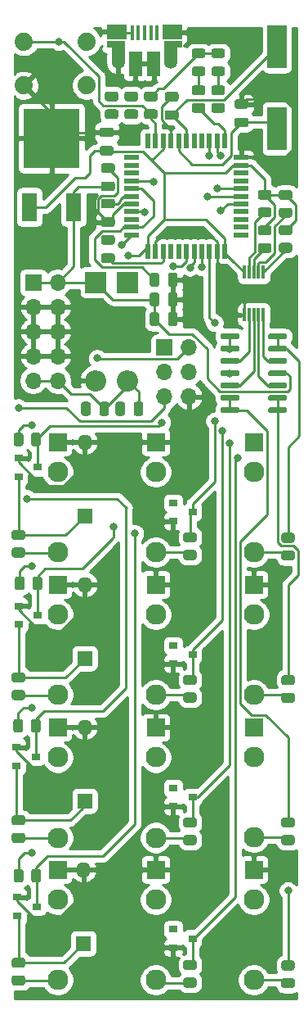
<source format=gbr>
%TF.GenerationSoftware,KiCad,Pcbnew,(5.1.9)-1*%
%TF.CreationDate,2021-05-10T23:50:46-04:00*%
%TF.ProjectId,main,6d61696e-2e6b-4696-9361-645f70636258,rev?*%
%TF.SameCoordinates,Original*%
%TF.FileFunction,Copper,L2,Bot*%
%TF.FilePolarity,Positive*%
%FSLAX46Y46*%
G04 Gerber Fmt 4.6, Leading zero omitted, Abs format (unit mm)*
G04 Created by KiCad (PCBNEW (5.1.9)-1) date 2021-05-10 23:50:46*
%MOMM*%
%LPD*%
G01*
G04 APERTURE LIST*
%TA.AperFunction,ComponentPad*%
%ADD10O,1.700000X1.700000*%
%TD*%
%TA.AperFunction,ComponentPad*%
%ADD11R,1.700000X1.700000*%
%TD*%
%TA.AperFunction,SMDPad,CuDef*%
%ADD12R,1.600000X3.000000*%
%TD*%
%TA.AperFunction,SMDPad,CuDef*%
%ADD13R,5.800000X6.200000*%
%TD*%
%TA.AperFunction,ComponentPad*%
%ADD14R,2.200000X2.200000*%
%TD*%
%TA.AperFunction,ComponentPad*%
%ADD15O,2.200000X2.200000*%
%TD*%
%TA.AperFunction,SMDPad,CuDef*%
%ADD16R,0.900000X0.800000*%
%TD*%
%TA.AperFunction,ComponentPad*%
%ADD17R,1.600000X1.600000*%
%TD*%
%TA.AperFunction,ComponentPad*%
%ADD18O,1.600000X1.600000*%
%TD*%
%TA.AperFunction,SMDPad,CuDef*%
%ADD19R,1.350000X2.000000*%
%TD*%
%TA.AperFunction,SMDPad,CuDef*%
%ADD20R,1.825000X0.700000*%
%TD*%
%TA.AperFunction,SMDPad,CuDef*%
%ADD21R,2.000000X1.500000*%
%TD*%
%TA.AperFunction,SMDPad,CuDef*%
%ADD22R,0.400000X1.650000*%
%TD*%
%TA.AperFunction,ComponentPad*%
%ADD23O,1.100000X1.500000*%
%TD*%
%TA.AperFunction,ComponentPad*%
%ADD24O,1.350000X1.700000*%
%TD*%
%TA.AperFunction,SMDPad,CuDef*%
%ADD25R,1.430000X2.500000*%
%TD*%
%TA.AperFunction,ComponentPad*%
%ADD26C,2.130000*%
%TD*%
%TA.AperFunction,ComponentPad*%
%ADD27R,1.930000X1.830000*%
%TD*%
%TA.AperFunction,ComponentPad*%
%ADD28C,1.879600*%
%TD*%
%TA.AperFunction,SMDPad,CuDef*%
%ADD29R,1.500000X0.550000*%
%TD*%
%TA.AperFunction,SMDPad,CuDef*%
%ADD30R,0.550000X1.500000*%
%TD*%
%TA.AperFunction,SMDPad,CuDef*%
%ADD31R,0.300000X1.400000*%
%TD*%
%TA.AperFunction,SMDPad,CuDef*%
%ADD32R,2.000000X4.500000*%
%TD*%
%TA.AperFunction,ViaPad*%
%ADD33C,0.800000*%
%TD*%
%TA.AperFunction,Conductor*%
%ADD34C,0.250000*%
%TD*%
%TA.AperFunction,Conductor*%
%ADD35C,0.254000*%
%TD*%
%TA.AperFunction,Conductor*%
%ADD36C,0.100000*%
%TD*%
G04 APERTURE END LIST*
D10*
%TO.P,J15,6*%
%TO.N,GND*%
X171069000Y-89535000D03*
%TO.P,J15,5*%
%TO.N,RST*%
X168529000Y-89535000D03*
%TO.P,J15,4*%
%TO.N,MOSI*%
X171069000Y-86995000D03*
%TO.P,J15,3*%
%TO.N,SCK*%
X168529000Y-86995000D03*
%TO.P,J15,2*%
%TO.N,+5V*%
X171069000Y-84455000D03*
D11*
%TO.P,J15,1*%
%TO.N,MISO*%
X168529000Y-84455000D03*
%TD*%
D12*
%TO.P,IC1,3*%
%TO.N,+5V*%
X154560000Y-69953000D03*
D13*
%TO.P,IC1,2*%
%TO.N,GND*%
X156845000Y-62853000D03*
D12*
%TO.P,IC1,1*%
%TO.N,+12V*%
X159130000Y-69953000D03*
%TD*%
%TO.P,R25,2*%
%TO.N,Net-(R25-Pad2)*%
%TA.AperFunction,SMDPad,CuDef*%
G36*
G01*
X171634999Y-59201000D02*
X172535001Y-59201000D01*
G75*
G02*
X172785000Y-59450999I0J-249999D01*
G01*
X172785000Y-59976001D01*
G75*
G02*
X172535001Y-60226000I-249999J0D01*
G01*
X171634999Y-60226000D01*
G75*
G02*
X171385000Y-59976001I0J249999D01*
G01*
X171385000Y-59450999D01*
G75*
G02*
X171634999Y-59201000I249999J0D01*
G01*
G37*
%TD.AperFunction*%
%TO.P,R25,1*%
%TO.N,Net-(D3-Pad1)*%
%TA.AperFunction,SMDPad,CuDef*%
G36*
G01*
X171634999Y-57376000D02*
X172535001Y-57376000D01*
G75*
G02*
X172785000Y-57625999I0J-249999D01*
G01*
X172785000Y-58151001D01*
G75*
G02*
X172535001Y-58401000I-249999J0D01*
G01*
X171634999Y-58401000D01*
G75*
G02*
X171385000Y-58151001I0J249999D01*
G01*
X171385000Y-57625999D01*
G75*
G02*
X171634999Y-57376000I249999J0D01*
G01*
G37*
%TD.AperFunction*%
%TD*%
D10*
%TO.P,J2,10*%
%TO.N,-12V*%
X157480000Y-87884000D03*
%TO.P,J2,9*%
X154940000Y-87884000D03*
%TO.P,J2,8*%
%TO.N,GND*%
X157480000Y-85344000D03*
%TO.P,J2,7*%
X154940000Y-85344000D03*
%TO.P,J2,6*%
X157480000Y-82804000D03*
%TO.P,J2,5*%
X154940000Y-82804000D03*
%TO.P,J2,4*%
X157480000Y-80264000D03*
%TO.P,J2,3*%
X154940000Y-80264000D03*
%TO.P,J2,2*%
%TO.N,+12V*%
X157480000Y-77724000D03*
D11*
%TO.P,J2,1*%
X154940000Y-77724000D03*
%TD*%
%TO.P,C1,2*%
%TO.N,+12V*%
%TA.AperFunction,SMDPad,CuDef*%
G36*
G01*
X162212000Y-67318000D02*
X163162000Y-67318000D01*
G75*
G02*
X163412000Y-67568000I0J-250000D01*
G01*
X163412000Y-68068000D01*
G75*
G02*
X163162000Y-68318000I-250000J0D01*
G01*
X162212000Y-68318000D01*
G75*
G02*
X161962000Y-68068000I0J250000D01*
G01*
X161962000Y-67568000D01*
G75*
G02*
X162212000Y-67318000I250000J0D01*
G01*
G37*
%TD.AperFunction*%
%TO.P,C1,1*%
%TO.N,GND*%
%TA.AperFunction,SMDPad,CuDef*%
G36*
G01*
X162212000Y-65418000D02*
X163162000Y-65418000D01*
G75*
G02*
X163412000Y-65668000I0J-250000D01*
G01*
X163412000Y-66168000D01*
G75*
G02*
X163162000Y-66418000I-250000J0D01*
G01*
X162212000Y-66418000D01*
G75*
G02*
X161962000Y-66168000I0J250000D01*
G01*
X161962000Y-65668000D01*
G75*
G02*
X162212000Y-65418000I250000J0D01*
G01*
G37*
%TD.AperFunction*%
%TD*%
%TO.P,C2,1*%
%TO.N,GND*%
%TA.AperFunction,SMDPad,CuDef*%
G36*
G01*
X169918000Y-76995000D02*
X169918000Y-77945000D01*
G75*
G02*
X169668000Y-78195000I-250000J0D01*
G01*
X169168000Y-78195000D01*
G75*
G02*
X168918000Y-77945000I0J250000D01*
G01*
X168918000Y-76995000D01*
G75*
G02*
X169168000Y-76745000I250000J0D01*
G01*
X169668000Y-76745000D01*
G75*
G02*
X169918000Y-76995000I0J-250000D01*
G01*
G37*
%TD.AperFunction*%
%TO.P,C2,2*%
%TO.N,vbus*%
%TA.AperFunction,SMDPad,CuDef*%
G36*
G01*
X168018000Y-76995000D02*
X168018000Y-77945000D01*
G75*
G02*
X167768000Y-78195000I-250000J0D01*
G01*
X167268000Y-78195000D01*
G75*
G02*
X167018000Y-77945000I0J250000D01*
G01*
X167018000Y-76995000D01*
G75*
G02*
X167268000Y-76745000I250000J0D01*
G01*
X167768000Y-76745000D01*
G75*
G02*
X168018000Y-76995000I0J-250000D01*
G01*
G37*
%TD.AperFunction*%
%TD*%
%TO.P,C3,1*%
%TO.N,Net-(C3-Pad1)*%
%TA.AperFunction,SMDPad,CuDef*%
G36*
G01*
X169766000Y-60947000D02*
X168816000Y-60947000D01*
G75*
G02*
X168566000Y-60697000I0J250000D01*
G01*
X168566000Y-60197000D01*
G75*
G02*
X168816000Y-59947000I250000J0D01*
G01*
X169766000Y-59947000D01*
G75*
G02*
X170016000Y-60197000I0J-250000D01*
G01*
X170016000Y-60697000D01*
G75*
G02*
X169766000Y-60947000I-250000J0D01*
G01*
G37*
%TD.AperFunction*%
%TO.P,C3,2*%
%TO.N,GND*%
%TA.AperFunction,SMDPad,CuDef*%
G36*
G01*
X169766000Y-59047000D02*
X168816000Y-59047000D01*
G75*
G02*
X168566000Y-58797000I0J250000D01*
G01*
X168566000Y-58297000D01*
G75*
G02*
X168816000Y-58047000I250000J0D01*
G01*
X169766000Y-58047000D01*
G75*
G02*
X170016000Y-58297000I0J-250000D01*
G01*
X170016000Y-58797000D01*
G75*
G02*
X169766000Y-59047000I-250000J0D01*
G01*
G37*
%TD.AperFunction*%
%TD*%
%TO.P,C4,2*%
%TO.N,GND*%
%TA.AperFunction,SMDPad,CuDef*%
G36*
G01*
X177005000Y-59809000D02*
X176055000Y-59809000D01*
G75*
G02*
X175805000Y-59559000I0J250000D01*
G01*
X175805000Y-59059000D01*
G75*
G02*
X176055000Y-58809000I250000J0D01*
G01*
X177005000Y-58809000D01*
G75*
G02*
X177255000Y-59059000I0J-250000D01*
G01*
X177255000Y-59559000D01*
G75*
G02*
X177005000Y-59809000I-250000J0D01*
G01*
G37*
%TD.AperFunction*%
%TO.P,C4,1*%
%TO.N,Net-(C4-Pad1)*%
%TA.AperFunction,SMDPad,CuDef*%
G36*
G01*
X177005000Y-61709000D02*
X176055000Y-61709000D01*
G75*
G02*
X175805000Y-61459000I0J250000D01*
G01*
X175805000Y-60959000D01*
G75*
G02*
X176055000Y-60709000I250000J0D01*
G01*
X177005000Y-60709000D01*
G75*
G02*
X177255000Y-60959000I0J-250000D01*
G01*
X177255000Y-61459000D01*
G75*
G02*
X177005000Y-61709000I-250000J0D01*
G01*
G37*
%TD.AperFunction*%
%TD*%
%TO.P,C5,2*%
%TO.N,Net-(C5-Pad2)*%
%TA.AperFunction,SMDPad,CuDef*%
G36*
G01*
X163162000Y-70101000D02*
X162212000Y-70101000D01*
G75*
G02*
X161962000Y-69851000I0J250000D01*
G01*
X161962000Y-69351000D01*
G75*
G02*
X162212000Y-69101000I250000J0D01*
G01*
X163162000Y-69101000D01*
G75*
G02*
X163412000Y-69351000I0J-250000D01*
G01*
X163412000Y-69851000D01*
G75*
G02*
X163162000Y-70101000I-250000J0D01*
G01*
G37*
%TD.AperFunction*%
%TO.P,C5,1*%
%TO.N,GND*%
%TA.AperFunction,SMDPad,CuDef*%
G36*
G01*
X163162000Y-72001000D02*
X162212000Y-72001000D01*
G75*
G02*
X161962000Y-71751000I0J250000D01*
G01*
X161962000Y-71251000D01*
G75*
G02*
X162212000Y-71001000I250000J0D01*
G01*
X163162000Y-71001000D01*
G75*
G02*
X163412000Y-71251000I0J-250000D01*
G01*
X163412000Y-71751000D01*
G75*
G02*
X163162000Y-72001000I-250000J0D01*
G01*
G37*
%TD.AperFunction*%
%TD*%
%TO.P,C6,1*%
%TO.N,+5V*%
%TA.AperFunction,SMDPad,CuDef*%
G36*
G01*
X163035000Y-64635000D02*
X162085000Y-64635000D01*
G75*
G02*
X161835000Y-64385000I0J250000D01*
G01*
X161835000Y-63885000D01*
G75*
G02*
X162085000Y-63635000I250000J0D01*
G01*
X163035000Y-63635000D01*
G75*
G02*
X163285000Y-63885000I0J-250000D01*
G01*
X163285000Y-64385000D01*
G75*
G02*
X163035000Y-64635000I-250000J0D01*
G01*
G37*
%TD.AperFunction*%
%TO.P,C6,2*%
%TO.N,GND*%
%TA.AperFunction,SMDPad,CuDef*%
G36*
G01*
X163035000Y-62735000D02*
X162085000Y-62735000D01*
G75*
G02*
X161835000Y-62485000I0J250000D01*
G01*
X161835000Y-61985000D01*
G75*
G02*
X162085000Y-61735000I250000J0D01*
G01*
X163035000Y-61735000D01*
G75*
G02*
X163285000Y-61985000I0J-250000D01*
G01*
X163285000Y-62485000D01*
G75*
G02*
X163035000Y-62735000I-250000J0D01*
G01*
G37*
%TD.AperFunction*%
%TD*%
%TO.P,C7,1*%
%TO.N,GND*%
%TA.AperFunction,SMDPad,CuDef*%
G36*
G01*
X162212000Y-72845000D02*
X163162000Y-72845000D01*
G75*
G02*
X163412000Y-73095000I0J-250000D01*
G01*
X163412000Y-73595000D01*
G75*
G02*
X163162000Y-73845000I-250000J0D01*
G01*
X162212000Y-73845000D01*
G75*
G02*
X161962000Y-73595000I0J250000D01*
G01*
X161962000Y-73095000D01*
G75*
G02*
X162212000Y-72845000I250000J0D01*
G01*
G37*
%TD.AperFunction*%
%TO.P,C7,2*%
%TO.N,Net-(C7-Pad2)*%
%TA.AperFunction,SMDPad,CuDef*%
G36*
G01*
X162212000Y-74745000D02*
X163162000Y-74745000D01*
G75*
G02*
X163412000Y-74995000I0J-250000D01*
G01*
X163412000Y-75495000D01*
G75*
G02*
X163162000Y-75745000I-250000J0D01*
G01*
X162212000Y-75745000D01*
G75*
G02*
X161962000Y-75495000I0J250000D01*
G01*
X161962000Y-74995000D01*
G75*
G02*
X162212000Y-74745000I250000J0D01*
G01*
G37*
%TD.AperFunction*%
%TD*%
%TO.P,C8,2*%
%TO.N,+12V*%
%TA.AperFunction,SMDPad,CuDef*%
G36*
G01*
X168018000Y-79027000D02*
X168018000Y-79977000D01*
G75*
G02*
X167768000Y-80227000I-250000J0D01*
G01*
X167268000Y-80227000D01*
G75*
G02*
X167018000Y-79977000I0J250000D01*
G01*
X167018000Y-79027000D01*
G75*
G02*
X167268000Y-78777000I250000J0D01*
G01*
X167768000Y-78777000D01*
G75*
G02*
X168018000Y-79027000I0J-250000D01*
G01*
G37*
%TD.AperFunction*%
%TO.P,C8,1*%
%TO.N,GND*%
%TA.AperFunction,SMDPad,CuDef*%
G36*
G01*
X169918000Y-79027000D02*
X169918000Y-79977000D01*
G75*
G02*
X169668000Y-80227000I-250000J0D01*
G01*
X169168000Y-80227000D01*
G75*
G02*
X168918000Y-79977000I0J250000D01*
G01*
X168918000Y-79027000D01*
G75*
G02*
X169168000Y-78777000I250000J0D01*
G01*
X169668000Y-78777000D01*
G75*
G02*
X169918000Y-79027000I0J-250000D01*
G01*
G37*
%TD.AperFunction*%
%TD*%
%TO.P,C9,1*%
%TO.N,-12V*%
%TA.AperFunction,SMDPad,CuDef*%
G36*
G01*
X162806000Y-90330000D02*
X162806000Y-91280000D01*
G75*
G02*
X162556000Y-91530000I-250000J0D01*
G01*
X162056000Y-91530000D01*
G75*
G02*
X161806000Y-91280000I0J250000D01*
G01*
X161806000Y-90330000D01*
G75*
G02*
X162056000Y-90080000I250000J0D01*
G01*
X162556000Y-90080000D01*
G75*
G02*
X162806000Y-90330000I0J-250000D01*
G01*
G37*
%TD.AperFunction*%
%TO.P,C9,2*%
%TO.N,GND*%
%TA.AperFunction,SMDPad,CuDef*%
G36*
G01*
X160906000Y-90330000D02*
X160906000Y-91280000D01*
G75*
G02*
X160656000Y-91530000I-250000J0D01*
G01*
X160156000Y-91530000D01*
G75*
G02*
X159906000Y-91280000I0J250000D01*
G01*
X159906000Y-90330000D01*
G75*
G02*
X160156000Y-90080000I250000J0D01*
G01*
X160656000Y-90080000D01*
G75*
G02*
X160906000Y-90330000I0J-250000D01*
G01*
G37*
%TD.AperFunction*%
%TD*%
%TO.P,C10,2*%
%TO.N,+12V*%
%TA.AperFunction,SMDPad,CuDef*%
G36*
G01*
X168013000Y-81059000D02*
X168013000Y-82009000D01*
G75*
G02*
X167763000Y-82259000I-250000J0D01*
G01*
X167263000Y-82259000D01*
G75*
G02*
X167013000Y-82009000I0J250000D01*
G01*
X167013000Y-81059000D01*
G75*
G02*
X167263000Y-80809000I250000J0D01*
G01*
X167763000Y-80809000D01*
G75*
G02*
X168013000Y-81059000I0J-250000D01*
G01*
G37*
%TD.AperFunction*%
%TO.P,C10,1*%
%TO.N,GND*%
%TA.AperFunction,SMDPad,CuDef*%
G36*
G01*
X169913000Y-81059000D02*
X169913000Y-82009000D01*
G75*
G02*
X169663000Y-82259000I-250000J0D01*
G01*
X169163000Y-82259000D01*
G75*
G02*
X168913000Y-82009000I0J250000D01*
G01*
X168913000Y-81059000D01*
G75*
G02*
X169163000Y-80809000I250000J0D01*
G01*
X169663000Y-80809000D01*
G75*
G02*
X169913000Y-81059000I0J-250000D01*
G01*
G37*
%TD.AperFunction*%
%TD*%
%TO.P,C11,1*%
%TO.N,-12V*%
%TA.AperFunction,SMDPad,CuDef*%
G36*
G01*
X166362000Y-90330000D02*
X166362000Y-91280000D01*
G75*
G02*
X166112000Y-91530000I-250000J0D01*
G01*
X165612000Y-91530000D01*
G75*
G02*
X165362000Y-91280000I0J250000D01*
G01*
X165362000Y-90330000D01*
G75*
G02*
X165612000Y-90080000I250000J0D01*
G01*
X166112000Y-90080000D01*
G75*
G02*
X166362000Y-90330000I0J-250000D01*
G01*
G37*
%TD.AperFunction*%
%TO.P,C11,2*%
%TO.N,GND*%
%TA.AperFunction,SMDPad,CuDef*%
G36*
G01*
X164462000Y-90330000D02*
X164462000Y-91280000D01*
G75*
G02*
X164212000Y-91530000I-250000J0D01*
G01*
X163712000Y-91530000D01*
G75*
G02*
X163462000Y-91280000I0J250000D01*
G01*
X163462000Y-90330000D01*
G75*
G02*
X163712000Y-90080000I250000J0D01*
G01*
X164212000Y-90080000D01*
G75*
G02*
X164462000Y-90330000I0J-250000D01*
G01*
G37*
%TD.AperFunction*%
%TD*%
D14*
%TO.P,D1,1*%
%TO.N,+12V*%
X161417000Y-77724000D03*
D15*
%TO.P,D1,2*%
%TO.N,GND*%
X161417000Y-87884000D03*
%TD*%
%TO.P,D2,2*%
%TO.N,-12V*%
X164719000Y-87884000D03*
D14*
%TO.P,D2,1*%
%TO.N,GND*%
X164719000Y-77724000D03*
%TD*%
%TO.P,D3,2*%
%TO.N,+5V*%
%TA.AperFunction,SMDPad,CuDef*%
G36*
G01*
X172541250Y-54541000D02*
X171628750Y-54541000D01*
G75*
G02*
X171385000Y-54297250I0J243750D01*
G01*
X171385000Y-53809750D01*
G75*
G02*
X171628750Y-53566000I243750J0D01*
G01*
X172541250Y-53566000D01*
G75*
G02*
X172785000Y-53809750I0J-243750D01*
G01*
X172785000Y-54297250D01*
G75*
G02*
X172541250Y-54541000I-243750J0D01*
G01*
G37*
%TD.AperFunction*%
%TO.P,D3,1*%
%TO.N,Net-(D3-Pad1)*%
%TA.AperFunction,SMDPad,CuDef*%
G36*
G01*
X172541250Y-56416000D02*
X171628750Y-56416000D01*
G75*
G02*
X171385000Y-56172250I0J243750D01*
G01*
X171385000Y-55684750D01*
G75*
G02*
X171628750Y-55441000I243750J0D01*
G01*
X172541250Y-55441000D01*
G75*
G02*
X172785000Y-55684750I0J-243750D01*
G01*
X172785000Y-56172250D01*
G75*
G02*
X172541250Y-56416000I-243750J0D01*
G01*
G37*
%TD.AperFunction*%
%TD*%
%TO.P,D4,1*%
%TO.N,Net-(D4-Pad1)*%
%TA.AperFunction,SMDPad,CuDef*%
G36*
G01*
X174573250Y-56416000D02*
X173660750Y-56416000D01*
G75*
G02*
X173417000Y-56172250I0J243750D01*
G01*
X173417000Y-55684750D01*
G75*
G02*
X173660750Y-55441000I243750J0D01*
G01*
X174573250Y-55441000D01*
G75*
G02*
X174817000Y-55684750I0J-243750D01*
G01*
X174817000Y-56172250D01*
G75*
G02*
X174573250Y-56416000I-243750J0D01*
G01*
G37*
%TD.AperFunction*%
%TO.P,D4,2*%
%TO.N,+5V*%
%TA.AperFunction,SMDPad,CuDef*%
G36*
G01*
X174573250Y-54541000D02*
X173660750Y-54541000D01*
G75*
G02*
X173417000Y-54297250I0J243750D01*
G01*
X173417000Y-53809750D01*
G75*
G02*
X173660750Y-53566000I243750J0D01*
G01*
X174573250Y-53566000D01*
G75*
G02*
X174817000Y-53809750I0J-243750D01*
G01*
X174817000Y-54297250D01*
G75*
G02*
X174573250Y-54541000I-243750J0D01*
G01*
G37*
%TD.AperFunction*%
%TD*%
D16*
%TO.P,D5,1*%
%TO.N,CVA*%
X171450000Y-101473000D03*
%TO.P,D5,*%
%TO.N,*%
X169450000Y-100523000D03*
%TO.P,D5,2*%
%TO.N,GND*%
X169450000Y-102423000D03*
%TD*%
%TO.P,D6,2*%
%TO.N,GND*%
X169450000Y-117155000D03*
%TO.P,D6,*%
%TO.N,*%
X169450000Y-115255000D03*
%TO.P,D6,1*%
%TO.N,CVB*%
X171450000Y-116205000D03*
%TD*%
%TO.P,D7,2*%
%TO.N,GND*%
X169450000Y-131887000D03*
%TO.P,D7,*%
%TO.N,*%
X169450000Y-129987000D03*
%TO.P,D7,1*%
%TO.N,CVC*%
X171450000Y-130937000D03*
%TD*%
%TO.P,D8,1*%
%TO.N,CVD*%
X171450000Y-145542000D03*
%TO.P,D8,*%
%TO.N,*%
X169450000Y-144592000D03*
%TO.P,D8,2*%
%TO.N,GND*%
X169450000Y-146492000D03*
%TD*%
D17*
%TO.P,D9,1*%
%TO.N,Net-(D9-Pad1)*%
X160274000Y-101854000D03*
D18*
%TO.P,D9,2*%
%TO.N,GND*%
X160274000Y-94234000D03*
%TD*%
%TO.P,D10,2*%
%TO.N,GND*%
X160274000Y-108966000D03*
D17*
%TO.P,D10,1*%
%TO.N,Net-(D10-Pad1)*%
X160274000Y-116586000D03*
%TD*%
D18*
%TO.P,D11,2*%
%TO.N,GND*%
X160147000Y-138430000D03*
D17*
%TO.P,D11,1*%
%TO.N,Net-(D11-Pad1)*%
X160147000Y-146050000D03*
%TD*%
%TO.P,D12,1*%
%TO.N,Net-(D12-Pad1)*%
X160274000Y-131318000D03*
D18*
%TO.P,D12,2*%
%TO.N,GND*%
X160274000Y-123698000D03*
%TD*%
D19*
%TO.P,J1,6*%
%TO.N,GND*%
X163741000Y-53918000D03*
X169221000Y-53918000D03*
D20*
X169441000Y-53168000D03*
X163491000Y-53168000D03*
D21*
X169341000Y-51868000D03*
X163591000Y-51848000D03*
D22*
%TO.P,J1,1*%
%TO.N,vbus*%
X167791000Y-51968000D03*
%TO.P,J1,2*%
%TO.N,Net-(J1-Pad2)*%
X167141000Y-51968000D03*
%TO.P,J1,3*%
%TO.N,Net-(J1-Pad3)*%
X166491000Y-51968000D03*
%TO.P,J1,4*%
%TO.N,N/C*%
X165841000Y-51968000D03*
%TO.P,J1,5*%
%TO.N,GND*%
X165191000Y-51968000D03*
D23*
%TO.P,J1,6*%
X168911000Y-51848000D03*
X164071000Y-51848000D03*
D24*
X169221000Y-54848000D03*
X163761000Y-54848000D03*
D25*
X167451000Y-55118000D03*
X165531000Y-55118000D03*
%TD*%
D26*
%TO.P,J3,TN*%
%TO.N,N/C*%
X177800000Y-112066000D03*
D27*
%TO.P,J3,S*%
%TO.N,GND*%
X177800000Y-108966000D03*
D26*
%TO.P,J3,T*%
%TO.N,Net-(J3-PadT)*%
X177800000Y-120366000D03*
%TD*%
%TO.P,J4,T*%
%TO.N,Net-(J4-PadT)*%
X177800000Y-135098000D03*
D27*
%TO.P,J4,S*%
%TO.N,GND*%
X177800000Y-123698000D03*
D26*
%TO.P,J4,TN*%
%TO.N,N/C*%
X177800000Y-126798000D03*
%TD*%
%TO.P,J5,T*%
%TO.N,Net-(J5-PadT)*%
X177800000Y-149830000D03*
D27*
%TO.P,J5,S*%
%TO.N,GND*%
X177800000Y-138430000D03*
D26*
%TO.P,J5,TN*%
%TO.N,N/C*%
X177800000Y-141530000D03*
%TD*%
%TO.P,J6,TN*%
%TO.N,N/C*%
X177800000Y-97334000D03*
D27*
%TO.P,J6,S*%
%TO.N,GND*%
X177800000Y-94234000D03*
D26*
%TO.P,J6,T*%
%TO.N,Net-(J6-PadT)*%
X177800000Y-105634000D03*
%TD*%
%TO.P,J7,TN*%
%TO.N,N/C*%
X167640000Y-97334000D03*
D27*
%TO.P,J7,S*%
%TO.N,GND*%
X167640000Y-94234000D03*
D26*
%TO.P,J7,T*%
%TO.N,Net-(J7-PadT)*%
X167640000Y-105634000D03*
%TD*%
%TO.P,J8,TN*%
%TO.N,N/C*%
X167640000Y-112066000D03*
D27*
%TO.P,J8,S*%
%TO.N,GND*%
X167640000Y-108966000D03*
D26*
%TO.P,J8,T*%
%TO.N,Net-(J8-PadT)*%
X167640000Y-120366000D03*
%TD*%
%TO.P,J9,TN*%
%TO.N,N/C*%
X167640000Y-126828000D03*
D27*
%TO.P,J9,S*%
%TO.N,GND*%
X167640000Y-123728000D03*
D26*
%TO.P,J9,T*%
%TO.N,Net-(J9-PadT)*%
X167640000Y-135128000D03*
%TD*%
%TO.P,J10,T*%
%TO.N,Net-(J10-PadT)*%
X167640000Y-149830000D03*
D27*
%TO.P,J10,S*%
%TO.N,GND*%
X167640000Y-138430000D03*
D26*
%TO.P,J10,TN*%
%TO.N,N/C*%
X167640000Y-141530000D03*
%TD*%
%TO.P,J11,T*%
%TO.N,Net-(J11-PadT)*%
X157480000Y-105634000D03*
D27*
%TO.P,J11,S*%
%TO.N,GND*%
X157480000Y-94234000D03*
D26*
%TO.P,J11,TN*%
%TO.N,N/C*%
X157480000Y-97334000D03*
%TD*%
%TO.P,J12,TN*%
%TO.N,N/C*%
X157480000Y-112066000D03*
D27*
%TO.P,J12,S*%
%TO.N,GND*%
X157480000Y-108966000D03*
D26*
%TO.P,J12,T*%
%TO.N,Net-(J12-PadT)*%
X157480000Y-120366000D03*
%TD*%
%TO.P,J13,T*%
%TO.N,Net-(J13-PadT)*%
X157480000Y-149830000D03*
D27*
%TO.P,J13,S*%
%TO.N,GND*%
X157480000Y-138430000D03*
D26*
%TO.P,J13,TN*%
%TO.N,N/C*%
X157480000Y-141530000D03*
%TD*%
%TO.P,J14,T*%
%TO.N,Net-(J14-PadT)*%
X157480000Y-135128000D03*
D27*
%TO.P,J14,S*%
%TO.N,GND*%
X157480000Y-123728000D03*
D26*
%TO.P,J14,TN*%
%TO.N,N/C*%
X157480000Y-126828000D03*
%TD*%
D16*
%TO.P,Q1,3*%
%TO.N,Trigger1*%
X155416000Y-96840000D03*
%TO.P,Q1,2*%
%TO.N,GND*%
X153416000Y-95890000D03*
%TO.P,Q1,1*%
%TO.N,Net-(D9-Pad1)*%
X153416000Y-97790000D03*
%TD*%
%TO.P,Q2,1*%
%TO.N,Net-(D10-Pad1)*%
X153432000Y-113091000D03*
%TO.P,Q2,2*%
%TO.N,GND*%
X153432000Y-111191000D03*
%TO.P,Q2,3*%
%TO.N,Trigger2*%
X155432000Y-112141000D03*
%TD*%
%TO.P,Q3,3*%
%TO.N,Trigger4*%
X155321000Y-142240000D03*
%TO.P,Q3,2*%
%TO.N,GND*%
X153321000Y-141290000D03*
%TO.P,Q3,1*%
%TO.N,Net-(D11-Pad1)*%
X153321000Y-143190000D03*
%TD*%
%TO.P,Q4,1*%
%TO.N,Net-(D12-Pad1)*%
X153194000Y-127696000D03*
%TO.P,Q4,2*%
%TO.N,GND*%
X153194000Y-125796000D03*
%TO.P,Q4,3*%
%TO.N,Trigger3*%
X155194000Y-126746000D03*
%TD*%
%TO.P,R1,2*%
%TO.N,Net-(J1-Pad3)*%
%TA.AperFunction,SMDPad,CuDef*%
G36*
G01*
X163518001Y-59036000D02*
X162617999Y-59036000D01*
G75*
G02*
X162368000Y-58786001I0J249999D01*
G01*
X162368000Y-58260999D01*
G75*
G02*
X162617999Y-58011000I249999J0D01*
G01*
X163518001Y-58011000D01*
G75*
G02*
X163768000Y-58260999I0J-249999D01*
G01*
X163768000Y-58786001D01*
G75*
G02*
X163518001Y-59036000I-249999J0D01*
G01*
G37*
%TD.AperFunction*%
%TO.P,R1,1*%
%TO.N,Net-(R1-Pad1)*%
%TA.AperFunction,SMDPad,CuDef*%
G36*
G01*
X163518001Y-60861000D02*
X162617999Y-60861000D01*
G75*
G02*
X162368000Y-60611001I0J249999D01*
G01*
X162368000Y-60085999D01*
G75*
G02*
X162617999Y-59836000I249999J0D01*
G01*
X163518001Y-59836000D01*
G75*
G02*
X163768000Y-60085999I0J-249999D01*
G01*
X163768000Y-60611001D01*
G75*
G02*
X163518001Y-60861000I-249999J0D01*
G01*
G37*
%TD.AperFunction*%
%TD*%
%TO.P,R2,1*%
%TO.N,Net-(R2-Pad1)*%
%TA.AperFunction,SMDPad,CuDef*%
G36*
G01*
X165550001Y-60861000D02*
X164649999Y-60861000D01*
G75*
G02*
X164400000Y-60611001I0J249999D01*
G01*
X164400000Y-60085999D01*
G75*
G02*
X164649999Y-59836000I249999J0D01*
G01*
X165550001Y-59836000D01*
G75*
G02*
X165800000Y-60085999I0J-249999D01*
G01*
X165800000Y-60611001D01*
G75*
G02*
X165550001Y-60861000I-249999J0D01*
G01*
G37*
%TD.AperFunction*%
%TO.P,R2,2*%
%TO.N,Net-(J1-Pad2)*%
%TA.AperFunction,SMDPad,CuDef*%
G36*
G01*
X165550001Y-59036000D02*
X164649999Y-59036000D01*
G75*
G02*
X164400000Y-58786001I0J249999D01*
G01*
X164400000Y-58260999D01*
G75*
G02*
X164649999Y-58011000I249999J0D01*
G01*
X165550001Y-58011000D01*
G75*
G02*
X165800000Y-58260999I0J-249999D01*
G01*
X165800000Y-58786001D01*
G75*
G02*
X165550001Y-59036000I-249999J0D01*
G01*
G37*
%TD.AperFunction*%
%TD*%
%TO.P,R3,2*%
%TO.N,RST*%
%TA.AperFunction,SMDPad,CuDef*%
G36*
G01*
X166681999Y-59836000D02*
X167582001Y-59836000D01*
G75*
G02*
X167832000Y-60085999I0J-249999D01*
G01*
X167832000Y-60611001D01*
G75*
G02*
X167582001Y-60861000I-249999J0D01*
G01*
X166681999Y-60861000D01*
G75*
G02*
X166432000Y-60611001I0J249999D01*
G01*
X166432000Y-60085999D01*
G75*
G02*
X166681999Y-59836000I249999J0D01*
G01*
G37*
%TD.AperFunction*%
%TO.P,R3,1*%
%TO.N,+5V*%
%TA.AperFunction,SMDPad,CuDef*%
G36*
G01*
X166681999Y-58011000D02*
X167582001Y-58011000D01*
G75*
G02*
X167832000Y-58260999I0J-249999D01*
G01*
X167832000Y-58786001D01*
G75*
G02*
X167582001Y-59036000I-249999J0D01*
G01*
X166681999Y-59036000D01*
G75*
G02*
X166432000Y-58786001I0J249999D01*
G01*
X166432000Y-58260999D01*
G75*
G02*
X166681999Y-58011000I249999J0D01*
G01*
G37*
%TD.AperFunction*%
%TD*%
%TO.P,R4,2*%
%TO.N,Net-(R4-Pad2)*%
%TA.AperFunction,SMDPad,CuDef*%
G36*
G01*
X173666999Y-59201000D02*
X174567001Y-59201000D01*
G75*
G02*
X174817000Y-59450999I0J-249999D01*
G01*
X174817000Y-59976001D01*
G75*
G02*
X174567001Y-60226000I-249999J0D01*
G01*
X173666999Y-60226000D01*
G75*
G02*
X173417000Y-59976001I0J249999D01*
G01*
X173417000Y-59450999D01*
G75*
G02*
X173666999Y-59201000I249999J0D01*
G01*
G37*
%TD.AperFunction*%
%TO.P,R4,1*%
%TO.N,Net-(D4-Pad1)*%
%TA.AperFunction,SMDPad,CuDef*%
G36*
G01*
X173666999Y-57376000D02*
X174567001Y-57376000D01*
G75*
G02*
X174817000Y-57625999I0J-249999D01*
G01*
X174817000Y-58151001D01*
G75*
G02*
X174567001Y-58401000I-249999J0D01*
G01*
X173666999Y-58401000D01*
G75*
G02*
X173417000Y-58151001I0J249999D01*
G01*
X173417000Y-57625999D01*
G75*
G02*
X173666999Y-57376000I249999J0D01*
G01*
G37*
%TD.AperFunction*%
%TD*%
%TO.P,R5,1*%
%TO.N,+5V*%
%TA.AperFunction,SMDPad,CuDef*%
G36*
G01*
X178492999Y-68171000D02*
X179393001Y-68171000D01*
G75*
G02*
X179643000Y-68420999I0J-249999D01*
G01*
X179643000Y-68946001D01*
G75*
G02*
X179393001Y-69196000I-249999J0D01*
G01*
X178492999Y-69196000D01*
G75*
G02*
X178243000Y-68946001I0J249999D01*
G01*
X178243000Y-68420999D01*
G75*
G02*
X178492999Y-68171000I249999J0D01*
G01*
G37*
%TD.AperFunction*%
%TO.P,R5,2*%
%TO.N,SCL*%
%TA.AperFunction,SMDPad,CuDef*%
G36*
G01*
X178492999Y-69996000D02*
X179393001Y-69996000D01*
G75*
G02*
X179643000Y-70245999I0J-249999D01*
G01*
X179643000Y-70771001D01*
G75*
G02*
X179393001Y-71021000I-249999J0D01*
G01*
X178492999Y-71021000D01*
G75*
G02*
X178243000Y-70771001I0J249999D01*
G01*
X178243000Y-70245999D01*
G75*
G02*
X178492999Y-69996000I249999J0D01*
G01*
G37*
%TD.AperFunction*%
%TD*%
%TO.P,R6,1*%
%TO.N,+5V*%
%TA.AperFunction,SMDPad,CuDef*%
G36*
G01*
X178492999Y-71854000D02*
X179393001Y-71854000D01*
G75*
G02*
X179643000Y-72103999I0J-249999D01*
G01*
X179643000Y-72629001D01*
G75*
G02*
X179393001Y-72879000I-249999J0D01*
G01*
X178492999Y-72879000D01*
G75*
G02*
X178243000Y-72629001I0J249999D01*
G01*
X178243000Y-72103999D01*
G75*
G02*
X178492999Y-71854000I249999J0D01*
G01*
G37*
%TD.AperFunction*%
%TO.P,R6,2*%
%TO.N,SDA*%
%TA.AperFunction,SMDPad,CuDef*%
G36*
G01*
X178492999Y-73679000D02*
X179393001Y-73679000D01*
G75*
G02*
X179643000Y-73928999I0J-249999D01*
G01*
X179643000Y-74454001D01*
G75*
G02*
X179393001Y-74704000I-249999J0D01*
G01*
X178492999Y-74704000D01*
G75*
G02*
X178243000Y-74454001I0J249999D01*
G01*
X178243000Y-73928999D01*
G75*
G02*
X178492999Y-73679000I249999J0D01*
G01*
G37*
%TD.AperFunction*%
%TD*%
%TO.P,R7,2*%
%TO.N,LDAC*%
%TA.AperFunction,SMDPad,CuDef*%
G36*
G01*
X180651999Y-70019500D02*
X181552001Y-70019500D01*
G75*
G02*
X181802000Y-70269499I0J-249999D01*
G01*
X181802000Y-70794501D01*
G75*
G02*
X181552001Y-71044500I-249999J0D01*
G01*
X180651999Y-71044500D01*
G75*
G02*
X180402000Y-70794501I0J249999D01*
G01*
X180402000Y-70269499D01*
G75*
G02*
X180651999Y-70019500I249999J0D01*
G01*
G37*
%TD.AperFunction*%
%TO.P,R7,1*%
%TO.N,+5V*%
%TA.AperFunction,SMDPad,CuDef*%
G36*
G01*
X180651999Y-68194500D02*
X181552001Y-68194500D01*
G75*
G02*
X181802000Y-68444499I0J-249999D01*
G01*
X181802000Y-68969501D01*
G75*
G02*
X181552001Y-69219500I-249999J0D01*
G01*
X180651999Y-69219500D01*
G75*
G02*
X180402000Y-68969501I0J249999D01*
G01*
X180402000Y-68444499D01*
G75*
G02*
X180651999Y-68194500I249999J0D01*
G01*
G37*
%TD.AperFunction*%
%TD*%
%TO.P,R8,2*%
%TO.N,RDY*%
%TA.AperFunction,SMDPad,CuDef*%
G36*
G01*
X180651999Y-73655500D02*
X181552001Y-73655500D01*
G75*
G02*
X181802000Y-73905499I0J-249999D01*
G01*
X181802000Y-74430501D01*
G75*
G02*
X181552001Y-74680500I-249999J0D01*
G01*
X180651999Y-74680500D01*
G75*
G02*
X180402000Y-74430501I0J249999D01*
G01*
X180402000Y-73905499D01*
G75*
G02*
X180651999Y-73655500I249999J0D01*
G01*
G37*
%TD.AperFunction*%
%TO.P,R8,1*%
%TO.N,+5V*%
%TA.AperFunction,SMDPad,CuDef*%
G36*
G01*
X180651999Y-71830500D02*
X181552001Y-71830500D01*
G75*
G02*
X181802000Y-72080499I0J-249999D01*
G01*
X181802000Y-72605501D01*
G75*
G02*
X181552001Y-72855500I-249999J0D01*
G01*
X180651999Y-72855500D01*
G75*
G02*
X180402000Y-72605501I0J249999D01*
G01*
X180402000Y-72080499D01*
G75*
G02*
X180651999Y-71830500I249999J0D01*
G01*
G37*
%TD.AperFunction*%
%TD*%
%TO.P,R9,2*%
%TO.N,Net-(R9-Pad2)*%
%TA.AperFunction,SMDPad,CuDef*%
G36*
G01*
X181806001Y-119361000D02*
X180905999Y-119361000D01*
G75*
G02*
X180656000Y-119111001I0J249999D01*
G01*
X180656000Y-118585999D01*
G75*
G02*
X180905999Y-118336000I249999J0D01*
G01*
X181806001Y-118336000D01*
G75*
G02*
X182056000Y-118585999I0J-249999D01*
G01*
X182056000Y-119111001D01*
G75*
G02*
X181806001Y-119361000I-249999J0D01*
G01*
G37*
%TD.AperFunction*%
%TO.P,R9,1*%
%TO.N,Net-(J3-PadT)*%
%TA.AperFunction,SMDPad,CuDef*%
G36*
G01*
X181806001Y-121186000D02*
X180905999Y-121186000D01*
G75*
G02*
X180656000Y-120936001I0J249999D01*
G01*
X180656000Y-120410999D01*
G75*
G02*
X180905999Y-120161000I249999J0D01*
G01*
X181806001Y-120161000D01*
G75*
G02*
X182056000Y-120410999I0J-249999D01*
G01*
X182056000Y-120936001D01*
G75*
G02*
X181806001Y-121186000I-249999J0D01*
G01*
G37*
%TD.AperFunction*%
%TD*%
%TO.P,R10,1*%
%TO.N,Net-(J4-PadT)*%
%TA.AperFunction,SMDPad,CuDef*%
G36*
G01*
X181806001Y-135894500D02*
X180905999Y-135894500D01*
G75*
G02*
X180656000Y-135644501I0J249999D01*
G01*
X180656000Y-135119499D01*
G75*
G02*
X180905999Y-134869500I249999J0D01*
G01*
X181806001Y-134869500D01*
G75*
G02*
X182056000Y-135119499I0J-249999D01*
G01*
X182056000Y-135644501D01*
G75*
G02*
X181806001Y-135894500I-249999J0D01*
G01*
G37*
%TD.AperFunction*%
%TO.P,R10,2*%
%TO.N,Net-(R10-Pad2)*%
%TA.AperFunction,SMDPad,CuDef*%
G36*
G01*
X181806001Y-134069500D02*
X180905999Y-134069500D01*
G75*
G02*
X180656000Y-133819501I0J249999D01*
G01*
X180656000Y-133294499D01*
G75*
G02*
X180905999Y-133044500I249999J0D01*
G01*
X181806001Y-133044500D01*
G75*
G02*
X182056000Y-133294499I0J-249999D01*
G01*
X182056000Y-133819501D01*
G75*
G02*
X181806001Y-134069500I-249999J0D01*
G01*
G37*
%TD.AperFunction*%
%TD*%
%TO.P,R11,2*%
%TO.N,Net-(R11-Pad2)*%
%TA.AperFunction,SMDPad,CuDef*%
G36*
G01*
X181806001Y-148848500D02*
X180905999Y-148848500D01*
G75*
G02*
X180656000Y-148598501I0J249999D01*
G01*
X180656000Y-148073499D01*
G75*
G02*
X180905999Y-147823500I249999J0D01*
G01*
X181806001Y-147823500D01*
G75*
G02*
X182056000Y-148073499I0J-249999D01*
G01*
X182056000Y-148598501D01*
G75*
G02*
X181806001Y-148848500I-249999J0D01*
G01*
G37*
%TD.AperFunction*%
%TO.P,R11,1*%
%TO.N,Net-(J5-PadT)*%
%TA.AperFunction,SMDPad,CuDef*%
G36*
G01*
X181806001Y-150673500D02*
X180905999Y-150673500D01*
G75*
G02*
X180656000Y-150423501I0J249999D01*
G01*
X180656000Y-149898499D01*
G75*
G02*
X180905999Y-149648500I249999J0D01*
G01*
X181806001Y-149648500D01*
G75*
G02*
X182056000Y-149898499I0J-249999D01*
G01*
X182056000Y-150423501D01*
G75*
G02*
X181806001Y-150673500I-249999J0D01*
G01*
G37*
%TD.AperFunction*%
%TD*%
%TO.P,R12,1*%
%TO.N,Net-(J6-PadT)*%
%TA.AperFunction,SMDPad,CuDef*%
G36*
G01*
X181806001Y-106477500D02*
X180905999Y-106477500D01*
G75*
G02*
X180656000Y-106227501I0J249999D01*
G01*
X180656000Y-105702499D01*
G75*
G02*
X180905999Y-105452500I249999J0D01*
G01*
X181806001Y-105452500D01*
G75*
G02*
X182056000Y-105702499I0J-249999D01*
G01*
X182056000Y-106227501D01*
G75*
G02*
X181806001Y-106477500I-249999J0D01*
G01*
G37*
%TD.AperFunction*%
%TO.P,R12,2*%
%TO.N,Net-(R12-Pad2)*%
%TA.AperFunction,SMDPad,CuDef*%
G36*
G01*
X181806001Y-104652500D02*
X180905999Y-104652500D01*
G75*
G02*
X180656000Y-104402501I0J249999D01*
G01*
X180656000Y-103877499D01*
G75*
G02*
X180905999Y-103627500I249999J0D01*
G01*
X181806001Y-103627500D01*
G75*
G02*
X182056000Y-103877499I0J-249999D01*
G01*
X182056000Y-104402501D01*
G75*
G02*
X181806001Y-104652500I-249999J0D01*
G01*
G37*
%TD.AperFunction*%
%TD*%
%TO.P,R13,1*%
%TO.N,CVA*%
%TA.AperFunction,SMDPad,CuDef*%
G36*
G01*
X170745999Y-103580500D02*
X171646001Y-103580500D01*
G75*
G02*
X171896000Y-103830499I0J-249999D01*
G01*
X171896000Y-104355501D01*
G75*
G02*
X171646001Y-104605500I-249999J0D01*
G01*
X170745999Y-104605500D01*
G75*
G02*
X170496000Y-104355501I0J249999D01*
G01*
X170496000Y-103830499D01*
G75*
G02*
X170745999Y-103580500I249999J0D01*
G01*
G37*
%TD.AperFunction*%
%TO.P,R13,2*%
%TO.N,Net-(J7-PadT)*%
%TA.AperFunction,SMDPad,CuDef*%
G36*
G01*
X170745999Y-105405500D02*
X171646001Y-105405500D01*
G75*
G02*
X171896000Y-105655499I0J-249999D01*
G01*
X171896000Y-106180501D01*
G75*
G02*
X171646001Y-106430500I-249999J0D01*
G01*
X170745999Y-106430500D01*
G75*
G02*
X170496000Y-106180501I0J249999D01*
G01*
X170496000Y-105655499D01*
G75*
G02*
X170745999Y-105405500I249999J0D01*
G01*
G37*
%TD.AperFunction*%
%TD*%
%TO.P,R14,2*%
%TO.N,Net-(J8-PadT)*%
%TA.AperFunction,SMDPad,CuDef*%
G36*
G01*
X170745999Y-120137500D02*
X171646001Y-120137500D01*
G75*
G02*
X171896000Y-120387499I0J-249999D01*
G01*
X171896000Y-120912501D01*
G75*
G02*
X171646001Y-121162500I-249999J0D01*
G01*
X170745999Y-121162500D01*
G75*
G02*
X170496000Y-120912501I0J249999D01*
G01*
X170496000Y-120387499D01*
G75*
G02*
X170745999Y-120137500I249999J0D01*
G01*
G37*
%TD.AperFunction*%
%TO.P,R14,1*%
%TO.N,CVB*%
%TA.AperFunction,SMDPad,CuDef*%
G36*
G01*
X170745999Y-118312500D02*
X171646001Y-118312500D01*
G75*
G02*
X171896000Y-118562499I0J-249999D01*
G01*
X171896000Y-119087501D01*
G75*
G02*
X171646001Y-119337500I-249999J0D01*
G01*
X170745999Y-119337500D01*
G75*
G02*
X170496000Y-119087501I0J249999D01*
G01*
X170496000Y-118562499D01*
G75*
G02*
X170745999Y-118312500I249999J0D01*
G01*
G37*
%TD.AperFunction*%
%TD*%
%TO.P,R15,1*%
%TO.N,CVC*%
%TA.AperFunction,SMDPad,CuDef*%
G36*
G01*
X170745999Y-133044500D02*
X171646001Y-133044500D01*
G75*
G02*
X171896000Y-133294499I0J-249999D01*
G01*
X171896000Y-133819501D01*
G75*
G02*
X171646001Y-134069500I-249999J0D01*
G01*
X170745999Y-134069500D01*
G75*
G02*
X170496000Y-133819501I0J249999D01*
G01*
X170496000Y-133294499D01*
G75*
G02*
X170745999Y-133044500I249999J0D01*
G01*
G37*
%TD.AperFunction*%
%TO.P,R15,2*%
%TO.N,Net-(J9-PadT)*%
%TA.AperFunction,SMDPad,CuDef*%
G36*
G01*
X170745999Y-134869500D02*
X171646001Y-134869500D01*
G75*
G02*
X171896000Y-135119499I0J-249999D01*
G01*
X171896000Y-135644501D01*
G75*
G02*
X171646001Y-135894500I-249999J0D01*
G01*
X170745999Y-135894500D01*
G75*
G02*
X170496000Y-135644501I0J249999D01*
G01*
X170496000Y-135119499D01*
G75*
G02*
X170745999Y-134869500I249999J0D01*
G01*
G37*
%TD.AperFunction*%
%TD*%
%TO.P,R16,2*%
%TO.N,Net-(J10-PadT)*%
%TA.AperFunction,SMDPad,CuDef*%
G36*
G01*
X170745999Y-149601500D02*
X171646001Y-149601500D01*
G75*
G02*
X171896000Y-149851499I0J-249999D01*
G01*
X171896000Y-150376501D01*
G75*
G02*
X171646001Y-150626500I-249999J0D01*
G01*
X170745999Y-150626500D01*
G75*
G02*
X170496000Y-150376501I0J249999D01*
G01*
X170496000Y-149851499D01*
G75*
G02*
X170745999Y-149601500I249999J0D01*
G01*
G37*
%TD.AperFunction*%
%TO.P,R16,1*%
%TO.N,CVD*%
%TA.AperFunction,SMDPad,CuDef*%
G36*
G01*
X170745999Y-147776500D02*
X171646001Y-147776500D01*
G75*
G02*
X171896000Y-148026499I0J-249999D01*
G01*
X171896000Y-148551501D01*
G75*
G02*
X171646001Y-148801500I-249999J0D01*
G01*
X170745999Y-148801500D01*
G75*
G02*
X170496000Y-148551501I0J249999D01*
G01*
X170496000Y-148026499D01*
G75*
G02*
X170745999Y-147776500I249999J0D01*
G01*
G37*
%TD.AperFunction*%
%TD*%
%TO.P,R17,1*%
%TO.N,Net-(D9-Pad1)*%
%TA.AperFunction,SMDPad,CuDef*%
G36*
G01*
X152965999Y-103326500D02*
X153866001Y-103326500D01*
G75*
G02*
X154116000Y-103576499I0J-249999D01*
G01*
X154116000Y-104101501D01*
G75*
G02*
X153866001Y-104351500I-249999J0D01*
G01*
X152965999Y-104351500D01*
G75*
G02*
X152716000Y-104101501I0J249999D01*
G01*
X152716000Y-103576499D01*
G75*
G02*
X152965999Y-103326500I249999J0D01*
G01*
G37*
%TD.AperFunction*%
%TO.P,R17,2*%
%TO.N,Net-(J11-PadT)*%
%TA.AperFunction,SMDPad,CuDef*%
G36*
G01*
X152965999Y-105151500D02*
X153866001Y-105151500D01*
G75*
G02*
X154116000Y-105401499I0J-249999D01*
G01*
X154116000Y-105926501D01*
G75*
G02*
X153866001Y-106176500I-249999J0D01*
G01*
X152965999Y-106176500D01*
G75*
G02*
X152716000Y-105926501I0J249999D01*
G01*
X152716000Y-105401499D01*
G75*
G02*
X152965999Y-105151500I249999J0D01*
G01*
G37*
%TD.AperFunction*%
%TD*%
%TO.P,R18,1*%
%TO.N,Net-(D10-Pad1)*%
%TA.AperFunction,SMDPad,CuDef*%
G36*
G01*
X152965999Y-118058500D02*
X153866001Y-118058500D01*
G75*
G02*
X154116000Y-118308499I0J-249999D01*
G01*
X154116000Y-118833501D01*
G75*
G02*
X153866001Y-119083500I-249999J0D01*
G01*
X152965999Y-119083500D01*
G75*
G02*
X152716000Y-118833501I0J249999D01*
G01*
X152716000Y-118308499D01*
G75*
G02*
X152965999Y-118058500I249999J0D01*
G01*
G37*
%TD.AperFunction*%
%TO.P,R18,2*%
%TO.N,Net-(J12-PadT)*%
%TA.AperFunction,SMDPad,CuDef*%
G36*
G01*
X152965999Y-119883500D02*
X153866001Y-119883500D01*
G75*
G02*
X154116000Y-120133499I0J-249999D01*
G01*
X154116000Y-120658501D01*
G75*
G02*
X153866001Y-120908500I-249999J0D01*
G01*
X152965999Y-120908500D01*
G75*
G02*
X152716000Y-120658501I0J249999D01*
G01*
X152716000Y-120133499D01*
G75*
G02*
X152965999Y-119883500I249999J0D01*
G01*
G37*
%TD.AperFunction*%
%TD*%
%TO.P,R19,2*%
%TO.N,+5V*%
%TA.AperFunction,SMDPad,CuDef*%
G36*
G01*
X153928500Y-93529999D02*
X153928500Y-94430001D01*
G75*
G02*
X153678501Y-94680000I-249999J0D01*
G01*
X153153499Y-94680000D01*
G75*
G02*
X152903500Y-94430001I0J249999D01*
G01*
X152903500Y-93529999D01*
G75*
G02*
X153153499Y-93280000I249999J0D01*
G01*
X153678501Y-93280000D01*
G75*
G02*
X153928500Y-93529999I0J-249999D01*
G01*
G37*
%TD.AperFunction*%
%TO.P,R19,1*%
%TO.N,Trigger1*%
%TA.AperFunction,SMDPad,CuDef*%
G36*
G01*
X155753500Y-93529999D02*
X155753500Y-94430001D01*
G75*
G02*
X155503501Y-94680000I-249999J0D01*
G01*
X154978499Y-94680000D01*
G75*
G02*
X154728500Y-94430001I0J249999D01*
G01*
X154728500Y-93529999D01*
G75*
G02*
X154978499Y-93280000I249999J0D01*
G01*
X155503501Y-93280000D01*
G75*
G02*
X155753500Y-93529999I0J-249999D01*
G01*
G37*
%TD.AperFunction*%
%TD*%
%TO.P,R20,2*%
%TO.N,+5V*%
%TA.AperFunction,SMDPad,CuDef*%
G36*
G01*
X154055500Y-108388999D02*
X154055500Y-109289001D01*
G75*
G02*
X153805501Y-109539000I-249999J0D01*
G01*
X153280499Y-109539000D01*
G75*
G02*
X153030500Y-109289001I0J249999D01*
G01*
X153030500Y-108388999D01*
G75*
G02*
X153280499Y-108139000I249999J0D01*
G01*
X153805501Y-108139000D01*
G75*
G02*
X154055500Y-108388999I0J-249999D01*
G01*
G37*
%TD.AperFunction*%
%TO.P,R20,1*%
%TO.N,Trigger2*%
%TA.AperFunction,SMDPad,CuDef*%
G36*
G01*
X155880500Y-108388999D02*
X155880500Y-109289001D01*
G75*
G02*
X155630501Y-109539000I-249999J0D01*
G01*
X155105499Y-109539000D01*
G75*
G02*
X154855500Y-109289001I0J249999D01*
G01*
X154855500Y-108388999D01*
G75*
G02*
X155105499Y-108139000I249999J0D01*
G01*
X155630501Y-108139000D01*
G75*
G02*
X155880500Y-108388999I0J-249999D01*
G01*
G37*
%TD.AperFunction*%
%TD*%
%TO.P,R21,1*%
%TO.N,Net-(D11-Pad1)*%
%TA.AperFunction,SMDPad,CuDef*%
G36*
G01*
X152965999Y-147546000D02*
X153866001Y-147546000D01*
G75*
G02*
X154116000Y-147795999I0J-249999D01*
G01*
X154116000Y-148321001D01*
G75*
G02*
X153866001Y-148571000I-249999J0D01*
G01*
X152965999Y-148571000D01*
G75*
G02*
X152716000Y-148321001I0J249999D01*
G01*
X152716000Y-147795999D01*
G75*
G02*
X152965999Y-147546000I249999J0D01*
G01*
G37*
%TD.AperFunction*%
%TO.P,R21,2*%
%TO.N,Net-(J13-PadT)*%
%TA.AperFunction,SMDPad,CuDef*%
G36*
G01*
X152965999Y-149371000D02*
X153866001Y-149371000D01*
G75*
G02*
X154116000Y-149620999I0J-249999D01*
G01*
X154116000Y-150146001D01*
G75*
G02*
X153866001Y-150396000I-249999J0D01*
G01*
X152965999Y-150396000D01*
G75*
G02*
X152716000Y-150146001I0J249999D01*
G01*
X152716000Y-149620999D01*
G75*
G02*
X152965999Y-149371000I249999J0D01*
G01*
G37*
%TD.AperFunction*%
%TD*%
%TO.P,R22,1*%
%TO.N,Net-(D12-Pad1)*%
%TA.AperFunction,SMDPad,CuDef*%
G36*
G01*
X152965999Y-132814000D02*
X153866001Y-132814000D01*
G75*
G02*
X154116000Y-133063999I0J-249999D01*
G01*
X154116000Y-133589001D01*
G75*
G02*
X153866001Y-133839000I-249999J0D01*
G01*
X152965999Y-133839000D01*
G75*
G02*
X152716000Y-133589001I0J249999D01*
G01*
X152716000Y-133063999D01*
G75*
G02*
X152965999Y-132814000I249999J0D01*
G01*
G37*
%TD.AperFunction*%
%TO.P,R22,2*%
%TO.N,Net-(J14-PadT)*%
%TA.AperFunction,SMDPad,CuDef*%
G36*
G01*
X152965999Y-134639000D02*
X153866001Y-134639000D01*
G75*
G02*
X154116000Y-134888999I0J-249999D01*
G01*
X154116000Y-135414001D01*
G75*
G02*
X153866001Y-135664000I-249999J0D01*
G01*
X152965999Y-135664000D01*
G75*
G02*
X152716000Y-135414001I0J249999D01*
G01*
X152716000Y-134888999D01*
G75*
G02*
X152965999Y-134639000I249999J0D01*
G01*
G37*
%TD.AperFunction*%
%TD*%
%TO.P,R23,2*%
%TO.N,+5V*%
%TA.AperFunction,SMDPad,CuDef*%
G36*
G01*
X153928500Y-138614999D02*
X153928500Y-139515001D01*
G75*
G02*
X153678501Y-139765000I-249999J0D01*
G01*
X153153499Y-139765000D01*
G75*
G02*
X152903500Y-139515001I0J249999D01*
G01*
X152903500Y-138614999D01*
G75*
G02*
X153153499Y-138365000I249999J0D01*
G01*
X153678501Y-138365000D01*
G75*
G02*
X153928500Y-138614999I0J-249999D01*
G01*
G37*
%TD.AperFunction*%
%TO.P,R23,1*%
%TO.N,Trigger4*%
%TA.AperFunction,SMDPad,CuDef*%
G36*
G01*
X155753500Y-138614999D02*
X155753500Y-139515001D01*
G75*
G02*
X155503501Y-139765000I-249999J0D01*
G01*
X154978499Y-139765000D01*
G75*
G02*
X154728500Y-139515001I0J249999D01*
G01*
X154728500Y-138614999D01*
G75*
G02*
X154978499Y-138365000I249999J0D01*
G01*
X155503501Y-138365000D01*
G75*
G02*
X155753500Y-138614999I0J-249999D01*
G01*
G37*
%TD.AperFunction*%
%TD*%
%TO.P,R24,1*%
%TO.N,Trigger3*%
%TA.AperFunction,SMDPad,CuDef*%
G36*
G01*
X155730000Y-123120999D02*
X155730000Y-124021001D01*
G75*
G02*
X155480001Y-124271000I-249999J0D01*
G01*
X154954999Y-124271000D01*
G75*
G02*
X154705000Y-124021001I0J249999D01*
G01*
X154705000Y-123120999D01*
G75*
G02*
X154954999Y-122871000I249999J0D01*
G01*
X155480001Y-122871000D01*
G75*
G02*
X155730000Y-123120999I0J-249999D01*
G01*
G37*
%TD.AperFunction*%
%TO.P,R24,2*%
%TO.N,+5V*%
%TA.AperFunction,SMDPad,CuDef*%
G36*
G01*
X153905000Y-123120999D02*
X153905000Y-124021001D01*
G75*
G02*
X153655001Y-124271000I-249999J0D01*
G01*
X153129999Y-124271000D01*
G75*
G02*
X152880000Y-124021001I0J249999D01*
G01*
X152880000Y-123120999D01*
G75*
G02*
X153129999Y-122871000I249999J0D01*
G01*
X153655001Y-122871000D01*
G75*
G02*
X153905000Y-123120999I0J-249999D01*
G01*
G37*
%TD.AperFunction*%
%TD*%
D28*
%TO.P,RESET1,1*%
%TO.N,GND*%
X153974800Y-57378600D03*
%TO.P,RESET1,2*%
%TO.N,N/C*%
X160477200Y-57378600D03*
%TO.P,RESET1,3*%
%TO.N,RST*%
X153974800Y-52857400D03*
%TO.P,RESET1,4*%
%TO.N,N/C*%
X160477200Y-52857400D03*
%TD*%
D29*
%TO.P,U2,1*%
%TO.N,Trigger3*%
X165115000Y-72834000D03*
%TO.P,U2,2*%
%TO.N,vbus*%
X165115000Y-72034000D03*
%TO.P,U2,3*%
%TO.N,Net-(R2-Pad1)*%
X165115000Y-71234000D03*
%TO.P,U2,4*%
%TO.N,Net-(R1-Pad1)*%
X165115000Y-70434000D03*
%TO.P,U2,5*%
%TO.N,GND*%
X165115000Y-69634000D03*
%TO.P,U2,6*%
%TO.N,Net-(C5-Pad2)*%
X165115000Y-68834000D03*
%TO.P,U2,7*%
%TO.N,vbus*%
X165115000Y-68034000D03*
%TO.P,U2,8*%
%TO.N,Net-(R4-Pad2)*%
X165115000Y-67234000D03*
%TO.P,U2,9*%
%TO.N,SCK*%
X165115000Y-66434000D03*
%TO.P,U2,10*%
%TO.N,MOSI*%
X165115000Y-65634000D03*
%TO.P,U2,11*%
%TO.N,MISO*%
X165115000Y-64834000D03*
D30*
%TO.P,U2,12*%
%TO.N,N/C*%
X166815000Y-63134000D03*
%TO.P,U2,13*%
%TO.N,RST*%
X167615000Y-63134000D03*
%TO.P,U2,14*%
%TO.N,+5V*%
X168415000Y-63134000D03*
%TO.P,U2,15*%
%TO.N,GND*%
X169215000Y-63134000D03*
%TO.P,U2,16*%
%TO.N,Net-(C4-Pad1)*%
X170015000Y-63134000D03*
%TO.P,U2,17*%
%TO.N,Net-(C3-Pad1)*%
X170815000Y-63134000D03*
%TO.P,U2,18*%
%TO.N,N/C*%
X171615000Y-63134000D03*
%TO.P,U2,19*%
X172415000Y-63134000D03*
%TO.P,U2,20*%
%TO.N,SDA*%
X173215000Y-63134000D03*
%TO.P,U2,21*%
%TO.N,SCL*%
X174015000Y-63134000D03*
%TO.P,U2,22*%
%TO.N,Net-(R25-Pad2)*%
X174815000Y-63134000D03*
D29*
%TO.P,U2,23*%
%TO.N,GND*%
X176515000Y-64834000D03*
%TO.P,U2,24*%
%TO.N,+5V*%
X176515000Y-65634000D03*
%TO.P,U2,25*%
%TO.N,N/C*%
X176515000Y-66434000D03*
%TO.P,U2,26*%
X176515000Y-67234000D03*
%TO.P,U2,27*%
%TO.N,Trigger4*%
X176515000Y-68034000D03*
%TO.P,U2,28*%
%TO.N,Trigger2*%
X176515000Y-68834000D03*
%TO.P,U2,29*%
%TO.N,Trigger1*%
X176515000Y-69634000D03*
%TO.P,U2,30*%
%TO.N,N/C*%
X176515000Y-70434000D03*
%TO.P,U2,31*%
X176515000Y-71234000D03*
%TO.P,U2,32*%
X176515000Y-72034000D03*
%TO.P,U2,33*%
X176515000Y-72834000D03*
D30*
%TO.P,U2,34*%
%TO.N,+5V*%
X174815000Y-74534000D03*
%TO.P,U2,35*%
%TO.N,GND*%
X174015000Y-74534000D03*
%TO.P,U2,36*%
%TO.N,CVA*%
X173215000Y-74534000D03*
%TO.P,U2,37*%
%TO.N,CVB*%
X172415000Y-74534000D03*
%TO.P,U2,38*%
%TO.N,CVC*%
X171615000Y-74534000D03*
%TO.P,U2,39*%
%TO.N,CVD*%
X170815000Y-74534000D03*
%TO.P,U2,40*%
%TO.N,N/C*%
X170015000Y-74534000D03*
%TO.P,U2,41*%
X169215000Y-74534000D03*
%TO.P,U2,42*%
%TO.N,Net-(C7-Pad2)*%
X168415000Y-74534000D03*
%TO.P,U2,43*%
%TO.N,GND*%
X167615000Y-74534000D03*
%TO.P,U2,44*%
%TO.N,+5V*%
X166815000Y-74534000D03*
%TD*%
D31*
%TO.P,U3,1*%
%TO.N,+5V*%
X176800000Y-76667000D03*
%TO.P,U3,2*%
%TO.N,SCL*%
X177300000Y-76667000D03*
%TO.P,U3,3*%
%TO.N,SDA*%
X177800000Y-76667000D03*
%TO.P,U3,4*%
%TO.N,LDAC*%
X178300000Y-76667000D03*
%TO.P,U3,5*%
%TO.N,RDY*%
X178800000Y-76667000D03*
%TO.P,U3,6*%
%TO.N,VOUTA*%
X178800000Y-81067000D03*
%TO.P,U3,7*%
%TO.N,VOUTB*%
X178300000Y-81067000D03*
%TO.P,U3,8*%
%TO.N,VOUTC*%
X177800000Y-81067000D03*
%TO.P,U3,9*%
%TO.N,VOUTD*%
X177300000Y-81067000D03*
%TO.P,U3,10*%
%TO.N,GND*%
X176800000Y-81067000D03*
%TD*%
%TO.P,U4,1*%
%TO.N,Net-(R12-Pad2)*%
%TA.AperFunction,SMDPad,CuDef*%
G36*
G01*
X181250000Y-83162000D02*
X181250000Y-83462000D01*
G75*
G02*
X181100000Y-83612000I-150000J0D01*
G01*
X179450000Y-83612000D01*
G75*
G02*
X179300000Y-83462000I0J150000D01*
G01*
X179300000Y-83162000D01*
G75*
G02*
X179450000Y-83012000I150000J0D01*
G01*
X181100000Y-83012000D01*
G75*
G02*
X181250000Y-83162000I0J-150000D01*
G01*
G37*
%TD.AperFunction*%
%TO.P,U4,2*%
%TA.AperFunction,SMDPad,CuDef*%
G36*
G01*
X181250000Y-84432000D02*
X181250000Y-84732000D01*
G75*
G02*
X181100000Y-84882000I-150000J0D01*
G01*
X179450000Y-84882000D01*
G75*
G02*
X179300000Y-84732000I0J150000D01*
G01*
X179300000Y-84432000D01*
G75*
G02*
X179450000Y-84282000I150000J0D01*
G01*
X181100000Y-84282000D01*
G75*
G02*
X181250000Y-84432000I0J-150000D01*
G01*
G37*
%TD.AperFunction*%
%TO.P,U4,3*%
%TO.N,VOUTA*%
%TA.AperFunction,SMDPad,CuDef*%
G36*
G01*
X181250000Y-85702000D02*
X181250000Y-86002000D01*
G75*
G02*
X181100000Y-86152000I-150000J0D01*
G01*
X179450000Y-86152000D01*
G75*
G02*
X179300000Y-86002000I0J150000D01*
G01*
X179300000Y-85702000D01*
G75*
G02*
X179450000Y-85552000I150000J0D01*
G01*
X181100000Y-85552000D01*
G75*
G02*
X181250000Y-85702000I0J-150000D01*
G01*
G37*
%TD.AperFunction*%
%TO.P,U4,4*%
%TO.N,+12V*%
%TA.AperFunction,SMDPad,CuDef*%
G36*
G01*
X181250000Y-86972000D02*
X181250000Y-87272000D01*
G75*
G02*
X181100000Y-87422000I-150000J0D01*
G01*
X179450000Y-87422000D01*
G75*
G02*
X179300000Y-87272000I0J150000D01*
G01*
X179300000Y-86972000D01*
G75*
G02*
X179450000Y-86822000I150000J0D01*
G01*
X181100000Y-86822000D01*
G75*
G02*
X181250000Y-86972000I0J-150000D01*
G01*
G37*
%TD.AperFunction*%
%TO.P,U4,5*%
%TO.N,VOUTB*%
%TA.AperFunction,SMDPad,CuDef*%
G36*
G01*
X181250000Y-88242000D02*
X181250000Y-88542000D01*
G75*
G02*
X181100000Y-88692000I-150000J0D01*
G01*
X179450000Y-88692000D01*
G75*
G02*
X179300000Y-88542000I0J150000D01*
G01*
X179300000Y-88242000D01*
G75*
G02*
X179450000Y-88092000I150000J0D01*
G01*
X181100000Y-88092000D01*
G75*
G02*
X181250000Y-88242000I0J-150000D01*
G01*
G37*
%TD.AperFunction*%
%TO.P,U4,6*%
%TO.N,Net-(R9-Pad2)*%
%TA.AperFunction,SMDPad,CuDef*%
G36*
G01*
X181250000Y-89512000D02*
X181250000Y-89812000D01*
G75*
G02*
X181100000Y-89962000I-150000J0D01*
G01*
X179450000Y-89962000D01*
G75*
G02*
X179300000Y-89812000I0J150000D01*
G01*
X179300000Y-89512000D01*
G75*
G02*
X179450000Y-89362000I150000J0D01*
G01*
X181100000Y-89362000D01*
G75*
G02*
X181250000Y-89512000I0J-150000D01*
G01*
G37*
%TD.AperFunction*%
%TO.P,U4,7*%
%TA.AperFunction,SMDPad,CuDef*%
G36*
G01*
X181250000Y-90782000D02*
X181250000Y-91082000D01*
G75*
G02*
X181100000Y-91232000I-150000J0D01*
G01*
X179450000Y-91232000D01*
G75*
G02*
X179300000Y-91082000I0J150000D01*
G01*
X179300000Y-90782000D01*
G75*
G02*
X179450000Y-90632000I150000J0D01*
G01*
X181100000Y-90632000D01*
G75*
G02*
X181250000Y-90782000I0J-150000D01*
G01*
G37*
%TD.AperFunction*%
%TO.P,U4,8*%
%TO.N,Net-(R10-Pad2)*%
%TA.AperFunction,SMDPad,CuDef*%
G36*
G01*
X176300000Y-90782000D02*
X176300000Y-91082000D01*
G75*
G02*
X176150000Y-91232000I-150000J0D01*
G01*
X174500000Y-91232000D01*
G75*
G02*
X174350000Y-91082000I0J150000D01*
G01*
X174350000Y-90782000D01*
G75*
G02*
X174500000Y-90632000I150000J0D01*
G01*
X176150000Y-90632000D01*
G75*
G02*
X176300000Y-90782000I0J-150000D01*
G01*
G37*
%TD.AperFunction*%
%TO.P,U4,9*%
%TA.AperFunction,SMDPad,CuDef*%
G36*
G01*
X176300000Y-89512000D02*
X176300000Y-89812000D01*
G75*
G02*
X176150000Y-89962000I-150000J0D01*
G01*
X174500000Y-89962000D01*
G75*
G02*
X174350000Y-89812000I0J150000D01*
G01*
X174350000Y-89512000D01*
G75*
G02*
X174500000Y-89362000I150000J0D01*
G01*
X176150000Y-89362000D01*
G75*
G02*
X176300000Y-89512000I0J-150000D01*
G01*
G37*
%TD.AperFunction*%
%TO.P,U4,10*%
%TO.N,VOUTC*%
%TA.AperFunction,SMDPad,CuDef*%
G36*
G01*
X176300000Y-88242000D02*
X176300000Y-88542000D01*
G75*
G02*
X176150000Y-88692000I-150000J0D01*
G01*
X174500000Y-88692000D01*
G75*
G02*
X174350000Y-88542000I0J150000D01*
G01*
X174350000Y-88242000D01*
G75*
G02*
X174500000Y-88092000I150000J0D01*
G01*
X176150000Y-88092000D01*
G75*
G02*
X176300000Y-88242000I0J-150000D01*
G01*
G37*
%TD.AperFunction*%
%TO.P,U4,11*%
%TO.N,-12V*%
%TA.AperFunction,SMDPad,CuDef*%
G36*
G01*
X176300000Y-86972000D02*
X176300000Y-87272000D01*
G75*
G02*
X176150000Y-87422000I-150000J0D01*
G01*
X174500000Y-87422000D01*
G75*
G02*
X174350000Y-87272000I0J150000D01*
G01*
X174350000Y-86972000D01*
G75*
G02*
X174500000Y-86822000I150000J0D01*
G01*
X176150000Y-86822000D01*
G75*
G02*
X176300000Y-86972000I0J-150000D01*
G01*
G37*
%TD.AperFunction*%
%TO.P,U4,12*%
%TO.N,VOUTD*%
%TA.AperFunction,SMDPad,CuDef*%
G36*
G01*
X176300000Y-85702000D02*
X176300000Y-86002000D01*
G75*
G02*
X176150000Y-86152000I-150000J0D01*
G01*
X174500000Y-86152000D01*
G75*
G02*
X174350000Y-86002000I0J150000D01*
G01*
X174350000Y-85702000D01*
G75*
G02*
X174500000Y-85552000I150000J0D01*
G01*
X176150000Y-85552000D01*
G75*
G02*
X176300000Y-85702000I0J-150000D01*
G01*
G37*
%TD.AperFunction*%
%TO.P,U4,13*%
%TO.N,Net-(R11-Pad2)*%
%TA.AperFunction,SMDPad,CuDef*%
G36*
G01*
X176300000Y-84432000D02*
X176300000Y-84732000D01*
G75*
G02*
X176150000Y-84882000I-150000J0D01*
G01*
X174500000Y-84882000D01*
G75*
G02*
X174350000Y-84732000I0J150000D01*
G01*
X174350000Y-84432000D01*
G75*
G02*
X174500000Y-84282000I150000J0D01*
G01*
X176150000Y-84282000D01*
G75*
G02*
X176300000Y-84432000I0J-150000D01*
G01*
G37*
%TD.AperFunction*%
%TO.P,U4,14*%
%TA.AperFunction,SMDPad,CuDef*%
G36*
G01*
X176300000Y-83162000D02*
X176300000Y-83462000D01*
G75*
G02*
X176150000Y-83612000I-150000J0D01*
G01*
X174500000Y-83612000D01*
G75*
G02*
X174350000Y-83462000I0J150000D01*
G01*
X174350000Y-83162000D01*
G75*
G02*
X174500000Y-83012000I150000J0D01*
G01*
X176150000Y-83012000D01*
G75*
G02*
X176300000Y-83162000I0J-150000D01*
G01*
G37*
%TD.AperFunction*%
%TD*%
D32*
%TO.P,Y1,1*%
%TO.N,Net-(C3-Pad1)*%
X180213000Y-53340000D03*
%TO.P,Y1,2*%
%TO.N,Net-(C4-Pad1)*%
X180213000Y-61840000D03*
%TD*%
D33*
%TO.N,Net-(R1-Pad1)*%
X163068000Y-60325000D03*
%TO.N,+12V*%
X167513000Y-79502000D03*
%TO.N,GND*%
X156210000Y-62103000D03*
X162687000Y-65918000D03*
X169418000Y-79502000D03*
X178054000Y-78994000D03*
%TO.N,+5V*%
X154813000Y-136652000D03*
X154813000Y-121666000D03*
X154813000Y-92456000D03*
X154813000Y-107061000D03*
X167132000Y-58523500D03*
X162433000Y-64135000D03*
X164782500Y-74930000D03*
X161561997Y-85580003D03*
%TO.N,-12V*%
X165862000Y-90805000D03*
X175260000Y-87122000D03*
%TO.N,CVA*%
X173736000Y-92075000D03*
X173736000Y-81915000D03*
%TO.N,CVB*%
X172415000Y-76149000D03*
X174498000Y-93091000D03*
%TO.N,CVC*%
X175260000Y-94361000D03*
X171196000Y-76200000D03*
%TO.N,CVD*%
X169418000Y-76073000D03*
X176149000Y-95885000D03*
%TO.N,Trigger1*%
X174402750Y-70326250D03*
X168275000Y-92202000D03*
%TO.N,Trigger2*%
X173037500Y-68834000D03*
X163293999Y-102968999D03*
%TO.N,Trigger4*%
X174015500Y-68034000D03*
X165481000Y-103695500D03*
%TO.N,Trigger3*%
X164084000Y-73865000D03*
X154305000Y-100076000D03*
%TO.N,Net-(R1-Pad1)*%
X166497000Y-70485000D03*
%TO.N,Net-(R4-Pad2)*%
X167386000Y-67310000D03*
X174117000Y-59713500D03*
%TO.N,SCL*%
X174371000Y-64643000D03*
X178943000Y-70508500D03*
%TO.N,SDA*%
X173215000Y-64630000D03*
X178943000Y-74191500D03*
%TO.N,Net-(R11-Pad2)*%
X181356000Y-140589000D03*
X175325000Y-84580500D03*
%TO.N,RST*%
X157581600Y-52857400D03*
X153416000Y-90678000D03*
%TD*%
D34*
%TO.N,+12V*%
X154940000Y-77724000D02*
X157480000Y-77724000D01*
X157480000Y-77724000D02*
X161417000Y-77724000D01*
X159130000Y-76074000D02*
X157480000Y-77724000D01*
X159130000Y-69953000D02*
X159130000Y-76074000D01*
X159130000Y-69953000D02*
X159130000Y-68327000D01*
X159639000Y-67818000D02*
X162687000Y-67818000D01*
X159130000Y-68327000D02*
X159639000Y-67818000D01*
X177673000Y-89027000D02*
X177673000Y-89027000D01*
X167513000Y-81534000D02*
X167513000Y-79502000D01*
X181250000Y-87122000D02*
X180275000Y-87122000D01*
X181575010Y-87447010D02*
X181250000Y-87122000D01*
X181575010Y-88738758D02*
X181575010Y-87447010D01*
X174313232Y-89027000D02*
X181286768Y-89027000D01*
X172974000Y-87687768D02*
X174313232Y-89027000D01*
X172974000Y-84620998D02*
X172974000Y-87687768D01*
X181286768Y-89027000D02*
X181575010Y-88738758D01*
X171411002Y-83058000D02*
X172974000Y-84620998D01*
X169037000Y-83058000D02*
X171411002Y-83058000D01*
X167513000Y-81534000D02*
X169037000Y-83058000D01*
X163195000Y-79502000D02*
X167518000Y-79502000D01*
X161417000Y-77724000D02*
X163195000Y-79502000D01*
%TO.N,GND*%
X153321000Y-141675002D02*
X155663998Y-144018000D01*
X153321000Y-141290000D02*
X153321000Y-141675002D01*
X160147000Y-140920202D02*
X160147000Y-138430000D01*
X157049202Y-144018000D02*
X160147000Y-140920202D01*
X155663998Y-144018000D02*
X157049202Y-144018000D01*
X153194000Y-126181002D02*
X155663998Y-128651000D01*
X153194000Y-125796000D02*
X153194000Y-126181002D01*
X155663998Y-128651000D02*
X159131000Y-128651000D01*
X160274000Y-127508000D02*
X160274000Y-123698000D01*
X159131000Y-128651000D02*
X160274000Y-127508000D01*
X153432000Y-111576002D02*
X155647998Y-113792000D01*
X153432000Y-111191000D02*
X153432000Y-111576002D01*
X160274000Y-111329202D02*
X160274000Y-108966000D01*
X157811202Y-113792000D02*
X160274000Y-111329202D01*
X155647998Y-113792000D02*
X157811202Y-113792000D01*
X153416000Y-96275002D02*
X155864999Y-98724001D01*
X153416000Y-95890000D02*
X153416000Y-96275002D01*
X160274000Y-96597202D02*
X160274000Y-94234000D01*
X158147201Y-98724001D02*
X160274000Y-96597202D01*
X155864999Y-98724001D02*
X158147201Y-98724001D01*
X169418000Y-79751000D02*
X169413000Y-79756000D01*
X169418000Y-79502000D02*
X169418000Y-79502000D01*
X176530000Y-59309000D02*
X177038000Y-58801000D01*
X181009002Y-58801000D02*
X181991000Y-59782998D01*
X177038000Y-58801000D02*
X181009002Y-58801000D01*
X181054002Y-64834000D02*
X176515000Y-64834000D01*
X181991000Y-63897002D02*
X181054002Y-64834000D01*
X181991000Y-59782998D02*
X181991000Y-63897002D01*
X168240990Y-59597010D02*
X169291000Y-58547000D01*
X168240990Y-60935180D02*
X168240990Y-59597010D01*
X169215000Y-61909190D02*
X168240990Y-60935180D01*
X169215000Y-63134000D02*
X169215000Y-61909190D01*
X164191000Y-51968000D02*
X164071000Y-51848000D01*
X165191000Y-51968000D02*
X164191000Y-51968000D01*
X164304998Y-69634000D02*
X165115000Y-69634000D01*
X163185829Y-70753169D02*
X164304998Y-69634000D01*
X163185829Y-71002171D02*
X163185829Y-70753169D01*
X162687000Y-71501000D02*
X163185829Y-71002171D01*
X161636990Y-70450990D02*
X162687000Y-71501000D01*
X161973820Y-68775990D02*
X161636990Y-69112820D01*
X163400180Y-68775990D02*
X161973820Y-68775990D01*
X163737010Y-68439160D02*
X163400180Y-68775990D01*
X163737010Y-66968010D02*
X163737010Y-68439160D01*
X161636990Y-69112820D02*
X161636990Y-70450990D01*
X162687000Y-65918000D02*
X162687000Y-65918000D01*
X158831200Y-62235000D02*
X153974800Y-57378600D01*
X162560000Y-62235000D02*
X158831200Y-62235000D01*
X162687000Y-65918000D02*
X163737010Y-66968010D01*
X176800000Y-81067000D02*
X176800000Y-78756000D01*
X174015000Y-75971000D02*
X174015000Y-74534000D01*
X176800000Y-78756000D02*
X174015000Y-75971000D01*
X167615000Y-73534000D02*
X168759000Y-72390000D01*
X167615000Y-74534000D02*
X167615000Y-73534000D01*
X174015000Y-73534000D02*
X174015000Y-74534000D01*
X172871000Y-72390000D02*
X174015000Y-73534000D01*
X168759000Y-72390000D02*
X172871000Y-72390000D01*
X169418000Y-79502000D02*
X169418000Y-81529000D01*
%TO.N,vbus*%
X162097649Y-76193839D02*
X161290000Y-75386190D01*
X166241839Y-76193839D02*
X162097649Y-76193839D01*
X167518000Y-77470000D02*
X166241839Y-76193839D01*
X164304998Y-72034000D02*
X165115000Y-72034000D01*
X163948998Y-72390000D02*
X164304998Y-72034000D01*
X162103810Y-72390000D02*
X163948998Y-72390000D01*
X161290000Y-73203810D02*
X162103810Y-72390000D01*
X161290000Y-75386190D02*
X161290000Y-73203810D01*
X165115000Y-72034000D02*
X166218000Y-72034000D01*
X166218000Y-72034000D02*
X167386000Y-70866000D01*
X166115000Y-68034000D02*
X165115000Y-68034000D01*
X167386000Y-69305000D02*
X166115000Y-68034000D01*
X167386000Y-70866000D02*
X167386000Y-69305000D01*
%TO.N,Net-(C3-Pad1)*%
X174677010Y-58875990D02*
X180213000Y-53340000D01*
X170862010Y-58875990D02*
X174677010Y-58875990D01*
X169291000Y-60447000D02*
X170862010Y-58875990D01*
X170815000Y-61971000D02*
X170815000Y-63134000D01*
X169291000Y-60447000D02*
X170815000Y-61971000D01*
%TO.N,Net-(C4-Pad1)*%
X179582000Y-61209000D02*
X180213000Y-61840000D01*
X176530000Y-61209000D02*
X179582000Y-61209000D01*
X170015000Y-64134000D02*
X171413000Y-65532000D01*
X170015000Y-63134000D02*
X170015000Y-64134000D01*
X175439999Y-62299001D02*
X176530000Y-61209000D01*
X175439999Y-64647003D02*
X175439999Y-62299001D01*
X174555002Y-65532000D02*
X175439999Y-64647003D01*
X171413000Y-65532000D02*
X174555002Y-65532000D01*
%TO.N,Net-(C5-Pad2)*%
X162687000Y-69601000D02*
X163698000Y-69601000D01*
X163698000Y-69601000D02*
X163957000Y-69342000D01*
X164304998Y-68834000D02*
X165115000Y-68834000D01*
X163957000Y-69181998D02*
X164304998Y-68834000D01*
X163957000Y-69342000D02*
X163957000Y-69181998D01*
%TO.N,+5V*%
X160782000Y-66421000D02*
X160782000Y-64643000D01*
X160782000Y-64643000D02*
X161290000Y-64135000D01*
X160274000Y-66929000D02*
X160782000Y-66421000D01*
X159308001Y-66929000D02*
X160274000Y-66929000D01*
X161290000Y-64135000D02*
X162433000Y-64135000D01*
X156284001Y-69953000D02*
X159308001Y-66929000D01*
X154560000Y-69953000D02*
X156284001Y-69953000D01*
X168416510Y-57721990D02*
X172085000Y-54053500D01*
X167933510Y-57721990D02*
X168416510Y-57721990D01*
X167132000Y-58523500D02*
X167132000Y-58523500D01*
X172085000Y-54053500D02*
X174117000Y-54053500D01*
X162634001Y-64209001D02*
X166317001Y-64209001D01*
X162560000Y-64135000D02*
X162634001Y-64209001D01*
X178943000Y-67062000D02*
X178943000Y-68683500D01*
X177515000Y-65634000D02*
X178943000Y-67062000D01*
X176515000Y-65634000D02*
X177515000Y-65634000D01*
X181078500Y-68683500D02*
X181102000Y-68707000D01*
X178943000Y-68683500D02*
X181078500Y-68683500D01*
X178943000Y-68683500D02*
X178839500Y-68683500D01*
X182127010Y-71317990D02*
X181102000Y-72343000D01*
X182127010Y-69732010D02*
X182127010Y-71317990D01*
X181102000Y-68707000D02*
X182127010Y-69732010D01*
X179968010Y-69708510D02*
X178943000Y-68683500D01*
X179968010Y-71009180D02*
X179968010Y-69708510D01*
X178943000Y-72034190D02*
X179968010Y-71009180D01*
X178943000Y-72366500D02*
X178943000Y-72034190D01*
X174815000Y-74534000D02*
X174815000Y-74682000D01*
X154813000Y-107061000D02*
X154051000Y-107061000D01*
X153543000Y-107569000D02*
X153543000Y-108839000D01*
X154051000Y-107061000D02*
X153543000Y-107569000D01*
X154813000Y-92456000D02*
X153924000Y-92456000D01*
X153416000Y-92964000D02*
X153416000Y-93980000D01*
X153924000Y-92456000D02*
X153416000Y-92964000D01*
X154813000Y-121666000D02*
X153924000Y-121666000D01*
X153392500Y-122197500D02*
X153392500Y-123571000D01*
X153924000Y-121666000D02*
X153392500Y-122197500D01*
X154813000Y-136652000D02*
X154051000Y-136652000D01*
X153416000Y-137287000D02*
X153416000Y-139065000D01*
X154051000Y-136652000D02*
X153416000Y-137287000D01*
X175669500Y-75536500D02*
X176800000Y-76667000D01*
X174815000Y-74682000D02*
X175669500Y-75536500D01*
X176515000Y-65634000D02*
X175666000Y-65634000D01*
X175666000Y-65634000D02*
X174879000Y-66421000D01*
X174879000Y-66421000D02*
X168529000Y-66421000D01*
X168415000Y-63944002D02*
X167271502Y-65087500D01*
X168415000Y-63134000D02*
X168415000Y-63944002D01*
X167271502Y-65087500D02*
X167195500Y-65087500D01*
X167195500Y-65087500D02*
X166317001Y-64209001D01*
X168529000Y-66421000D02*
X167195500Y-65087500D01*
X166815000Y-72961000D02*
X166815000Y-74534000D01*
X168529000Y-71247000D02*
X166815000Y-72961000D01*
X168529000Y-66421000D02*
X168529000Y-71247000D01*
X168529000Y-71247000D02*
X172847000Y-71247000D01*
X174815000Y-73215000D02*
X174815000Y-74534000D01*
X172847000Y-71247000D02*
X174815000Y-73215000D01*
X167132000Y-58523500D02*
X167933510Y-57721990D01*
X162433000Y-64135000D02*
X162560000Y-64135000D01*
X166576000Y-74295000D02*
X166815000Y-74534000D01*
X165941000Y-74930000D02*
X166576000Y-74295000D01*
X164782500Y-74930000D02*
X165941000Y-74930000D01*
X161611995Y-85630001D02*
X161561997Y-85580003D01*
X169893999Y-85630001D02*
X161611995Y-85630001D01*
X171069000Y-84455000D02*
X169893999Y-85630001D01*
%TO.N,Net-(C7-Pad2)*%
X168205171Y-75743829D02*
X168415000Y-75534000D01*
X168415000Y-75534000D02*
X168415000Y-74534000D01*
X163185829Y-75743829D02*
X168205171Y-75743829D01*
X162687000Y-75245000D02*
X163185829Y-75743829D01*
%TO.N,-12V*%
X154940000Y-87884000D02*
X157480000Y-87884000D01*
X160810001Y-89309001D02*
X162306000Y-90805000D01*
X158905001Y-89309001D02*
X160810001Y-89309001D01*
X157480000Y-87884000D02*
X158905001Y-89309001D01*
X164719000Y-88392000D02*
X164719000Y-87884000D01*
X162306000Y-90805000D02*
X164719000Y-88392000D01*
X164719000Y-87884000D02*
X165862000Y-89027000D01*
X165862000Y-89027000D02*
X165862000Y-90805000D01*
X165862000Y-90805000D02*
X165862000Y-90805000D01*
%TO.N,Net-(D3-Pad1)*%
X172085000Y-55928500D02*
X172085000Y-57888500D01*
%TO.N,Net-(D4-Pad1)*%
X174117000Y-57888500D02*
X174117000Y-55928500D01*
%TO.N,CVA*%
X171196000Y-101727000D02*
X171450000Y-101473000D01*
X171196000Y-104093000D02*
X171196000Y-101727000D01*
X171450000Y-101473000D02*
X171450000Y-100584000D01*
X171450000Y-100584000D02*
X173736000Y-98298000D01*
X173736000Y-98298000D02*
X173736000Y-96520000D01*
X173736000Y-96520000D02*
X173736000Y-92075000D01*
X173736000Y-92075000D02*
X173736000Y-92075000D01*
X173215000Y-81394000D02*
X173736000Y-81915000D01*
X173215000Y-74534000D02*
X173215000Y-81394000D01*
%TO.N,CVB*%
X171450000Y-118571000D02*
X171196000Y-118825000D01*
X171450000Y-116205000D02*
X171450000Y-118571000D01*
X171450000Y-116205000D02*
X171450000Y-115697000D01*
X171450000Y-115697000D02*
X174498000Y-112649000D01*
X174498000Y-112649000D02*
X174498000Y-96393000D01*
X172415000Y-74534000D02*
X172415000Y-76149000D01*
X172415000Y-76149000D02*
X172415000Y-76149000D01*
X174498000Y-96393000D02*
X174498000Y-93091000D01*
X174498000Y-93091000D02*
X174498000Y-93091000D01*
%TO.N,CVC*%
X171450000Y-133303000D02*
X171196000Y-133557000D01*
X171450000Y-130937000D02*
X171450000Y-133303000D01*
X171450000Y-130937000D02*
X171958000Y-130937000D01*
X171958000Y-130937000D02*
X175260000Y-127635000D01*
X175260000Y-127635000D02*
X175260000Y-96393000D01*
X171615000Y-74534000D02*
X171615000Y-75654000D01*
X171615000Y-75654000D02*
X171196000Y-76073000D01*
X175260000Y-96393000D02*
X175260000Y-94361000D01*
X175260000Y-94361000D02*
X175260000Y-94361000D01*
X171196000Y-76073000D02*
X171196000Y-76200000D01*
X171196000Y-76200000D02*
X171196000Y-76200000D01*
%TO.N,CVD*%
X171450000Y-148035000D02*
X171196000Y-148289000D01*
X171450000Y-145542000D02*
X171450000Y-148035000D01*
X171450000Y-145542000D02*
X171577000Y-145542000D01*
X171577000Y-145542000D02*
X175895000Y-141224000D01*
X175895000Y-141224000D02*
X175895000Y-96266000D01*
X170815000Y-75534000D02*
X170276000Y-76073000D01*
X170815000Y-74534000D02*
X170815000Y-75534000D01*
X170276000Y-76073000D02*
X169418000Y-76073000D01*
X169418000Y-76073000D02*
X169418000Y-76073000D01*
X175895000Y-96266000D02*
X175895000Y-96139000D01*
X175895000Y-96139000D02*
X176149000Y-95885000D01*
X176149000Y-95885000D02*
X176149000Y-95885000D01*
%TO.N,Net-(D9-Pad1)*%
X158289000Y-103839000D02*
X160274000Y-101854000D01*
X153416000Y-103839000D02*
X158289000Y-103839000D01*
X153416000Y-97790000D02*
X153416000Y-103839000D01*
%TO.N,Net-(D10-Pad1)*%
X158289000Y-118571000D02*
X160274000Y-116586000D01*
X153416000Y-118571000D02*
X158289000Y-118571000D01*
X153432000Y-118555000D02*
X153416000Y-118571000D01*
X153432000Y-113091000D02*
X153432000Y-118555000D01*
%TO.N,Net-(D11-Pad1)*%
X158138500Y-148058500D02*
X160147000Y-146050000D01*
X153416000Y-148058500D02*
X158138500Y-148058500D01*
X153416000Y-143285000D02*
X153321000Y-143190000D01*
X153416000Y-148058500D02*
X153416000Y-143285000D01*
%TO.N,Net-(D12-Pad1)*%
X158773500Y-133326500D02*
X160020000Y-132080000D01*
X153416000Y-133326500D02*
X158773500Y-133326500D01*
X153194000Y-133104500D02*
X153416000Y-133326500D01*
X153194000Y-127696000D02*
X153194000Y-133104500D01*
%TO.N,Net-(J3-PadT)*%
X181048500Y-120366000D02*
X181356000Y-120673500D01*
X177800000Y-120366000D02*
X181048500Y-120366000D01*
%TO.N,Net-(J4-PadT)*%
X181072000Y-135098000D02*
X181356000Y-135382000D01*
X177800000Y-135098000D02*
X181072000Y-135098000D01*
%TO.N,Net-(J5-PadT)*%
X181025000Y-149830000D02*
X181356000Y-150161000D01*
X177800000Y-149830000D02*
X181025000Y-149830000D01*
%TO.N,Net-(J6-PadT)*%
X181025000Y-105634000D02*
X181356000Y-105965000D01*
X177800000Y-105634000D02*
X181025000Y-105634000D01*
%TO.N,Net-(J7-PadT)*%
X170995500Y-105634000D02*
X171069000Y-105560500D01*
X170912000Y-105634000D02*
X171196000Y-105918000D01*
X167640000Y-105634000D02*
X170912000Y-105634000D01*
%TO.N,Net-(J8-PadT)*%
X170912000Y-120366000D02*
X171196000Y-120650000D01*
X167640000Y-120366000D02*
X170912000Y-120366000D01*
%TO.N,Net-(J9-PadT)*%
X170942000Y-135128000D02*
X171196000Y-135382000D01*
X167640000Y-135128000D02*
X170942000Y-135128000D01*
%TO.N,Net-(J10-PadT)*%
X167924000Y-150114000D02*
X167640000Y-149830000D01*
X171196000Y-150114000D02*
X167924000Y-150114000D01*
%TO.N,Net-(J11-PadT)*%
X157450000Y-105664000D02*
X157480000Y-105634000D01*
X153416000Y-105664000D02*
X157450000Y-105664000D01*
%TO.N,Net-(J12-PadT)*%
X157450000Y-120396000D02*
X157480000Y-120366000D01*
X153416000Y-120396000D02*
X157450000Y-120396000D01*
%TO.N,Net-(J13-PadT)*%
X157426500Y-149883500D02*
X157480000Y-149830000D01*
X153416000Y-149883500D02*
X157426500Y-149883500D01*
%TO.N,Net-(J14-PadT)*%
X157456500Y-135151500D02*
X157480000Y-135128000D01*
X153416000Y-135151500D02*
X157456500Y-135151500D01*
%TO.N,Trigger1*%
X155416000Y-94155000D02*
X155241000Y-93980000D01*
X155416000Y-96840000D02*
X155416000Y-94155000D01*
X155241000Y-93980000D02*
X156638000Y-92583000D01*
X156638000Y-92583000D02*
X163322000Y-92583000D01*
X176515000Y-69634000D02*
X175095000Y-69634000D01*
X175095000Y-69634000D02*
X174402750Y-70326250D01*
X174402750Y-70326250D02*
X174371000Y-70358000D01*
X163322000Y-92583000D02*
X166116000Y-92583000D01*
X166116000Y-92583000D02*
X167894000Y-92583000D01*
X167894000Y-92583000D02*
X168275000Y-92202000D01*
X168275000Y-92202000D02*
X168275000Y-92202000D01*
%TO.N,Trigger2*%
X155368000Y-112077000D02*
X155432000Y-112141000D01*
X155368000Y-108839000D02*
X155368000Y-112077000D01*
X155368000Y-108139000D02*
X156192000Y-107315000D01*
X155368000Y-108839000D02*
X155368000Y-108139000D01*
X156192000Y-107315000D02*
X160020000Y-107315000D01*
X176515000Y-68834000D02*
X173037500Y-68834000D01*
X173037500Y-68834000D02*
X173037500Y-68834000D01*
X163293999Y-104041001D02*
X163068000Y-104267000D01*
X163293999Y-102968999D02*
X163293999Y-104041001D01*
X160020000Y-107315000D02*
X163068000Y-104267000D01*
%TO.N,Trigger4*%
X155321000Y-139145000D02*
X155241000Y-139065000D01*
X155321000Y-142240000D02*
X155321000Y-139145000D01*
X155241000Y-138203998D02*
X156411998Y-137033000D01*
X155241000Y-139065000D02*
X155241000Y-138203998D01*
X156411998Y-137033000D02*
X162179000Y-137033000D01*
X162179000Y-137033000D02*
X165481000Y-133731000D01*
X176515000Y-68034000D02*
X174015500Y-68034000D01*
X174015500Y-68034000D02*
X174015500Y-68034000D01*
X165481000Y-103695500D02*
X165481000Y-133731000D01*
%TO.N,Trigger3*%
X155194000Y-123594500D02*
X155217500Y-123571000D01*
X155194000Y-126746000D02*
X155194000Y-123594500D01*
X155217500Y-122871000D02*
X156041500Y-122047000D01*
X155217500Y-123571000D02*
X155217500Y-122871000D01*
X156041500Y-122047000D02*
X162179000Y-122047000D01*
X165115000Y-72834000D02*
X164084000Y-73865000D01*
X164084000Y-73865000D02*
X164084000Y-73865000D01*
X154305000Y-100076000D02*
X163639500Y-100076000D01*
X164560250Y-101060250D02*
X164592000Y-101028500D01*
X164560250Y-119665750D02*
X164560250Y-101060250D01*
X163639500Y-100076000D02*
X164592000Y-101028500D01*
X162179000Y-122047000D02*
X164560250Y-119665750D01*
%TO.N,Net-(R1-Pad1)*%
X166446000Y-70434000D02*
X166497000Y-70485000D01*
X165115000Y-70434000D02*
X166446000Y-70434000D01*
%TO.N,Net-(R4-Pad2)*%
X174117000Y-59713500D02*
X174117000Y-59713500D01*
X167310000Y-67234000D02*
X167386000Y-67310000D01*
X165115000Y-67234000D02*
X167310000Y-67234000D01*
%TO.N,SCL*%
X177300000Y-75198090D02*
X177300000Y-76667000D01*
X177917990Y-74580100D02*
X177300000Y-75198090D01*
X177917990Y-71533510D02*
X177917990Y-74580100D01*
X178943000Y-70508500D02*
X178943000Y-70508500D01*
X174015000Y-63134000D02*
X174015000Y-64287000D01*
X174015000Y-64287000D02*
X174371000Y-64643000D01*
X174371000Y-64643000D02*
X174371000Y-64643000D01*
X178943000Y-70508500D02*
X177917990Y-71533510D01*
%TO.N,SDA*%
X177800000Y-75334500D02*
X177800000Y-76667000D01*
X178943000Y-74191500D02*
X178943000Y-74191500D01*
X173215000Y-64630000D02*
X173215000Y-64630000D01*
X173215000Y-64630000D02*
X173215000Y-63134000D01*
X178943000Y-74191500D02*
X177800000Y-75334500D01*
%TO.N,LDAC*%
X178300000Y-75731998D02*
X178300000Y-76667000D01*
X178389999Y-75641999D02*
X178300000Y-75731998D01*
X179968010Y-74692180D02*
X179018191Y-75641999D01*
X179968010Y-71951300D02*
X179968010Y-74692180D01*
X179018191Y-75641999D02*
X178389999Y-75641999D01*
X181102000Y-70817310D02*
X179968010Y-71951300D01*
X181102000Y-70532000D02*
X181102000Y-70817310D01*
%TO.N,RDY*%
X181102000Y-74365000D02*
X178800000Y-76667000D01*
X181102000Y-74168000D02*
X181102000Y-74365000D01*
%TO.N,Net-(R9-Pad2)*%
X180275000Y-90932000D02*
X180275000Y-89662000D01*
X181356000Y-118848500D02*
X181356000Y-108996990D01*
X181894200Y-104977510D02*
X180667820Y-104977510D01*
X180667820Y-104977510D02*
X180275000Y-104584690D01*
X182381010Y-105464320D02*
X181894200Y-104977510D01*
X180275000Y-104584690D02*
X180275000Y-90932000D01*
X182381010Y-107971980D02*
X182381010Y-105464320D01*
X181356000Y-108996990D02*
X182381010Y-107971980D01*
%TO.N,Net-(R10-Pad2)*%
X175325000Y-90932000D02*
X175325000Y-89662000D01*
X175325000Y-90932000D02*
X177038000Y-90932000D01*
X179190001Y-93084001D02*
X179190001Y-101733999D01*
X177038000Y-90932000D02*
X179190001Y-93084001D01*
X176409999Y-104514001D02*
X176409999Y-121278001D01*
X179190001Y-101733999D02*
X176409999Y-104514001D01*
X181356000Y-124788998D02*
X181356000Y-133557000D01*
X179025001Y-122457999D02*
X181356000Y-124788998D01*
X177589997Y-122457999D02*
X179025001Y-122457999D01*
X176409999Y-121278001D02*
X177589997Y-122457999D01*
%TO.N,Net-(R11-Pad2)*%
X175325000Y-83312000D02*
X175325000Y-84580500D01*
X181356000Y-148336000D02*
X181356000Y-140589000D01*
X181356000Y-140589000D02*
X181356000Y-140589000D01*
X175325000Y-84580500D02*
X175325000Y-84582000D01*
%TO.N,Net-(R12-Pad2)*%
X180275000Y-83312000D02*
X180275000Y-84582000D01*
X181356000Y-104140000D02*
X181356000Y-94742000D01*
X181356000Y-94742000D02*
X182529990Y-93568010D01*
X181250000Y-84582000D02*
X180275000Y-84582000D01*
X182529990Y-85861990D02*
X181250000Y-84582000D01*
X182529990Y-93568010D02*
X182529990Y-85861990D01*
%TO.N,VOUTA*%
X179300000Y-85852000D02*
X180275000Y-85852000D01*
X178800000Y-85352000D02*
X179300000Y-85852000D01*
X178800000Y-81067000D02*
X178800000Y-85352000D01*
%TO.N,VOUTB*%
X179300000Y-88392000D02*
X180275000Y-88392000D01*
X178300000Y-87392000D02*
X179300000Y-88392000D01*
X178300000Y-81067000D02*
X178300000Y-87392000D01*
%TO.N,VOUTC*%
X176300000Y-88392000D02*
X175325000Y-88392000D01*
X177800000Y-86892000D02*
X176300000Y-88392000D01*
X177800000Y-81067000D02*
X177800000Y-86892000D01*
%TO.N,VOUTD*%
X177300000Y-84852000D02*
X177300000Y-81067000D01*
X176300000Y-85852000D02*
X177300000Y-84852000D01*
X175325000Y-85852000D02*
X176300000Y-85852000D01*
%TO.N,Net-(R25-Pad2)*%
X172085000Y-59713500D02*
X173712500Y-61341000D01*
X173712500Y-61341000D02*
X174117000Y-61341000D01*
X174815000Y-62039000D02*
X174815000Y-63134000D01*
X174117000Y-61341000D02*
X174815000Y-62039000D01*
%TO.N,RST*%
X166219500Y-59436000D02*
X167132000Y-60348500D01*
X162194002Y-59436000D02*
X166219500Y-59436000D01*
X161742001Y-58983999D02*
X162194002Y-59436000D01*
X161742001Y-56459001D02*
X161742001Y-58983999D01*
X158140400Y-52857400D02*
X161742001Y-56459001D01*
X153974800Y-52857400D02*
X157581600Y-52857400D01*
X167615000Y-61344000D02*
X167615000Y-63134000D01*
X167132000Y-60861000D02*
X167615000Y-61344000D01*
X167132000Y-60348500D02*
X167132000Y-60861000D01*
X157581600Y-52857400D02*
X158140400Y-52857400D01*
X158369000Y-90678000D02*
X159766000Y-92075000D01*
X153416000Y-90678000D02*
X158369000Y-90678000D01*
X168529000Y-90737081D02*
X168529000Y-89535000D01*
X167191081Y-92075000D02*
X168529000Y-90737081D01*
X159766000Y-92075000D02*
X167191081Y-92075000D01*
%TD*%
D35*
%TO.N,GND*%
X174500000Y-127320198D02*
X171919364Y-129900835D01*
X171900000Y-129898928D01*
X171000000Y-129898928D01*
X170875518Y-129911188D01*
X170755820Y-129947498D01*
X170645506Y-130006463D01*
X170548815Y-130085815D01*
X170538072Y-130098905D01*
X170538072Y-129587000D01*
X170525812Y-129462518D01*
X170489502Y-129342820D01*
X170430537Y-129232506D01*
X170351185Y-129135815D01*
X170254494Y-129056463D01*
X170144180Y-128997498D01*
X170024482Y-128961188D01*
X169900000Y-128948928D01*
X169000000Y-128948928D01*
X168875518Y-128961188D01*
X168755820Y-128997498D01*
X168645506Y-129056463D01*
X168548815Y-129135815D01*
X168469463Y-129232506D01*
X168410498Y-129342820D01*
X168374188Y-129462518D01*
X168361928Y-129587000D01*
X168361928Y-130387000D01*
X168374188Y-130511482D01*
X168410498Y-130631180D01*
X168469463Y-130741494D01*
X168548815Y-130838185D01*
X168645506Y-130917537D01*
X168681918Y-130937000D01*
X168645506Y-130956463D01*
X168548815Y-131035815D01*
X168469463Y-131132506D01*
X168410498Y-131242820D01*
X168374188Y-131362518D01*
X168361928Y-131487000D01*
X168365000Y-131601250D01*
X168523750Y-131760000D01*
X169323000Y-131760000D01*
X169323000Y-131740000D01*
X169577000Y-131740000D01*
X169577000Y-131760000D01*
X170376250Y-131760000D01*
X170460857Y-131675393D01*
X170469463Y-131691494D01*
X170548815Y-131788185D01*
X170645506Y-131867537D01*
X170690000Y-131891320D01*
X170690001Y-132411943D01*
X170572745Y-132423492D01*
X170517043Y-132440389D01*
X170525812Y-132411482D01*
X170538072Y-132287000D01*
X170535000Y-132172750D01*
X170376250Y-132014000D01*
X169577000Y-132014000D01*
X169577000Y-132763250D01*
X169735750Y-132922000D01*
X169900000Y-132925072D01*
X169943634Y-132920775D01*
X169925528Y-132954649D01*
X169874992Y-133121245D01*
X169857928Y-133294499D01*
X169857928Y-133819501D01*
X169874992Y-133992755D01*
X169925528Y-134159351D01*
X170007595Y-134312887D01*
X170052825Y-134368000D01*
X169165265Y-134368000D01*
X169146521Y-134322748D01*
X168960477Y-134044313D01*
X168723687Y-133807523D01*
X168445252Y-133621479D01*
X168135872Y-133493330D01*
X167807435Y-133428000D01*
X167472565Y-133428000D01*
X167144128Y-133493330D01*
X166834748Y-133621479D01*
X166556313Y-133807523D01*
X166319523Y-134044313D01*
X166133479Y-134322748D01*
X166005330Y-134632128D01*
X165940000Y-134960565D01*
X165940000Y-135295435D01*
X166005330Y-135623872D01*
X166133479Y-135933252D01*
X166319523Y-136211687D01*
X166556313Y-136448477D01*
X166834748Y-136634521D01*
X167144128Y-136762670D01*
X167472565Y-136828000D01*
X167807435Y-136828000D01*
X168135872Y-136762670D01*
X168445252Y-136634521D01*
X168723687Y-136448477D01*
X168960477Y-136211687D01*
X169146521Y-135933252D01*
X169165265Y-135888000D01*
X169896300Y-135888000D01*
X169925528Y-135984351D01*
X170007595Y-136137887D01*
X170118038Y-136272462D01*
X170252613Y-136382905D01*
X170406149Y-136464972D01*
X170572745Y-136515508D01*
X170745999Y-136532572D01*
X171646001Y-136532572D01*
X171819255Y-136515508D01*
X171985851Y-136464972D01*
X172139387Y-136382905D01*
X172273962Y-136272462D01*
X172384405Y-136137887D01*
X172466472Y-135984351D01*
X172517008Y-135817755D01*
X172534072Y-135644501D01*
X172534072Y-135119499D01*
X172517008Y-134946245D01*
X172466472Y-134779649D01*
X172384405Y-134626113D01*
X172273962Y-134491538D01*
X172247109Y-134469500D01*
X172273962Y-134447462D01*
X172384405Y-134312887D01*
X172466472Y-134159351D01*
X172517008Y-133992755D01*
X172534072Y-133819501D01*
X172534072Y-133294499D01*
X172517008Y-133121245D01*
X172466472Y-132954649D01*
X172384405Y-132801113D01*
X172273962Y-132666538D01*
X172210000Y-132614046D01*
X172210000Y-131891320D01*
X172254494Y-131867537D01*
X172351185Y-131788185D01*
X172430537Y-131691494D01*
X172489502Y-131581180D01*
X172525812Y-131461482D01*
X172527723Y-131442078D01*
X175135000Y-128834802D01*
X175135000Y-140909198D01*
X171540271Y-144503928D01*
X171000000Y-144503928D01*
X170875518Y-144516188D01*
X170755820Y-144552498D01*
X170645506Y-144611463D01*
X170548815Y-144690815D01*
X170538072Y-144703905D01*
X170538072Y-144192000D01*
X170525812Y-144067518D01*
X170489502Y-143947820D01*
X170430537Y-143837506D01*
X170351185Y-143740815D01*
X170254494Y-143661463D01*
X170144180Y-143602498D01*
X170024482Y-143566188D01*
X169900000Y-143553928D01*
X169000000Y-143553928D01*
X168875518Y-143566188D01*
X168755820Y-143602498D01*
X168645506Y-143661463D01*
X168548815Y-143740815D01*
X168469463Y-143837506D01*
X168410498Y-143947820D01*
X168374188Y-144067518D01*
X168361928Y-144192000D01*
X168361928Y-144992000D01*
X168374188Y-145116482D01*
X168410498Y-145236180D01*
X168469463Y-145346494D01*
X168548815Y-145443185D01*
X168645506Y-145522537D01*
X168681918Y-145542000D01*
X168645506Y-145561463D01*
X168548815Y-145640815D01*
X168469463Y-145737506D01*
X168410498Y-145847820D01*
X168374188Y-145967518D01*
X168361928Y-146092000D01*
X168365000Y-146206250D01*
X168523750Y-146365000D01*
X169323000Y-146365000D01*
X169323000Y-146345000D01*
X169577000Y-146345000D01*
X169577000Y-146365000D01*
X170376250Y-146365000D01*
X170460857Y-146280393D01*
X170469463Y-146296494D01*
X170548815Y-146393185D01*
X170645506Y-146472537D01*
X170690000Y-146496320D01*
X170690001Y-147143943D01*
X170572745Y-147155492D01*
X170461072Y-147189367D01*
X170489502Y-147136180D01*
X170525812Y-147016482D01*
X170538072Y-146892000D01*
X170535000Y-146777750D01*
X170376250Y-146619000D01*
X169577000Y-146619000D01*
X169577000Y-147368250D01*
X169735750Y-147527000D01*
X169900000Y-147530072D01*
X170019771Y-147518276D01*
X170007595Y-147533113D01*
X169925528Y-147686649D01*
X169874992Y-147853245D01*
X169857928Y-148026499D01*
X169857928Y-148551501D01*
X169874992Y-148724755D01*
X169925528Y-148891351D01*
X170007595Y-149044887D01*
X170118038Y-149179462D01*
X170144891Y-149201500D01*
X170118038Y-149223538D01*
X170010970Y-149354000D01*
X169278623Y-149354000D01*
X169274670Y-149334128D01*
X169146521Y-149024748D01*
X168960477Y-148746313D01*
X168723687Y-148509523D01*
X168445252Y-148323479D01*
X168135872Y-148195330D01*
X167807435Y-148130000D01*
X167472565Y-148130000D01*
X167144128Y-148195330D01*
X166834748Y-148323479D01*
X166556313Y-148509523D01*
X166319523Y-148746313D01*
X166133479Y-149024748D01*
X166005330Y-149334128D01*
X165940000Y-149662565D01*
X165940000Y-149997435D01*
X166005330Y-150325872D01*
X166133479Y-150635252D01*
X166319523Y-150913687D01*
X166556313Y-151150477D01*
X166834748Y-151336521D01*
X167144128Y-151464670D01*
X167472565Y-151530000D01*
X167807435Y-151530000D01*
X168135872Y-151464670D01*
X168445252Y-151336521D01*
X168723687Y-151150477D01*
X168960477Y-150913687D01*
X168986995Y-150874000D01*
X170010970Y-150874000D01*
X170118038Y-151004462D01*
X170252613Y-151114905D01*
X170406149Y-151196972D01*
X170572745Y-151247508D01*
X170745999Y-151264572D01*
X171646001Y-151264572D01*
X171819255Y-151247508D01*
X171985851Y-151196972D01*
X172139387Y-151114905D01*
X172273962Y-151004462D01*
X172384405Y-150869887D01*
X172466472Y-150716351D01*
X172517008Y-150549755D01*
X172534072Y-150376501D01*
X172534072Y-149851499D01*
X172517008Y-149678245D01*
X172466472Y-149511649D01*
X172384405Y-149358113D01*
X172273962Y-149223538D01*
X172247109Y-149201500D01*
X172273962Y-149179462D01*
X172384405Y-149044887D01*
X172466472Y-148891351D01*
X172517008Y-148724755D01*
X172534072Y-148551501D01*
X172534072Y-148026499D01*
X172517008Y-147853245D01*
X172466472Y-147686649D01*
X172384405Y-147533113D01*
X172273962Y-147398538D01*
X172210000Y-147346046D01*
X172210000Y-146496320D01*
X172254494Y-146472537D01*
X172351185Y-146393185D01*
X172430537Y-146296494D01*
X172489502Y-146186180D01*
X172525812Y-146066482D01*
X172538072Y-145942000D01*
X172538072Y-145655729D01*
X176166092Y-142027710D01*
X176293479Y-142335252D01*
X176479523Y-142613687D01*
X176716313Y-142850477D01*
X176994748Y-143036521D01*
X177304128Y-143164670D01*
X177632565Y-143230000D01*
X177967435Y-143230000D01*
X178295872Y-143164670D01*
X178605252Y-143036521D01*
X178883687Y-142850477D01*
X179120477Y-142613687D01*
X179306521Y-142335252D01*
X179434670Y-142025872D01*
X179500000Y-141697435D01*
X179500000Y-141362565D01*
X179434670Y-141034128D01*
X179306521Y-140724748D01*
X179120477Y-140446313D01*
X178883687Y-140209523D01*
X178605252Y-140023479D01*
X178504860Y-139981895D01*
X178765000Y-139983072D01*
X178889482Y-139970812D01*
X179009180Y-139934502D01*
X179119494Y-139875537D01*
X179216185Y-139796185D01*
X179295537Y-139699494D01*
X179354502Y-139589180D01*
X179390812Y-139469482D01*
X179403072Y-139345000D01*
X179400000Y-138715750D01*
X179241250Y-138557000D01*
X177927000Y-138557000D01*
X177927000Y-138577000D01*
X177673000Y-138577000D01*
X177673000Y-138557000D01*
X177653000Y-138557000D01*
X177653000Y-138303000D01*
X177673000Y-138303000D01*
X177673000Y-137038750D01*
X177927000Y-137038750D01*
X177927000Y-138303000D01*
X179241250Y-138303000D01*
X179400000Y-138144250D01*
X179403072Y-137515000D01*
X179390812Y-137390518D01*
X179354502Y-137270820D01*
X179295537Y-137160506D01*
X179216185Y-137063815D01*
X179119494Y-136984463D01*
X179009180Y-136925498D01*
X178889482Y-136889188D01*
X178765000Y-136876928D01*
X178085750Y-136880000D01*
X177927000Y-137038750D01*
X177673000Y-137038750D01*
X177514250Y-136880000D01*
X176835000Y-136876928D01*
X176710518Y-136889188D01*
X176655000Y-136906029D01*
X176655000Y-136357164D01*
X176716313Y-136418477D01*
X176994748Y-136604521D01*
X177304128Y-136732670D01*
X177632565Y-136798000D01*
X177967435Y-136798000D01*
X178295872Y-136732670D01*
X178605252Y-136604521D01*
X178883687Y-136418477D01*
X179120477Y-136181687D01*
X179306521Y-135903252D01*
X179325265Y-135858000D01*
X180047200Y-135858000D01*
X180085528Y-135984351D01*
X180167595Y-136137887D01*
X180278038Y-136272462D01*
X180412613Y-136382905D01*
X180566149Y-136464972D01*
X180732745Y-136515508D01*
X180905999Y-136532572D01*
X181806001Y-136532572D01*
X181979255Y-136515508D01*
X182145851Y-136464972D01*
X182220000Y-136425338D01*
X182220000Y-140019117D01*
X182159937Y-139929226D01*
X182015774Y-139785063D01*
X181846256Y-139671795D01*
X181657898Y-139593774D01*
X181457939Y-139554000D01*
X181254061Y-139554000D01*
X181054102Y-139593774D01*
X180865744Y-139671795D01*
X180696226Y-139785063D01*
X180552063Y-139929226D01*
X180438795Y-140098744D01*
X180360774Y-140287102D01*
X180321000Y-140487061D01*
X180321000Y-140690939D01*
X180360774Y-140890898D01*
X180438795Y-141079256D01*
X180552063Y-141248774D01*
X180596001Y-141292712D01*
X180596000Y-147243973D01*
X180566149Y-147253028D01*
X180412613Y-147335095D01*
X180278038Y-147445538D01*
X180167595Y-147580113D01*
X180085528Y-147733649D01*
X180034992Y-147900245D01*
X180017928Y-148073499D01*
X180017928Y-148598501D01*
X180034992Y-148771755D01*
X180085528Y-148938351D01*
X180155896Y-149070000D01*
X179325265Y-149070000D01*
X179306521Y-149024748D01*
X179120477Y-148746313D01*
X178883687Y-148509523D01*
X178605252Y-148323479D01*
X178295872Y-148195330D01*
X177967435Y-148130000D01*
X177632565Y-148130000D01*
X177304128Y-148195330D01*
X176994748Y-148323479D01*
X176716313Y-148509523D01*
X176479523Y-148746313D01*
X176293479Y-149024748D01*
X176165330Y-149334128D01*
X176100000Y-149662565D01*
X176100000Y-149997435D01*
X176165330Y-150325872D01*
X176293479Y-150635252D01*
X176479523Y-150913687D01*
X176716313Y-151150477D01*
X176994748Y-151336521D01*
X177304128Y-151464670D01*
X177632565Y-151530000D01*
X177967435Y-151530000D01*
X178295872Y-151464670D01*
X178605252Y-151336521D01*
X178883687Y-151150477D01*
X179120477Y-150913687D01*
X179306521Y-150635252D01*
X179325265Y-150590000D01*
X180034327Y-150590000D01*
X180034992Y-150596755D01*
X180085528Y-150763351D01*
X180167595Y-150916887D01*
X180278038Y-151051462D01*
X180412613Y-151161905D01*
X180566149Y-151243972D01*
X180732745Y-151294508D01*
X180905999Y-151311572D01*
X181806001Y-151311572D01*
X181979255Y-151294508D01*
X182145851Y-151243972D01*
X182220000Y-151204338D01*
X182220000Y-151740000D01*
X153060000Y-151740000D01*
X153060000Y-151034072D01*
X153866001Y-151034072D01*
X154039255Y-151017008D01*
X154205851Y-150966472D01*
X154359387Y-150884405D01*
X154493962Y-150773962D01*
X154601030Y-150643500D01*
X155978990Y-150643500D01*
X156159523Y-150913687D01*
X156396313Y-151150477D01*
X156674748Y-151336521D01*
X156984128Y-151464670D01*
X157312565Y-151530000D01*
X157647435Y-151530000D01*
X157975872Y-151464670D01*
X158285252Y-151336521D01*
X158563687Y-151150477D01*
X158800477Y-150913687D01*
X158986521Y-150635252D01*
X159114670Y-150325872D01*
X159180000Y-149997435D01*
X159180000Y-149662565D01*
X159114670Y-149334128D01*
X158986521Y-149024748D01*
X158800477Y-148746313D01*
X158664311Y-148610147D01*
X158678501Y-148598501D01*
X158702304Y-148569497D01*
X159783730Y-147488072D01*
X160947000Y-147488072D01*
X161071482Y-147475812D01*
X161191180Y-147439502D01*
X161301494Y-147380537D01*
X161398185Y-147301185D01*
X161477537Y-147204494D01*
X161536502Y-147094180D01*
X161572812Y-146974482D01*
X161580935Y-146892000D01*
X168361928Y-146892000D01*
X168374188Y-147016482D01*
X168410498Y-147136180D01*
X168469463Y-147246494D01*
X168548815Y-147343185D01*
X168645506Y-147422537D01*
X168755820Y-147481502D01*
X168875518Y-147517812D01*
X169000000Y-147530072D01*
X169164250Y-147527000D01*
X169323000Y-147368250D01*
X169323000Y-146619000D01*
X168523750Y-146619000D01*
X168365000Y-146777750D01*
X168361928Y-146892000D01*
X161580935Y-146892000D01*
X161585072Y-146850000D01*
X161585072Y-145250000D01*
X161572812Y-145125518D01*
X161536502Y-145005820D01*
X161477537Y-144895506D01*
X161398185Y-144798815D01*
X161301494Y-144719463D01*
X161191180Y-144660498D01*
X161071482Y-144624188D01*
X160947000Y-144611928D01*
X159347000Y-144611928D01*
X159222518Y-144624188D01*
X159102820Y-144660498D01*
X158992506Y-144719463D01*
X158895815Y-144798815D01*
X158816463Y-144895506D01*
X158757498Y-145005820D01*
X158721188Y-145125518D01*
X158708928Y-145250000D01*
X158708928Y-146413270D01*
X157823699Y-147298500D01*
X154601030Y-147298500D01*
X154493962Y-147168038D01*
X154359387Y-147057595D01*
X154205851Y-146975528D01*
X154176000Y-146966473D01*
X154176000Y-144079088D01*
X154222185Y-144041185D01*
X154301537Y-143944494D01*
X154360502Y-143834180D01*
X154396812Y-143714482D01*
X154409072Y-143590000D01*
X154409072Y-143078095D01*
X154419815Y-143091185D01*
X154516506Y-143170537D01*
X154626820Y-143229502D01*
X154746518Y-143265812D01*
X154871000Y-143278072D01*
X155771000Y-143278072D01*
X155895482Y-143265812D01*
X156015180Y-143229502D01*
X156125494Y-143170537D01*
X156222185Y-143091185D01*
X156301537Y-142994494D01*
X156360502Y-142884180D01*
X156376681Y-142830845D01*
X156396313Y-142850477D01*
X156674748Y-143036521D01*
X156984128Y-143164670D01*
X157312565Y-143230000D01*
X157647435Y-143230000D01*
X157975872Y-143164670D01*
X158285252Y-143036521D01*
X158563687Y-142850477D01*
X158800477Y-142613687D01*
X158986521Y-142335252D01*
X159114670Y-142025872D01*
X159180000Y-141697435D01*
X159180000Y-141362565D01*
X165940000Y-141362565D01*
X165940000Y-141697435D01*
X166005330Y-142025872D01*
X166133479Y-142335252D01*
X166319523Y-142613687D01*
X166556313Y-142850477D01*
X166834748Y-143036521D01*
X167144128Y-143164670D01*
X167472565Y-143230000D01*
X167807435Y-143230000D01*
X168135872Y-143164670D01*
X168445252Y-143036521D01*
X168723687Y-142850477D01*
X168960477Y-142613687D01*
X169146521Y-142335252D01*
X169274670Y-142025872D01*
X169340000Y-141697435D01*
X169340000Y-141362565D01*
X169274670Y-141034128D01*
X169146521Y-140724748D01*
X168960477Y-140446313D01*
X168723687Y-140209523D01*
X168445252Y-140023479D01*
X168344860Y-139981895D01*
X168605000Y-139983072D01*
X168729482Y-139970812D01*
X168849180Y-139934502D01*
X168959494Y-139875537D01*
X169056185Y-139796185D01*
X169135537Y-139699494D01*
X169194502Y-139589180D01*
X169230812Y-139469482D01*
X169243072Y-139345000D01*
X169240000Y-138715750D01*
X169081250Y-138557000D01*
X167767000Y-138557000D01*
X167767000Y-138577000D01*
X167513000Y-138577000D01*
X167513000Y-138557000D01*
X166198750Y-138557000D01*
X166040000Y-138715750D01*
X166036928Y-139345000D01*
X166049188Y-139469482D01*
X166085498Y-139589180D01*
X166144463Y-139699494D01*
X166223815Y-139796185D01*
X166320506Y-139875537D01*
X166430820Y-139934502D01*
X166550518Y-139970812D01*
X166675000Y-139983072D01*
X166935140Y-139981895D01*
X166834748Y-140023479D01*
X166556313Y-140209523D01*
X166319523Y-140446313D01*
X166133479Y-140724748D01*
X166005330Y-141034128D01*
X165940000Y-141362565D01*
X159180000Y-141362565D01*
X159114670Y-141034128D01*
X158986521Y-140724748D01*
X158800477Y-140446313D01*
X158563687Y-140209523D01*
X158285252Y-140023479D01*
X158184860Y-139981895D01*
X158445000Y-139983072D01*
X158569482Y-139970812D01*
X158689180Y-139934502D01*
X158799494Y-139875537D01*
X158896185Y-139796185D01*
X158975537Y-139699494D01*
X159034502Y-139589180D01*
X159070812Y-139469482D01*
X159079725Y-139378986D01*
X159183586Y-139493519D01*
X159409580Y-139661037D01*
X159663913Y-139781246D01*
X159797961Y-139821904D01*
X160020000Y-139699915D01*
X160020000Y-138557000D01*
X160274000Y-138557000D01*
X160274000Y-139699915D01*
X160496039Y-139821904D01*
X160630087Y-139781246D01*
X160884420Y-139661037D01*
X161110414Y-139493519D01*
X161299385Y-139285131D01*
X161444070Y-139043881D01*
X161538909Y-138779040D01*
X161417624Y-138557000D01*
X160274000Y-138557000D01*
X160020000Y-138557000D01*
X157607000Y-138557000D01*
X157607000Y-138577000D01*
X157353000Y-138577000D01*
X157353000Y-138557000D01*
X157333000Y-138557000D01*
X157333000Y-138303000D01*
X157353000Y-138303000D01*
X157353000Y-138283000D01*
X157607000Y-138283000D01*
X157607000Y-138303000D01*
X160020000Y-138303000D01*
X160020000Y-138283000D01*
X160274000Y-138283000D01*
X160274000Y-138303000D01*
X161417624Y-138303000D01*
X161538909Y-138080960D01*
X161444070Y-137816119D01*
X161430205Y-137793000D01*
X162141678Y-137793000D01*
X162179000Y-137796676D01*
X162216322Y-137793000D01*
X162216333Y-137793000D01*
X162327986Y-137782003D01*
X162471247Y-137738546D01*
X162603276Y-137667974D01*
X162719001Y-137573001D01*
X162742804Y-137543997D01*
X162771801Y-137515000D01*
X166036928Y-137515000D01*
X166040000Y-138144250D01*
X166198750Y-138303000D01*
X167513000Y-138303000D01*
X167513000Y-137038750D01*
X167767000Y-137038750D01*
X167767000Y-138303000D01*
X169081250Y-138303000D01*
X169240000Y-138144250D01*
X169243072Y-137515000D01*
X169230812Y-137390518D01*
X169194502Y-137270820D01*
X169135537Y-137160506D01*
X169056185Y-137063815D01*
X168959494Y-136984463D01*
X168849180Y-136925498D01*
X168729482Y-136889188D01*
X168605000Y-136876928D01*
X167925750Y-136880000D01*
X167767000Y-137038750D01*
X167513000Y-137038750D01*
X167354250Y-136880000D01*
X166675000Y-136876928D01*
X166550518Y-136889188D01*
X166430820Y-136925498D01*
X166320506Y-136984463D01*
X166223815Y-137063815D01*
X166144463Y-137160506D01*
X166085498Y-137270820D01*
X166049188Y-137390518D01*
X166036928Y-137515000D01*
X162771801Y-137515000D01*
X165992003Y-134294799D01*
X166021001Y-134271001D01*
X166115974Y-134155276D01*
X166186546Y-134023247D01*
X166230003Y-133879986D01*
X166241000Y-133768333D01*
X166241000Y-133768324D01*
X166244676Y-133731001D01*
X166241000Y-133693678D01*
X166241000Y-132287000D01*
X168361928Y-132287000D01*
X168374188Y-132411482D01*
X168410498Y-132531180D01*
X168469463Y-132641494D01*
X168548815Y-132738185D01*
X168645506Y-132817537D01*
X168755820Y-132876502D01*
X168875518Y-132912812D01*
X169000000Y-132925072D01*
X169164250Y-132922000D01*
X169323000Y-132763250D01*
X169323000Y-132014000D01*
X168523750Y-132014000D01*
X168365000Y-132172750D01*
X168361928Y-132287000D01*
X166241000Y-132287000D01*
X166241000Y-127794169D01*
X166319523Y-127911687D01*
X166556313Y-128148477D01*
X166834748Y-128334521D01*
X167144128Y-128462670D01*
X167472565Y-128528000D01*
X167807435Y-128528000D01*
X168135872Y-128462670D01*
X168445252Y-128334521D01*
X168723687Y-128148477D01*
X168960477Y-127911687D01*
X169146521Y-127633252D01*
X169274670Y-127323872D01*
X169340000Y-126995435D01*
X169340000Y-126660565D01*
X169274670Y-126332128D01*
X169146521Y-126022748D01*
X168960477Y-125744313D01*
X168723687Y-125507523D01*
X168445252Y-125321479D01*
X168344860Y-125279895D01*
X168605000Y-125281072D01*
X168729482Y-125268812D01*
X168849180Y-125232502D01*
X168959494Y-125173537D01*
X169056185Y-125094185D01*
X169135537Y-124997494D01*
X169194502Y-124887180D01*
X169230812Y-124767482D01*
X169243072Y-124643000D01*
X169240000Y-124013750D01*
X169081250Y-123855000D01*
X167767000Y-123855000D01*
X167767000Y-123875000D01*
X167513000Y-123875000D01*
X167513000Y-123855000D01*
X167493000Y-123855000D01*
X167493000Y-123601000D01*
X167513000Y-123601000D01*
X167513000Y-122336750D01*
X167767000Y-122336750D01*
X167767000Y-123601000D01*
X169081250Y-123601000D01*
X169240000Y-123442250D01*
X169243072Y-122813000D01*
X169230812Y-122688518D01*
X169194502Y-122568820D01*
X169135537Y-122458506D01*
X169056185Y-122361815D01*
X168959494Y-122282463D01*
X168849180Y-122223498D01*
X168729482Y-122187188D01*
X168605000Y-122174928D01*
X167925750Y-122178000D01*
X167767000Y-122336750D01*
X167513000Y-122336750D01*
X167354250Y-122178000D01*
X166675000Y-122174928D01*
X166550518Y-122187188D01*
X166430820Y-122223498D01*
X166320506Y-122282463D01*
X166241000Y-122347712D01*
X166241000Y-121332169D01*
X166319523Y-121449687D01*
X166556313Y-121686477D01*
X166834748Y-121872521D01*
X167144128Y-122000670D01*
X167472565Y-122066000D01*
X167807435Y-122066000D01*
X168135872Y-122000670D01*
X168445252Y-121872521D01*
X168723687Y-121686477D01*
X168960477Y-121449687D01*
X169146521Y-121171252D01*
X169165265Y-121126000D01*
X169887200Y-121126000D01*
X169925528Y-121252351D01*
X170007595Y-121405887D01*
X170118038Y-121540462D01*
X170252613Y-121650905D01*
X170406149Y-121732972D01*
X170572745Y-121783508D01*
X170745999Y-121800572D01*
X171646001Y-121800572D01*
X171819255Y-121783508D01*
X171985851Y-121732972D01*
X172139387Y-121650905D01*
X172273962Y-121540462D01*
X172384405Y-121405887D01*
X172466472Y-121252351D01*
X172517008Y-121085755D01*
X172534072Y-120912501D01*
X172534072Y-120387499D01*
X172517008Y-120214245D01*
X172466472Y-120047649D01*
X172384405Y-119894113D01*
X172273962Y-119759538D01*
X172247109Y-119737500D01*
X172273962Y-119715462D01*
X172384405Y-119580887D01*
X172466472Y-119427351D01*
X172517008Y-119260755D01*
X172534072Y-119087501D01*
X172534072Y-118562499D01*
X172517008Y-118389245D01*
X172466472Y-118222649D01*
X172384405Y-118069113D01*
X172273962Y-117934538D01*
X172210000Y-117882046D01*
X172210000Y-117159320D01*
X172254494Y-117135537D01*
X172351185Y-117056185D01*
X172430537Y-116959494D01*
X172489502Y-116849180D01*
X172525812Y-116729482D01*
X172538072Y-116605000D01*
X172538072Y-115805000D01*
X172527199Y-115694602D01*
X174500000Y-113721801D01*
X174500000Y-127320198D01*
%TA.AperFunction,Conductor*%
D36*
G36*
X174500000Y-127320198D02*
G01*
X171919364Y-129900835D01*
X171900000Y-129898928D01*
X171000000Y-129898928D01*
X170875518Y-129911188D01*
X170755820Y-129947498D01*
X170645506Y-130006463D01*
X170548815Y-130085815D01*
X170538072Y-130098905D01*
X170538072Y-129587000D01*
X170525812Y-129462518D01*
X170489502Y-129342820D01*
X170430537Y-129232506D01*
X170351185Y-129135815D01*
X170254494Y-129056463D01*
X170144180Y-128997498D01*
X170024482Y-128961188D01*
X169900000Y-128948928D01*
X169000000Y-128948928D01*
X168875518Y-128961188D01*
X168755820Y-128997498D01*
X168645506Y-129056463D01*
X168548815Y-129135815D01*
X168469463Y-129232506D01*
X168410498Y-129342820D01*
X168374188Y-129462518D01*
X168361928Y-129587000D01*
X168361928Y-130387000D01*
X168374188Y-130511482D01*
X168410498Y-130631180D01*
X168469463Y-130741494D01*
X168548815Y-130838185D01*
X168645506Y-130917537D01*
X168681918Y-130937000D01*
X168645506Y-130956463D01*
X168548815Y-131035815D01*
X168469463Y-131132506D01*
X168410498Y-131242820D01*
X168374188Y-131362518D01*
X168361928Y-131487000D01*
X168365000Y-131601250D01*
X168523750Y-131760000D01*
X169323000Y-131760000D01*
X169323000Y-131740000D01*
X169577000Y-131740000D01*
X169577000Y-131760000D01*
X170376250Y-131760000D01*
X170460857Y-131675393D01*
X170469463Y-131691494D01*
X170548815Y-131788185D01*
X170645506Y-131867537D01*
X170690000Y-131891320D01*
X170690001Y-132411943D01*
X170572745Y-132423492D01*
X170517043Y-132440389D01*
X170525812Y-132411482D01*
X170538072Y-132287000D01*
X170535000Y-132172750D01*
X170376250Y-132014000D01*
X169577000Y-132014000D01*
X169577000Y-132763250D01*
X169735750Y-132922000D01*
X169900000Y-132925072D01*
X169943634Y-132920775D01*
X169925528Y-132954649D01*
X169874992Y-133121245D01*
X169857928Y-133294499D01*
X169857928Y-133819501D01*
X169874992Y-133992755D01*
X169925528Y-134159351D01*
X170007595Y-134312887D01*
X170052825Y-134368000D01*
X169165265Y-134368000D01*
X169146521Y-134322748D01*
X168960477Y-134044313D01*
X168723687Y-133807523D01*
X168445252Y-133621479D01*
X168135872Y-133493330D01*
X167807435Y-133428000D01*
X167472565Y-133428000D01*
X167144128Y-133493330D01*
X166834748Y-133621479D01*
X166556313Y-133807523D01*
X166319523Y-134044313D01*
X166133479Y-134322748D01*
X166005330Y-134632128D01*
X165940000Y-134960565D01*
X165940000Y-135295435D01*
X166005330Y-135623872D01*
X166133479Y-135933252D01*
X166319523Y-136211687D01*
X166556313Y-136448477D01*
X166834748Y-136634521D01*
X167144128Y-136762670D01*
X167472565Y-136828000D01*
X167807435Y-136828000D01*
X168135872Y-136762670D01*
X168445252Y-136634521D01*
X168723687Y-136448477D01*
X168960477Y-136211687D01*
X169146521Y-135933252D01*
X169165265Y-135888000D01*
X169896300Y-135888000D01*
X169925528Y-135984351D01*
X170007595Y-136137887D01*
X170118038Y-136272462D01*
X170252613Y-136382905D01*
X170406149Y-136464972D01*
X170572745Y-136515508D01*
X170745999Y-136532572D01*
X171646001Y-136532572D01*
X171819255Y-136515508D01*
X171985851Y-136464972D01*
X172139387Y-136382905D01*
X172273962Y-136272462D01*
X172384405Y-136137887D01*
X172466472Y-135984351D01*
X172517008Y-135817755D01*
X172534072Y-135644501D01*
X172534072Y-135119499D01*
X172517008Y-134946245D01*
X172466472Y-134779649D01*
X172384405Y-134626113D01*
X172273962Y-134491538D01*
X172247109Y-134469500D01*
X172273962Y-134447462D01*
X172384405Y-134312887D01*
X172466472Y-134159351D01*
X172517008Y-133992755D01*
X172534072Y-133819501D01*
X172534072Y-133294499D01*
X172517008Y-133121245D01*
X172466472Y-132954649D01*
X172384405Y-132801113D01*
X172273962Y-132666538D01*
X172210000Y-132614046D01*
X172210000Y-131891320D01*
X172254494Y-131867537D01*
X172351185Y-131788185D01*
X172430537Y-131691494D01*
X172489502Y-131581180D01*
X172525812Y-131461482D01*
X172527723Y-131442078D01*
X175135000Y-128834802D01*
X175135000Y-140909198D01*
X171540271Y-144503928D01*
X171000000Y-144503928D01*
X170875518Y-144516188D01*
X170755820Y-144552498D01*
X170645506Y-144611463D01*
X170548815Y-144690815D01*
X170538072Y-144703905D01*
X170538072Y-144192000D01*
X170525812Y-144067518D01*
X170489502Y-143947820D01*
X170430537Y-143837506D01*
X170351185Y-143740815D01*
X170254494Y-143661463D01*
X170144180Y-143602498D01*
X170024482Y-143566188D01*
X169900000Y-143553928D01*
X169000000Y-143553928D01*
X168875518Y-143566188D01*
X168755820Y-143602498D01*
X168645506Y-143661463D01*
X168548815Y-143740815D01*
X168469463Y-143837506D01*
X168410498Y-143947820D01*
X168374188Y-144067518D01*
X168361928Y-144192000D01*
X168361928Y-144992000D01*
X168374188Y-145116482D01*
X168410498Y-145236180D01*
X168469463Y-145346494D01*
X168548815Y-145443185D01*
X168645506Y-145522537D01*
X168681918Y-145542000D01*
X168645506Y-145561463D01*
X168548815Y-145640815D01*
X168469463Y-145737506D01*
X168410498Y-145847820D01*
X168374188Y-145967518D01*
X168361928Y-146092000D01*
X168365000Y-146206250D01*
X168523750Y-146365000D01*
X169323000Y-146365000D01*
X169323000Y-146345000D01*
X169577000Y-146345000D01*
X169577000Y-146365000D01*
X170376250Y-146365000D01*
X170460857Y-146280393D01*
X170469463Y-146296494D01*
X170548815Y-146393185D01*
X170645506Y-146472537D01*
X170690000Y-146496320D01*
X170690001Y-147143943D01*
X170572745Y-147155492D01*
X170461072Y-147189367D01*
X170489502Y-147136180D01*
X170525812Y-147016482D01*
X170538072Y-146892000D01*
X170535000Y-146777750D01*
X170376250Y-146619000D01*
X169577000Y-146619000D01*
X169577000Y-147368250D01*
X169735750Y-147527000D01*
X169900000Y-147530072D01*
X170019771Y-147518276D01*
X170007595Y-147533113D01*
X169925528Y-147686649D01*
X169874992Y-147853245D01*
X169857928Y-148026499D01*
X169857928Y-148551501D01*
X169874992Y-148724755D01*
X169925528Y-148891351D01*
X170007595Y-149044887D01*
X170118038Y-149179462D01*
X170144891Y-149201500D01*
X170118038Y-149223538D01*
X170010970Y-149354000D01*
X169278623Y-149354000D01*
X169274670Y-149334128D01*
X169146521Y-149024748D01*
X168960477Y-148746313D01*
X168723687Y-148509523D01*
X168445252Y-148323479D01*
X168135872Y-148195330D01*
X167807435Y-148130000D01*
X167472565Y-148130000D01*
X167144128Y-148195330D01*
X166834748Y-148323479D01*
X166556313Y-148509523D01*
X166319523Y-148746313D01*
X166133479Y-149024748D01*
X166005330Y-149334128D01*
X165940000Y-149662565D01*
X165940000Y-149997435D01*
X166005330Y-150325872D01*
X166133479Y-150635252D01*
X166319523Y-150913687D01*
X166556313Y-151150477D01*
X166834748Y-151336521D01*
X167144128Y-151464670D01*
X167472565Y-151530000D01*
X167807435Y-151530000D01*
X168135872Y-151464670D01*
X168445252Y-151336521D01*
X168723687Y-151150477D01*
X168960477Y-150913687D01*
X168986995Y-150874000D01*
X170010970Y-150874000D01*
X170118038Y-151004462D01*
X170252613Y-151114905D01*
X170406149Y-151196972D01*
X170572745Y-151247508D01*
X170745999Y-151264572D01*
X171646001Y-151264572D01*
X171819255Y-151247508D01*
X171985851Y-151196972D01*
X172139387Y-151114905D01*
X172273962Y-151004462D01*
X172384405Y-150869887D01*
X172466472Y-150716351D01*
X172517008Y-150549755D01*
X172534072Y-150376501D01*
X172534072Y-149851499D01*
X172517008Y-149678245D01*
X172466472Y-149511649D01*
X172384405Y-149358113D01*
X172273962Y-149223538D01*
X172247109Y-149201500D01*
X172273962Y-149179462D01*
X172384405Y-149044887D01*
X172466472Y-148891351D01*
X172517008Y-148724755D01*
X172534072Y-148551501D01*
X172534072Y-148026499D01*
X172517008Y-147853245D01*
X172466472Y-147686649D01*
X172384405Y-147533113D01*
X172273962Y-147398538D01*
X172210000Y-147346046D01*
X172210000Y-146496320D01*
X172254494Y-146472537D01*
X172351185Y-146393185D01*
X172430537Y-146296494D01*
X172489502Y-146186180D01*
X172525812Y-146066482D01*
X172538072Y-145942000D01*
X172538072Y-145655729D01*
X176166092Y-142027710D01*
X176293479Y-142335252D01*
X176479523Y-142613687D01*
X176716313Y-142850477D01*
X176994748Y-143036521D01*
X177304128Y-143164670D01*
X177632565Y-143230000D01*
X177967435Y-143230000D01*
X178295872Y-143164670D01*
X178605252Y-143036521D01*
X178883687Y-142850477D01*
X179120477Y-142613687D01*
X179306521Y-142335252D01*
X179434670Y-142025872D01*
X179500000Y-141697435D01*
X179500000Y-141362565D01*
X179434670Y-141034128D01*
X179306521Y-140724748D01*
X179120477Y-140446313D01*
X178883687Y-140209523D01*
X178605252Y-140023479D01*
X178504860Y-139981895D01*
X178765000Y-139983072D01*
X178889482Y-139970812D01*
X179009180Y-139934502D01*
X179119494Y-139875537D01*
X179216185Y-139796185D01*
X179295537Y-139699494D01*
X179354502Y-139589180D01*
X179390812Y-139469482D01*
X179403072Y-139345000D01*
X179400000Y-138715750D01*
X179241250Y-138557000D01*
X177927000Y-138557000D01*
X177927000Y-138577000D01*
X177673000Y-138577000D01*
X177673000Y-138557000D01*
X177653000Y-138557000D01*
X177653000Y-138303000D01*
X177673000Y-138303000D01*
X177673000Y-137038750D01*
X177927000Y-137038750D01*
X177927000Y-138303000D01*
X179241250Y-138303000D01*
X179400000Y-138144250D01*
X179403072Y-137515000D01*
X179390812Y-137390518D01*
X179354502Y-137270820D01*
X179295537Y-137160506D01*
X179216185Y-137063815D01*
X179119494Y-136984463D01*
X179009180Y-136925498D01*
X178889482Y-136889188D01*
X178765000Y-136876928D01*
X178085750Y-136880000D01*
X177927000Y-137038750D01*
X177673000Y-137038750D01*
X177514250Y-136880000D01*
X176835000Y-136876928D01*
X176710518Y-136889188D01*
X176655000Y-136906029D01*
X176655000Y-136357164D01*
X176716313Y-136418477D01*
X176994748Y-136604521D01*
X177304128Y-136732670D01*
X177632565Y-136798000D01*
X177967435Y-136798000D01*
X178295872Y-136732670D01*
X178605252Y-136604521D01*
X178883687Y-136418477D01*
X179120477Y-136181687D01*
X179306521Y-135903252D01*
X179325265Y-135858000D01*
X180047200Y-135858000D01*
X180085528Y-135984351D01*
X180167595Y-136137887D01*
X180278038Y-136272462D01*
X180412613Y-136382905D01*
X180566149Y-136464972D01*
X180732745Y-136515508D01*
X180905999Y-136532572D01*
X181806001Y-136532572D01*
X181979255Y-136515508D01*
X182145851Y-136464972D01*
X182220000Y-136425338D01*
X182220000Y-140019117D01*
X182159937Y-139929226D01*
X182015774Y-139785063D01*
X181846256Y-139671795D01*
X181657898Y-139593774D01*
X181457939Y-139554000D01*
X181254061Y-139554000D01*
X181054102Y-139593774D01*
X180865744Y-139671795D01*
X180696226Y-139785063D01*
X180552063Y-139929226D01*
X180438795Y-140098744D01*
X180360774Y-140287102D01*
X180321000Y-140487061D01*
X180321000Y-140690939D01*
X180360774Y-140890898D01*
X180438795Y-141079256D01*
X180552063Y-141248774D01*
X180596001Y-141292712D01*
X180596000Y-147243973D01*
X180566149Y-147253028D01*
X180412613Y-147335095D01*
X180278038Y-147445538D01*
X180167595Y-147580113D01*
X180085528Y-147733649D01*
X180034992Y-147900245D01*
X180017928Y-148073499D01*
X180017928Y-148598501D01*
X180034992Y-148771755D01*
X180085528Y-148938351D01*
X180155896Y-149070000D01*
X179325265Y-149070000D01*
X179306521Y-149024748D01*
X179120477Y-148746313D01*
X178883687Y-148509523D01*
X178605252Y-148323479D01*
X178295872Y-148195330D01*
X177967435Y-148130000D01*
X177632565Y-148130000D01*
X177304128Y-148195330D01*
X176994748Y-148323479D01*
X176716313Y-148509523D01*
X176479523Y-148746313D01*
X176293479Y-149024748D01*
X176165330Y-149334128D01*
X176100000Y-149662565D01*
X176100000Y-149997435D01*
X176165330Y-150325872D01*
X176293479Y-150635252D01*
X176479523Y-150913687D01*
X176716313Y-151150477D01*
X176994748Y-151336521D01*
X177304128Y-151464670D01*
X177632565Y-151530000D01*
X177967435Y-151530000D01*
X178295872Y-151464670D01*
X178605252Y-151336521D01*
X178883687Y-151150477D01*
X179120477Y-150913687D01*
X179306521Y-150635252D01*
X179325265Y-150590000D01*
X180034327Y-150590000D01*
X180034992Y-150596755D01*
X180085528Y-150763351D01*
X180167595Y-150916887D01*
X180278038Y-151051462D01*
X180412613Y-151161905D01*
X180566149Y-151243972D01*
X180732745Y-151294508D01*
X180905999Y-151311572D01*
X181806001Y-151311572D01*
X181979255Y-151294508D01*
X182145851Y-151243972D01*
X182220000Y-151204338D01*
X182220000Y-151740000D01*
X153060000Y-151740000D01*
X153060000Y-151034072D01*
X153866001Y-151034072D01*
X154039255Y-151017008D01*
X154205851Y-150966472D01*
X154359387Y-150884405D01*
X154493962Y-150773962D01*
X154601030Y-150643500D01*
X155978990Y-150643500D01*
X156159523Y-150913687D01*
X156396313Y-151150477D01*
X156674748Y-151336521D01*
X156984128Y-151464670D01*
X157312565Y-151530000D01*
X157647435Y-151530000D01*
X157975872Y-151464670D01*
X158285252Y-151336521D01*
X158563687Y-151150477D01*
X158800477Y-150913687D01*
X158986521Y-150635252D01*
X159114670Y-150325872D01*
X159180000Y-149997435D01*
X159180000Y-149662565D01*
X159114670Y-149334128D01*
X158986521Y-149024748D01*
X158800477Y-148746313D01*
X158664311Y-148610147D01*
X158678501Y-148598501D01*
X158702304Y-148569497D01*
X159783730Y-147488072D01*
X160947000Y-147488072D01*
X161071482Y-147475812D01*
X161191180Y-147439502D01*
X161301494Y-147380537D01*
X161398185Y-147301185D01*
X161477537Y-147204494D01*
X161536502Y-147094180D01*
X161572812Y-146974482D01*
X161580935Y-146892000D01*
X168361928Y-146892000D01*
X168374188Y-147016482D01*
X168410498Y-147136180D01*
X168469463Y-147246494D01*
X168548815Y-147343185D01*
X168645506Y-147422537D01*
X168755820Y-147481502D01*
X168875518Y-147517812D01*
X169000000Y-147530072D01*
X169164250Y-147527000D01*
X169323000Y-147368250D01*
X169323000Y-146619000D01*
X168523750Y-146619000D01*
X168365000Y-146777750D01*
X168361928Y-146892000D01*
X161580935Y-146892000D01*
X161585072Y-146850000D01*
X161585072Y-145250000D01*
X161572812Y-145125518D01*
X161536502Y-145005820D01*
X161477537Y-144895506D01*
X161398185Y-144798815D01*
X161301494Y-144719463D01*
X161191180Y-144660498D01*
X161071482Y-144624188D01*
X160947000Y-144611928D01*
X159347000Y-144611928D01*
X159222518Y-144624188D01*
X159102820Y-144660498D01*
X158992506Y-144719463D01*
X158895815Y-144798815D01*
X158816463Y-144895506D01*
X158757498Y-145005820D01*
X158721188Y-145125518D01*
X158708928Y-145250000D01*
X158708928Y-146413270D01*
X157823699Y-147298500D01*
X154601030Y-147298500D01*
X154493962Y-147168038D01*
X154359387Y-147057595D01*
X154205851Y-146975528D01*
X154176000Y-146966473D01*
X154176000Y-144079088D01*
X154222185Y-144041185D01*
X154301537Y-143944494D01*
X154360502Y-143834180D01*
X154396812Y-143714482D01*
X154409072Y-143590000D01*
X154409072Y-143078095D01*
X154419815Y-143091185D01*
X154516506Y-143170537D01*
X154626820Y-143229502D01*
X154746518Y-143265812D01*
X154871000Y-143278072D01*
X155771000Y-143278072D01*
X155895482Y-143265812D01*
X156015180Y-143229502D01*
X156125494Y-143170537D01*
X156222185Y-143091185D01*
X156301537Y-142994494D01*
X156360502Y-142884180D01*
X156376681Y-142830845D01*
X156396313Y-142850477D01*
X156674748Y-143036521D01*
X156984128Y-143164670D01*
X157312565Y-143230000D01*
X157647435Y-143230000D01*
X157975872Y-143164670D01*
X158285252Y-143036521D01*
X158563687Y-142850477D01*
X158800477Y-142613687D01*
X158986521Y-142335252D01*
X159114670Y-142025872D01*
X159180000Y-141697435D01*
X159180000Y-141362565D01*
X165940000Y-141362565D01*
X165940000Y-141697435D01*
X166005330Y-142025872D01*
X166133479Y-142335252D01*
X166319523Y-142613687D01*
X166556313Y-142850477D01*
X166834748Y-143036521D01*
X167144128Y-143164670D01*
X167472565Y-143230000D01*
X167807435Y-143230000D01*
X168135872Y-143164670D01*
X168445252Y-143036521D01*
X168723687Y-142850477D01*
X168960477Y-142613687D01*
X169146521Y-142335252D01*
X169274670Y-142025872D01*
X169340000Y-141697435D01*
X169340000Y-141362565D01*
X169274670Y-141034128D01*
X169146521Y-140724748D01*
X168960477Y-140446313D01*
X168723687Y-140209523D01*
X168445252Y-140023479D01*
X168344860Y-139981895D01*
X168605000Y-139983072D01*
X168729482Y-139970812D01*
X168849180Y-139934502D01*
X168959494Y-139875537D01*
X169056185Y-139796185D01*
X169135537Y-139699494D01*
X169194502Y-139589180D01*
X169230812Y-139469482D01*
X169243072Y-139345000D01*
X169240000Y-138715750D01*
X169081250Y-138557000D01*
X167767000Y-138557000D01*
X167767000Y-138577000D01*
X167513000Y-138577000D01*
X167513000Y-138557000D01*
X166198750Y-138557000D01*
X166040000Y-138715750D01*
X166036928Y-139345000D01*
X166049188Y-139469482D01*
X166085498Y-139589180D01*
X166144463Y-139699494D01*
X166223815Y-139796185D01*
X166320506Y-139875537D01*
X166430820Y-139934502D01*
X166550518Y-139970812D01*
X166675000Y-139983072D01*
X166935140Y-139981895D01*
X166834748Y-140023479D01*
X166556313Y-140209523D01*
X166319523Y-140446313D01*
X166133479Y-140724748D01*
X166005330Y-141034128D01*
X165940000Y-141362565D01*
X159180000Y-141362565D01*
X159114670Y-141034128D01*
X158986521Y-140724748D01*
X158800477Y-140446313D01*
X158563687Y-140209523D01*
X158285252Y-140023479D01*
X158184860Y-139981895D01*
X158445000Y-139983072D01*
X158569482Y-139970812D01*
X158689180Y-139934502D01*
X158799494Y-139875537D01*
X158896185Y-139796185D01*
X158975537Y-139699494D01*
X159034502Y-139589180D01*
X159070812Y-139469482D01*
X159079725Y-139378986D01*
X159183586Y-139493519D01*
X159409580Y-139661037D01*
X159663913Y-139781246D01*
X159797961Y-139821904D01*
X160020000Y-139699915D01*
X160020000Y-138557000D01*
X160274000Y-138557000D01*
X160274000Y-139699915D01*
X160496039Y-139821904D01*
X160630087Y-139781246D01*
X160884420Y-139661037D01*
X161110414Y-139493519D01*
X161299385Y-139285131D01*
X161444070Y-139043881D01*
X161538909Y-138779040D01*
X161417624Y-138557000D01*
X160274000Y-138557000D01*
X160020000Y-138557000D01*
X157607000Y-138557000D01*
X157607000Y-138577000D01*
X157353000Y-138577000D01*
X157353000Y-138557000D01*
X157333000Y-138557000D01*
X157333000Y-138303000D01*
X157353000Y-138303000D01*
X157353000Y-138283000D01*
X157607000Y-138283000D01*
X157607000Y-138303000D01*
X160020000Y-138303000D01*
X160020000Y-138283000D01*
X160274000Y-138283000D01*
X160274000Y-138303000D01*
X161417624Y-138303000D01*
X161538909Y-138080960D01*
X161444070Y-137816119D01*
X161430205Y-137793000D01*
X162141678Y-137793000D01*
X162179000Y-137796676D01*
X162216322Y-137793000D01*
X162216333Y-137793000D01*
X162327986Y-137782003D01*
X162471247Y-137738546D01*
X162603276Y-137667974D01*
X162719001Y-137573001D01*
X162742804Y-137543997D01*
X162771801Y-137515000D01*
X166036928Y-137515000D01*
X166040000Y-138144250D01*
X166198750Y-138303000D01*
X167513000Y-138303000D01*
X167513000Y-137038750D01*
X167767000Y-137038750D01*
X167767000Y-138303000D01*
X169081250Y-138303000D01*
X169240000Y-138144250D01*
X169243072Y-137515000D01*
X169230812Y-137390518D01*
X169194502Y-137270820D01*
X169135537Y-137160506D01*
X169056185Y-137063815D01*
X168959494Y-136984463D01*
X168849180Y-136925498D01*
X168729482Y-136889188D01*
X168605000Y-136876928D01*
X167925750Y-136880000D01*
X167767000Y-137038750D01*
X167513000Y-137038750D01*
X167354250Y-136880000D01*
X166675000Y-136876928D01*
X166550518Y-136889188D01*
X166430820Y-136925498D01*
X166320506Y-136984463D01*
X166223815Y-137063815D01*
X166144463Y-137160506D01*
X166085498Y-137270820D01*
X166049188Y-137390518D01*
X166036928Y-137515000D01*
X162771801Y-137515000D01*
X165992003Y-134294799D01*
X166021001Y-134271001D01*
X166115974Y-134155276D01*
X166186546Y-134023247D01*
X166230003Y-133879986D01*
X166241000Y-133768333D01*
X166241000Y-133768324D01*
X166244676Y-133731001D01*
X166241000Y-133693678D01*
X166241000Y-132287000D01*
X168361928Y-132287000D01*
X168374188Y-132411482D01*
X168410498Y-132531180D01*
X168469463Y-132641494D01*
X168548815Y-132738185D01*
X168645506Y-132817537D01*
X168755820Y-132876502D01*
X168875518Y-132912812D01*
X169000000Y-132925072D01*
X169164250Y-132922000D01*
X169323000Y-132763250D01*
X169323000Y-132014000D01*
X168523750Y-132014000D01*
X168365000Y-132172750D01*
X168361928Y-132287000D01*
X166241000Y-132287000D01*
X166241000Y-127794169D01*
X166319523Y-127911687D01*
X166556313Y-128148477D01*
X166834748Y-128334521D01*
X167144128Y-128462670D01*
X167472565Y-128528000D01*
X167807435Y-128528000D01*
X168135872Y-128462670D01*
X168445252Y-128334521D01*
X168723687Y-128148477D01*
X168960477Y-127911687D01*
X169146521Y-127633252D01*
X169274670Y-127323872D01*
X169340000Y-126995435D01*
X169340000Y-126660565D01*
X169274670Y-126332128D01*
X169146521Y-126022748D01*
X168960477Y-125744313D01*
X168723687Y-125507523D01*
X168445252Y-125321479D01*
X168344860Y-125279895D01*
X168605000Y-125281072D01*
X168729482Y-125268812D01*
X168849180Y-125232502D01*
X168959494Y-125173537D01*
X169056185Y-125094185D01*
X169135537Y-124997494D01*
X169194502Y-124887180D01*
X169230812Y-124767482D01*
X169243072Y-124643000D01*
X169240000Y-124013750D01*
X169081250Y-123855000D01*
X167767000Y-123855000D01*
X167767000Y-123875000D01*
X167513000Y-123875000D01*
X167513000Y-123855000D01*
X167493000Y-123855000D01*
X167493000Y-123601000D01*
X167513000Y-123601000D01*
X167513000Y-122336750D01*
X167767000Y-122336750D01*
X167767000Y-123601000D01*
X169081250Y-123601000D01*
X169240000Y-123442250D01*
X169243072Y-122813000D01*
X169230812Y-122688518D01*
X169194502Y-122568820D01*
X169135537Y-122458506D01*
X169056185Y-122361815D01*
X168959494Y-122282463D01*
X168849180Y-122223498D01*
X168729482Y-122187188D01*
X168605000Y-122174928D01*
X167925750Y-122178000D01*
X167767000Y-122336750D01*
X167513000Y-122336750D01*
X167354250Y-122178000D01*
X166675000Y-122174928D01*
X166550518Y-122187188D01*
X166430820Y-122223498D01*
X166320506Y-122282463D01*
X166241000Y-122347712D01*
X166241000Y-121332169D01*
X166319523Y-121449687D01*
X166556313Y-121686477D01*
X166834748Y-121872521D01*
X167144128Y-122000670D01*
X167472565Y-122066000D01*
X167807435Y-122066000D01*
X168135872Y-122000670D01*
X168445252Y-121872521D01*
X168723687Y-121686477D01*
X168960477Y-121449687D01*
X169146521Y-121171252D01*
X169165265Y-121126000D01*
X169887200Y-121126000D01*
X169925528Y-121252351D01*
X170007595Y-121405887D01*
X170118038Y-121540462D01*
X170252613Y-121650905D01*
X170406149Y-121732972D01*
X170572745Y-121783508D01*
X170745999Y-121800572D01*
X171646001Y-121800572D01*
X171819255Y-121783508D01*
X171985851Y-121732972D01*
X172139387Y-121650905D01*
X172273962Y-121540462D01*
X172384405Y-121405887D01*
X172466472Y-121252351D01*
X172517008Y-121085755D01*
X172534072Y-120912501D01*
X172534072Y-120387499D01*
X172517008Y-120214245D01*
X172466472Y-120047649D01*
X172384405Y-119894113D01*
X172273962Y-119759538D01*
X172247109Y-119737500D01*
X172273962Y-119715462D01*
X172384405Y-119580887D01*
X172466472Y-119427351D01*
X172517008Y-119260755D01*
X172534072Y-119087501D01*
X172534072Y-118562499D01*
X172517008Y-118389245D01*
X172466472Y-118222649D01*
X172384405Y-118069113D01*
X172273962Y-117934538D01*
X172210000Y-117882046D01*
X172210000Y-117159320D01*
X172254494Y-117135537D01*
X172351185Y-117056185D01*
X172430537Y-116959494D01*
X172489502Y-116849180D01*
X172525812Y-116729482D01*
X172538072Y-116605000D01*
X172538072Y-115805000D01*
X172527199Y-115694602D01*
X174500000Y-113721801D01*
X174500000Y-127320198D01*
G37*
%TD.AperFunction*%
D35*
X154350538Y-140142962D02*
X154485113Y-140253405D01*
X154561001Y-140293968D01*
X154561000Y-141285680D01*
X154516506Y-141309463D01*
X154419815Y-141388815D01*
X154340463Y-141485506D01*
X154331857Y-141501607D01*
X154247250Y-141417000D01*
X153448000Y-141417000D01*
X153448000Y-141437000D01*
X153194000Y-141437000D01*
X153194000Y-141417000D01*
X153174000Y-141417000D01*
X153174000Y-141163000D01*
X153194000Y-141163000D01*
X153194000Y-141143000D01*
X153448000Y-141143000D01*
X153448000Y-141163000D01*
X154247250Y-141163000D01*
X154406000Y-141004250D01*
X154409072Y-140890000D01*
X154396812Y-140765518D01*
X154360502Y-140645820D01*
X154301537Y-140535506D01*
X154222185Y-140438815D01*
X154125494Y-140359463D01*
X154049481Y-140318833D01*
X154171887Y-140253405D01*
X154306462Y-140142962D01*
X154328500Y-140116109D01*
X154350538Y-140142962D01*
%TA.AperFunction,Conductor*%
D36*
G36*
X154350538Y-140142962D02*
G01*
X154485113Y-140253405D01*
X154561001Y-140293968D01*
X154561000Y-141285680D01*
X154516506Y-141309463D01*
X154419815Y-141388815D01*
X154340463Y-141485506D01*
X154331857Y-141501607D01*
X154247250Y-141417000D01*
X153448000Y-141417000D01*
X153448000Y-141437000D01*
X153194000Y-141437000D01*
X153194000Y-141417000D01*
X153174000Y-141417000D01*
X153174000Y-141163000D01*
X153194000Y-141163000D01*
X153194000Y-141143000D01*
X153448000Y-141143000D01*
X153448000Y-141163000D01*
X154247250Y-141163000D01*
X154406000Y-141004250D01*
X154409072Y-140890000D01*
X154396812Y-140765518D01*
X154360502Y-140645820D01*
X154301537Y-140535506D01*
X154222185Y-140438815D01*
X154125494Y-140359463D01*
X154049481Y-140318833D01*
X154171887Y-140253405D01*
X154306462Y-140142962D01*
X154328500Y-140116109D01*
X154350538Y-140142962D01*
G37*
%TD.AperFunction*%
D35*
X164721001Y-133416197D02*
X161864199Y-136273000D01*
X158739164Y-136273000D01*
X158800477Y-136211687D01*
X158986521Y-135933252D01*
X159114670Y-135623872D01*
X159180000Y-135295435D01*
X159180000Y-134960565D01*
X159114670Y-134632128D01*
X158986521Y-134322748D01*
X158827564Y-134084852D01*
X158922486Y-134075503D01*
X159065747Y-134032046D01*
X159197776Y-133961474D01*
X159313501Y-133866501D01*
X159337304Y-133837497D01*
X160418730Y-132756072D01*
X161074000Y-132756072D01*
X161198482Y-132743812D01*
X161318180Y-132707502D01*
X161428494Y-132648537D01*
X161525185Y-132569185D01*
X161604537Y-132472494D01*
X161663502Y-132362180D01*
X161699812Y-132242482D01*
X161712072Y-132118000D01*
X161712072Y-130518000D01*
X161699812Y-130393518D01*
X161663502Y-130273820D01*
X161604537Y-130163506D01*
X161525185Y-130066815D01*
X161428494Y-129987463D01*
X161318180Y-129928498D01*
X161198482Y-129892188D01*
X161074000Y-129879928D01*
X159474000Y-129879928D01*
X159349518Y-129892188D01*
X159229820Y-129928498D01*
X159119506Y-129987463D01*
X159022815Y-130066815D01*
X158943463Y-130163506D01*
X158884498Y-130273820D01*
X158848188Y-130393518D01*
X158835928Y-130518000D01*
X158835928Y-132118000D01*
X158842318Y-132182881D01*
X158458699Y-132566500D01*
X154601030Y-132566500D01*
X154493962Y-132436038D01*
X154359387Y-132325595D01*
X154205851Y-132243528D01*
X154039255Y-132192992D01*
X153954000Y-132184595D01*
X153954000Y-128650320D01*
X153998494Y-128626537D01*
X154095185Y-128547185D01*
X154174537Y-128450494D01*
X154233502Y-128340180D01*
X154269812Y-128220482D01*
X154282072Y-128096000D01*
X154282072Y-127584095D01*
X154292815Y-127597185D01*
X154389506Y-127676537D01*
X154499820Y-127735502D01*
X154619518Y-127771812D01*
X154744000Y-127784072D01*
X155644000Y-127784072D01*
X155768482Y-127771812D01*
X155888180Y-127735502D01*
X155998494Y-127676537D01*
X156001017Y-127674466D01*
X156159523Y-127911687D01*
X156396313Y-128148477D01*
X156674748Y-128334521D01*
X156984128Y-128462670D01*
X157312565Y-128528000D01*
X157647435Y-128528000D01*
X157975872Y-128462670D01*
X158285252Y-128334521D01*
X158563687Y-128148477D01*
X158800477Y-127911687D01*
X158986521Y-127633252D01*
X159114670Y-127323872D01*
X159180000Y-126995435D01*
X159180000Y-126660565D01*
X159114670Y-126332128D01*
X158986521Y-126022748D01*
X158800477Y-125744313D01*
X158563687Y-125507523D01*
X158285252Y-125321479D01*
X158184860Y-125279895D01*
X158445000Y-125281072D01*
X158569482Y-125268812D01*
X158689180Y-125232502D01*
X158799494Y-125173537D01*
X158896185Y-125094185D01*
X158975537Y-124997494D01*
X159034502Y-124887180D01*
X159070812Y-124767482D01*
X159083072Y-124643000D01*
X159082313Y-124487599D01*
X159121615Y-124553131D01*
X159310586Y-124761519D01*
X159536580Y-124929037D01*
X159790913Y-125049246D01*
X159924961Y-125089904D01*
X160147000Y-124967915D01*
X160147000Y-123825000D01*
X160401000Y-123825000D01*
X160401000Y-124967915D01*
X160623039Y-125089904D01*
X160757087Y-125049246D01*
X161011420Y-124929037D01*
X161237414Y-124761519D01*
X161426385Y-124553131D01*
X161571070Y-124311881D01*
X161665909Y-124047040D01*
X161544624Y-123825000D01*
X160401000Y-123825000D01*
X160147000Y-123825000D01*
X159003376Y-123825000D01*
X158963766Y-123897516D01*
X158921250Y-123855000D01*
X157607000Y-123855000D01*
X157607000Y-123875000D01*
X157353000Y-123875000D01*
X157353000Y-123855000D01*
X157333000Y-123855000D01*
X157333000Y-123601000D01*
X157353000Y-123601000D01*
X157353000Y-123581000D01*
X157607000Y-123581000D01*
X157607000Y-123601000D01*
X158921250Y-123601000D01*
X158984962Y-123537288D01*
X159003376Y-123571000D01*
X160147000Y-123571000D01*
X160147000Y-123551000D01*
X160401000Y-123551000D01*
X160401000Y-123571000D01*
X161544624Y-123571000D01*
X161665909Y-123348960D01*
X161571070Y-123084119D01*
X161426385Y-122842869D01*
X161393858Y-122807000D01*
X162141678Y-122807000D01*
X162179000Y-122810676D01*
X162216322Y-122807000D01*
X162216333Y-122807000D01*
X162327986Y-122796003D01*
X162471247Y-122752546D01*
X162603276Y-122681974D01*
X162719001Y-122587001D01*
X162742804Y-122557997D01*
X164721001Y-120579801D01*
X164721001Y-133416197D01*
%TA.AperFunction,Conductor*%
D36*
G36*
X164721001Y-133416197D02*
G01*
X161864199Y-136273000D01*
X158739164Y-136273000D01*
X158800477Y-136211687D01*
X158986521Y-135933252D01*
X159114670Y-135623872D01*
X159180000Y-135295435D01*
X159180000Y-134960565D01*
X159114670Y-134632128D01*
X158986521Y-134322748D01*
X158827564Y-134084852D01*
X158922486Y-134075503D01*
X159065747Y-134032046D01*
X159197776Y-133961474D01*
X159313501Y-133866501D01*
X159337304Y-133837497D01*
X160418730Y-132756072D01*
X161074000Y-132756072D01*
X161198482Y-132743812D01*
X161318180Y-132707502D01*
X161428494Y-132648537D01*
X161525185Y-132569185D01*
X161604537Y-132472494D01*
X161663502Y-132362180D01*
X161699812Y-132242482D01*
X161712072Y-132118000D01*
X161712072Y-130518000D01*
X161699812Y-130393518D01*
X161663502Y-130273820D01*
X161604537Y-130163506D01*
X161525185Y-130066815D01*
X161428494Y-129987463D01*
X161318180Y-129928498D01*
X161198482Y-129892188D01*
X161074000Y-129879928D01*
X159474000Y-129879928D01*
X159349518Y-129892188D01*
X159229820Y-129928498D01*
X159119506Y-129987463D01*
X159022815Y-130066815D01*
X158943463Y-130163506D01*
X158884498Y-130273820D01*
X158848188Y-130393518D01*
X158835928Y-130518000D01*
X158835928Y-132118000D01*
X158842318Y-132182881D01*
X158458699Y-132566500D01*
X154601030Y-132566500D01*
X154493962Y-132436038D01*
X154359387Y-132325595D01*
X154205851Y-132243528D01*
X154039255Y-132192992D01*
X153954000Y-132184595D01*
X153954000Y-128650320D01*
X153998494Y-128626537D01*
X154095185Y-128547185D01*
X154174537Y-128450494D01*
X154233502Y-128340180D01*
X154269812Y-128220482D01*
X154282072Y-128096000D01*
X154282072Y-127584095D01*
X154292815Y-127597185D01*
X154389506Y-127676537D01*
X154499820Y-127735502D01*
X154619518Y-127771812D01*
X154744000Y-127784072D01*
X155644000Y-127784072D01*
X155768482Y-127771812D01*
X155888180Y-127735502D01*
X155998494Y-127676537D01*
X156001017Y-127674466D01*
X156159523Y-127911687D01*
X156396313Y-128148477D01*
X156674748Y-128334521D01*
X156984128Y-128462670D01*
X157312565Y-128528000D01*
X157647435Y-128528000D01*
X157975872Y-128462670D01*
X158285252Y-128334521D01*
X158563687Y-128148477D01*
X158800477Y-127911687D01*
X158986521Y-127633252D01*
X159114670Y-127323872D01*
X159180000Y-126995435D01*
X159180000Y-126660565D01*
X159114670Y-126332128D01*
X158986521Y-126022748D01*
X158800477Y-125744313D01*
X158563687Y-125507523D01*
X158285252Y-125321479D01*
X158184860Y-125279895D01*
X158445000Y-125281072D01*
X158569482Y-125268812D01*
X158689180Y-125232502D01*
X158799494Y-125173537D01*
X158896185Y-125094185D01*
X158975537Y-124997494D01*
X159034502Y-124887180D01*
X159070812Y-124767482D01*
X159083072Y-124643000D01*
X159082313Y-124487599D01*
X159121615Y-124553131D01*
X159310586Y-124761519D01*
X159536580Y-124929037D01*
X159790913Y-125049246D01*
X159924961Y-125089904D01*
X160147000Y-124967915D01*
X160147000Y-123825000D01*
X160401000Y-123825000D01*
X160401000Y-124967915D01*
X160623039Y-125089904D01*
X160757087Y-125049246D01*
X161011420Y-124929037D01*
X161237414Y-124761519D01*
X161426385Y-124553131D01*
X161571070Y-124311881D01*
X161665909Y-124047040D01*
X161544624Y-123825000D01*
X160401000Y-123825000D01*
X160147000Y-123825000D01*
X159003376Y-123825000D01*
X158963766Y-123897516D01*
X158921250Y-123855000D01*
X157607000Y-123855000D01*
X157607000Y-123875000D01*
X157353000Y-123875000D01*
X157353000Y-123855000D01*
X157333000Y-123855000D01*
X157333000Y-123601000D01*
X157353000Y-123601000D01*
X157353000Y-123581000D01*
X157607000Y-123581000D01*
X157607000Y-123601000D01*
X158921250Y-123601000D01*
X158984962Y-123537288D01*
X159003376Y-123571000D01*
X160147000Y-123571000D01*
X160147000Y-123551000D01*
X160401000Y-123551000D01*
X160401000Y-123571000D01*
X161544624Y-123571000D01*
X161665909Y-123348960D01*
X161571070Y-123084119D01*
X161426385Y-122842869D01*
X161393858Y-122807000D01*
X162141678Y-122807000D01*
X162179000Y-122810676D01*
X162216322Y-122807000D01*
X162216333Y-122807000D01*
X162327986Y-122796003D01*
X162471247Y-122752546D01*
X162603276Y-122681974D01*
X162719001Y-122587001D01*
X162742804Y-122557997D01*
X164721001Y-120579801D01*
X164721001Y-133416197D01*
G37*
%TD.AperFunction*%
D35*
X154327038Y-124648962D02*
X154434001Y-124736744D01*
X154434000Y-125791680D01*
X154389506Y-125815463D01*
X154292815Y-125894815D01*
X154213463Y-125991506D01*
X154204857Y-126007607D01*
X154120250Y-125923000D01*
X153321000Y-125923000D01*
X153321000Y-125943000D01*
X153067000Y-125943000D01*
X153067000Y-125923000D01*
X153060000Y-125923000D01*
X153060000Y-125669000D01*
X153067000Y-125669000D01*
X153067000Y-125649000D01*
X153321000Y-125649000D01*
X153321000Y-125669000D01*
X154120250Y-125669000D01*
X154279000Y-125510250D01*
X154282072Y-125396000D01*
X154269812Y-125271518D01*
X154233502Y-125151820D01*
X154174537Y-125041506D01*
X154095185Y-124944815D01*
X153998494Y-124865463D01*
X153968542Y-124849453D01*
X153994851Y-124841472D01*
X154148387Y-124759405D01*
X154282962Y-124648962D01*
X154305000Y-124622109D01*
X154327038Y-124648962D01*
%TA.AperFunction,Conductor*%
D36*
G36*
X154327038Y-124648962D02*
G01*
X154434001Y-124736744D01*
X154434000Y-125791680D01*
X154389506Y-125815463D01*
X154292815Y-125894815D01*
X154213463Y-125991506D01*
X154204857Y-126007607D01*
X154120250Y-125923000D01*
X153321000Y-125923000D01*
X153321000Y-125943000D01*
X153067000Y-125943000D01*
X153067000Y-125923000D01*
X153060000Y-125923000D01*
X153060000Y-125669000D01*
X153067000Y-125669000D01*
X153067000Y-125649000D01*
X153321000Y-125649000D01*
X153321000Y-125669000D01*
X154120250Y-125669000D01*
X154279000Y-125510250D01*
X154282072Y-125396000D01*
X154269812Y-125271518D01*
X154233502Y-125151820D01*
X154174537Y-125041506D01*
X154095185Y-124944815D01*
X153998494Y-124865463D01*
X153968542Y-124849453D01*
X153994851Y-124841472D01*
X154148387Y-124759405D01*
X154282962Y-124648962D01*
X154305000Y-124622109D01*
X154327038Y-124648962D01*
G37*
%TD.AperFunction*%
D35*
X177927000Y-123571000D02*
X177947000Y-123571000D01*
X177947000Y-123825000D01*
X177927000Y-123825000D01*
X177927000Y-123845000D01*
X177673000Y-123845000D01*
X177673000Y-123825000D01*
X177653000Y-123825000D01*
X177653000Y-123571000D01*
X177673000Y-123571000D01*
X177673000Y-123551000D01*
X177927000Y-123551000D01*
X177927000Y-123571000D01*
%TA.AperFunction,Conductor*%
D36*
G36*
X177927000Y-123571000D02*
G01*
X177947000Y-123571000D01*
X177947000Y-123825000D01*
X177927000Y-123825000D01*
X177927000Y-123845000D01*
X177673000Y-123845000D01*
X177673000Y-123825000D01*
X177653000Y-123825000D01*
X177653000Y-123571000D01*
X177673000Y-123571000D01*
X177673000Y-123551000D01*
X177927000Y-123551000D01*
X177927000Y-123571000D01*
G37*
%TD.AperFunction*%
D35*
X163800250Y-119350948D02*
X161864199Y-121287000D01*
X158909181Y-121287000D01*
X158986521Y-121171252D01*
X159114670Y-120861872D01*
X159180000Y-120533435D01*
X159180000Y-120198565D01*
X159114670Y-119870128D01*
X158986521Y-119560748D01*
X158800477Y-119282313D01*
X158719242Y-119201078D01*
X158829001Y-119111001D01*
X158852804Y-119081997D01*
X159910730Y-118024072D01*
X161074000Y-118024072D01*
X161198482Y-118011812D01*
X161318180Y-117975502D01*
X161428494Y-117916537D01*
X161525185Y-117837185D01*
X161604537Y-117740494D01*
X161663502Y-117630180D01*
X161699812Y-117510482D01*
X161712072Y-117386000D01*
X161712072Y-115786000D01*
X161699812Y-115661518D01*
X161663502Y-115541820D01*
X161604537Y-115431506D01*
X161525185Y-115334815D01*
X161428494Y-115255463D01*
X161318180Y-115196498D01*
X161198482Y-115160188D01*
X161074000Y-115147928D01*
X159474000Y-115147928D01*
X159349518Y-115160188D01*
X159229820Y-115196498D01*
X159119506Y-115255463D01*
X159022815Y-115334815D01*
X158943463Y-115431506D01*
X158884498Y-115541820D01*
X158848188Y-115661518D01*
X158835928Y-115786000D01*
X158835928Y-116949270D01*
X157974199Y-117811000D01*
X154601030Y-117811000D01*
X154493962Y-117680538D01*
X154359387Y-117570095D01*
X154205851Y-117488028D01*
X154192000Y-117483826D01*
X154192000Y-114045320D01*
X154236494Y-114021537D01*
X154333185Y-113942185D01*
X154412537Y-113845494D01*
X154471502Y-113735180D01*
X154507812Y-113615482D01*
X154520072Y-113491000D01*
X154520072Y-112979095D01*
X154530815Y-112992185D01*
X154627506Y-113071537D01*
X154737820Y-113130502D01*
X154857518Y-113166812D01*
X154982000Y-113179072D01*
X155882000Y-113179072D01*
X156006482Y-113166812D01*
X156126180Y-113130502D01*
X156141303Y-113122419D01*
X156159523Y-113149687D01*
X156396313Y-113386477D01*
X156674748Y-113572521D01*
X156984128Y-113700670D01*
X157312565Y-113766000D01*
X157647435Y-113766000D01*
X157975872Y-113700670D01*
X158285252Y-113572521D01*
X158563687Y-113386477D01*
X158800477Y-113149687D01*
X158986521Y-112871252D01*
X159114670Y-112561872D01*
X159180000Y-112233435D01*
X159180000Y-111898565D01*
X159114670Y-111570128D01*
X158986521Y-111260748D01*
X158800477Y-110982313D01*
X158563687Y-110745523D01*
X158285252Y-110559479D01*
X158184860Y-110517895D01*
X158445000Y-110519072D01*
X158569482Y-110506812D01*
X158689180Y-110470502D01*
X158799494Y-110411537D01*
X158896185Y-110332185D01*
X158975537Y-110235494D01*
X159034502Y-110125180D01*
X159070812Y-110005482D01*
X159083072Y-109881000D01*
X159082461Y-109755845D01*
X159121615Y-109821131D01*
X159310586Y-110029519D01*
X159536580Y-110197037D01*
X159790913Y-110317246D01*
X159924961Y-110357904D01*
X160147000Y-110235915D01*
X160147000Y-109093000D01*
X160401000Y-109093000D01*
X160401000Y-110235915D01*
X160623039Y-110357904D01*
X160757087Y-110317246D01*
X161011420Y-110197037D01*
X161237414Y-110029519D01*
X161426385Y-109821131D01*
X161571070Y-109579881D01*
X161665909Y-109315040D01*
X161544624Y-109093000D01*
X160401000Y-109093000D01*
X160147000Y-109093000D01*
X159003376Y-109093000D01*
X158974364Y-109146114D01*
X158921250Y-109093000D01*
X157607000Y-109093000D01*
X157607000Y-109113000D01*
X157353000Y-109113000D01*
X157353000Y-109093000D01*
X157333000Y-109093000D01*
X157333000Y-108839000D01*
X157353000Y-108839000D01*
X157353000Y-108819000D01*
X157607000Y-108819000D01*
X157607000Y-108839000D01*
X158921250Y-108839000D01*
X158974364Y-108785886D01*
X159003376Y-108839000D01*
X160147000Y-108839000D01*
X160147000Y-108819000D01*
X160401000Y-108819000D01*
X160401000Y-108839000D01*
X161544624Y-108839000D01*
X161665909Y-108616960D01*
X161571070Y-108352119D01*
X161426385Y-108110869D01*
X161237414Y-107902481D01*
X161011420Y-107734963D01*
X160782864Y-107626937D01*
X163631799Y-104778003D01*
X163631804Y-104777997D01*
X163800251Y-104609550D01*
X163800250Y-119350948D01*
%TA.AperFunction,Conductor*%
D36*
G36*
X163800250Y-119350948D02*
G01*
X161864199Y-121287000D01*
X158909181Y-121287000D01*
X158986521Y-121171252D01*
X159114670Y-120861872D01*
X159180000Y-120533435D01*
X159180000Y-120198565D01*
X159114670Y-119870128D01*
X158986521Y-119560748D01*
X158800477Y-119282313D01*
X158719242Y-119201078D01*
X158829001Y-119111001D01*
X158852804Y-119081997D01*
X159910730Y-118024072D01*
X161074000Y-118024072D01*
X161198482Y-118011812D01*
X161318180Y-117975502D01*
X161428494Y-117916537D01*
X161525185Y-117837185D01*
X161604537Y-117740494D01*
X161663502Y-117630180D01*
X161699812Y-117510482D01*
X161712072Y-117386000D01*
X161712072Y-115786000D01*
X161699812Y-115661518D01*
X161663502Y-115541820D01*
X161604537Y-115431506D01*
X161525185Y-115334815D01*
X161428494Y-115255463D01*
X161318180Y-115196498D01*
X161198482Y-115160188D01*
X161074000Y-115147928D01*
X159474000Y-115147928D01*
X159349518Y-115160188D01*
X159229820Y-115196498D01*
X159119506Y-115255463D01*
X159022815Y-115334815D01*
X158943463Y-115431506D01*
X158884498Y-115541820D01*
X158848188Y-115661518D01*
X158835928Y-115786000D01*
X158835928Y-116949270D01*
X157974199Y-117811000D01*
X154601030Y-117811000D01*
X154493962Y-117680538D01*
X154359387Y-117570095D01*
X154205851Y-117488028D01*
X154192000Y-117483826D01*
X154192000Y-114045320D01*
X154236494Y-114021537D01*
X154333185Y-113942185D01*
X154412537Y-113845494D01*
X154471502Y-113735180D01*
X154507812Y-113615482D01*
X154520072Y-113491000D01*
X154520072Y-112979095D01*
X154530815Y-112992185D01*
X154627506Y-113071537D01*
X154737820Y-113130502D01*
X154857518Y-113166812D01*
X154982000Y-113179072D01*
X155882000Y-113179072D01*
X156006482Y-113166812D01*
X156126180Y-113130502D01*
X156141303Y-113122419D01*
X156159523Y-113149687D01*
X156396313Y-113386477D01*
X156674748Y-113572521D01*
X156984128Y-113700670D01*
X157312565Y-113766000D01*
X157647435Y-113766000D01*
X157975872Y-113700670D01*
X158285252Y-113572521D01*
X158563687Y-113386477D01*
X158800477Y-113149687D01*
X158986521Y-112871252D01*
X159114670Y-112561872D01*
X159180000Y-112233435D01*
X159180000Y-111898565D01*
X159114670Y-111570128D01*
X158986521Y-111260748D01*
X158800477Y-110982313D01*
X158563687Y-110745523D01*
X158285252Y-110559479D01*
X158184860Y-110517895D01*
X158445000Y-110519072D01*
X158569482Y-110506812D01*
X158689180Y-110470502D01*
X158799494Y-110411537D01*
X158896185Y-110332185D01*
X158975537Y-110235494D01*
X159034502Y-110125180D01*
X159070812Y-110005482D01*
X159083072Y-109881000D01*
X159082461Y-109755845D01*
X159121615Y-109821131D01*
X159310586Y-110029519D01*
X159536580Y-110197037D01*
X159790913Y-110317246D01*
X159924961Y-110357904D01*
X160147000Y-110235915D01*
X160147000Y-109093000D01*
X160401000Y-109093000D01*
X160401000Y-110235915D01*
X160623039Y-110357904D01*
X160757087Y-110317246D01*
X161011420Y-110197037D01*
X161237414Y-110029519D01*
X161426385Y-109821131D01*
X161571070Y-109579881D01*
X161665909Y-109315040D01*
X161544624Y-109093000D01*
X160401000Y-109093000D01*
X160147000Y-109093000D01*
X159003376Y-109093000D01*
X158974364Y-109146114D01*
X158921250Y-109093000D01*
X157607000Y-109093000D01*
X157607000Y-109113000D01*
X157353000Y-109113000D01*
X157353000Y-109093000D01*
X157333000Y-109093000D01*
X157333000Y-108839000D01*
X157353000Y-108839000D01*
X157353000Y-108819000D01*
X157607000Y-108819000D01*
X157607000Y-108839000D01*
X158921250Y-108839000D01*
X158974364Y-108785886D01*
X159003376Y-108839000D01*
X160147000Y-108839000D01*
X160147000Y-108819000D01*
X160401000Y-108819000D01*
X160401000Y-108839000D01*
X161544624Y-108839000D01*
X161665909Y-108616960D01*
X161571070Y-108352119D01*
X161426385Y-108110869D01*
X161237414Y-107902481D01*
X161011420Y-107734963D01*
X160782864Y-107626937D01*
X163631799Y-104778003D01*
X163631804Y-104777997D01*
X163800251Y-104609550D01*
X163800250Y-119350948D01*
G37*
%TD.AperFunction*%
D35*
X180034992Y-106400755D02*
X180085528Y-106567351D01*
X180167595Y-106720887D01*
X180278038Y-106855462D01*
X180412613Y-106965905D01*
X180566149Y-107047972D01*
X180732745Y-107098508D01*
X180905999Y-107115572D01*
X181621010Y-107115572D01*
X181621010Y-107657178D01*
X180844998Y-108433191D01*
X180816000Y-108456989D01*
X180792202Y-108485987D01*
X180792201Y-108485988D01*
X180721026Y-108572714D01*
X180650454Y-108704744D01*
X180629454Y-108773974D01*
X180606998Y-108848004D01*
X180601613Y-108902676D01*
X180592324Y-108996990D01*
X180596001Y-109034322D01*
X180596000Y-117756473D01*
X180566149Y-117765528D01*
X180412613Y-117847595D01*
X180278038Y-117958038D01*
X180167595Y-118092613D01*
X180085528Y-118246149D01*
X180034992Y-118412745D01*
X180017928Y-118585999D01*
X180017928Y-119111001D01*
X180034992Y-119284255D01*
X180085528Y-119450851D01*
X180167595Y-119604387D01*
X180168919Y-119606000D01*
X179325265Y-119606000D01*
X179306521Y-119560748D01*
X179120477Y-119282313D01*
X178883687Y-119045523D01*
X178605252Y-118859479D01*
X178295872Y-118731330D01*
X177967435Y-118666000D01*
X177632565Y-118666000D01*
X177304128Y-118731330D01*
X177169999Y-118786888D01*
X177169999Y-113645112D01*
X177304128Y-113700670D01*
X177632565Y-113766000D01*
X177967435Y-113766000D01*
X178295872Y-113700670D01*
X178605252Y-113572521D01*
X178883687Y-113386477D01*
X179120477Y-113149687D01*
X179306521Y-112871252D01*
X179434670Y-112561872D01*
X179500000Y-112233435D01*
X179500000Y-111898565D01*
X179434670Y-111570128D01*
X179306521Y-111260748D01*
X179120477Y-110982313D01*
X178883687Y-110745523D01*
X178605252Y-110559479D01*
X178504860Y-110517895D01*
X178765000Y-110519072D01*
X178889482Y-110506812D01*
X179009180Y-110470502D01*
X179119494Y-110411537D01*
X179216185Y-110332185D01*
X179295537Y-110235494D01*
X179354502Y-110125180D01*
X179390812Y-110005482D01*
X179403072Y-109881000D01*
X179400000Y-109251750D01*
X179241250Y-109093000D01*
X177927000Y-109093000D01*
X177927000Y-109113000D01*
X177673000Y-109113000D01*
X177673000Y-109093000D01*
X177653000Y-109093000D01*
X177653000Y-108839000D01*
X177673000Y-108839000D01*
X177673000Y-107574750D01*
X177927000Y-107574750D01*
X177927000Y-108839000D01*
X179241250Y-108839000D01*
X179400000Y-108680250D01*
X179403072Y-108051000D01*
X179390812Y-107926518D01*
X179354502Y-107806820D01*
X179295537Y-107696506D01*
X179216185Y-107599815D01*
X179119494Y-107520463D01*
X179009180Y-107461498D01*
X178889482Y-107425188D01*
X178765000Y-107412928D01*
X178085750Y-107416000D01*
X177927000Y-107574750D01*
X177673000Y-107574750D01*
X177514250Y-107416000D01*
X177169999Y-107414443D01*
X177169999Y-107213112D01*
X177304128Y-107268670D01*
X177632565Y-107334000D01*
X177967435Y-107334000D01*
X178295872Y-107268670D01*
X178605252Y-107140521D01*
X178883687Y-106954477D01*
X179120477Y-106717687D01*
X179306521Y-106439252D01*
X179325265Y-106394000D01*
X180034327Y-106394000D01*
X180034992Y-106400755D01*
%TA.AperFunction,Conductor*%
D36*
G36*
X180034992Y-106400755D02*
G01*
X180085528Y-106567351D01*
X180167595Y-106720887D01*
X180278038Y-106855462D01*
X180412613Y-106965905D01*
X180566149Y-107047972D01*
X180732745Y-107098508D01*
X180905999Y-107115572D01*
X181621010Y-107115572D01*
X181621010Y-107657178D01*
X180844998Y-108433191D01*
X180816000Y-108456989D01*
X180792202Y-108485987D01*
X180792201Y-108485988D01*
X180721026Y-108572714D01*
X180650454Y-108704744D01*
X180629454Y-108773974D01*
X180606998Y-108848004D01*
X180601613Y-108902676D01*
X180592324Y-108996990D01*
X180596001Y-109034322D01*
X180596000Y-117756473D01*
X180566149Y-117765528D01*
X180412613Y-117847595D01*
X180278038Y-117958038D01*
X180167595Y-118092613D01*
X180085528Y-118246149D01*
X180034992Y-118412745D01*
X180017928Y-118585999D01*
X180017928Y-119111001D01*
X180034992Y-119284255D01*
X180085528Y-119450851D01*
X180167595Y-119604387D01*
X180168919Y-119606000D01*
X179325265Y-119606000D01*
X179306521Y-119560748D01*
X179120477Y-119282313D01*
X178883687Y-119045523D01*
X178605252Y-118859479D01*
X178295872Y-118731330D01*
X177967435Y-118666000D01*
X177632565Y-118666000D01*
X177304128Y-118731330D01*
X177169999Y-118786888D01*
X177169999Y-113645112D01*
X177304128Y-113700670D01*
X177632565Y-113766000D01*
X177967435Y-113766000D01*
X178295872Y-113700670D01*
X178605252Y-113572521D01*
X178883687Y-113386477D01*
X179120477Y-113149687D01*
X179306521Y-112871252D01*
X179434670Y-112561872D01*
X179500000Y-112233435D01*
X179500000Y-111898565D01*
X179434670Y-111570128D01*
X179306521Y-111260748D01*
X179120477Y-110982313D01*
X178883687Y-110745523D01*
X178605252Y-110559479D01*
X178504860Y-110517895D01*
X178765000Y-110519072D01*
X178889482Y-110506812D01*
X179009180Y-110470502D01*
X179119494Y-110411537D01*
X179216185Y-110332185D01*
X179295537Y-110235494D01*
X179354502Y-110125180D01*
X179390812Y-110005482D01*
X179403072Y-109881000D01*
X179400000Y-109251750D01*
X179241250Y-109093000D01*
X177927000Y-109093000D01*
X177927000Y-109113000D01*
X177673000Y-109113000D01*
X177673000Y-109093000D01*
X177653000Y-109093000D01*
X177653000Y-108839000D01*
X177673000Y-108839000D01*
X177673000Y-107574750D01*
X177927000Y-107574750D01*
X177927000Y-108839000D01*
X179241250Y-108839000D01*
X179400000Y-108680250D01*
X179403072Y-108051000D01*
X179390812Y-107926518D01*
X179354502Y-107806820D01*
X179295537Y-107696506D01*
X179216185Y-107599815D01*
X179119494Y-107520463D01*
X179009180Y-107461498D01*
X178889482Y-107425188D01*
X178765000Y-107412928D01*
X178085750Y-107416000D01*
X177927000Y-107574750D01*
X177673000Y-107574750D01*
X177514250Y-107416000D01*
X177169999Y-107414443D01*
X177169999Y-107213112D01*
X177304128Y-107268670D01*
X177632565Y-107334000D01*
X177967435Y-107334000D01*
X178295872Y-107268670D01*
X178605252Y-107140521D01*
X178883687Y-106954477D01*
X179120477Y-106717687D01*
X179306521Y-106439252D01*
X179325265Y-106394000D01*
X180034327Y-106394000D01*
X180034992Y-106400755D01*
G37*
%TD.AperFunction*%
D35*
X173738000Y-112334198D02*
X170938998Y-115133201D01*
X170910000Y-115156999D01*
X170893221Y-115177444D01*
X170875518Y-115179188D01*
X170755820Y-115215498D01*
X170645506Y-115274463D01*
X170548815Y-115353815D01*
X170538072Y-115366905D01*
X170538072Y-114855000D01*
X170525812Y-114730518D01*
X170489502Y-114610820D01*
X170430537Y-114500506D01*
X170351185Y-114403815D01*
X170254494Y-114324463D01*
X170144180Y-114265498D01*
X170024482Y-114229188D01*
X169900000Y-114216928D01*
X169000000Y-114216928D01*
X168875518Y-114229188D01*
X168755820Y-114265498D01*
X168645506Y-114324463D01*
X168548815Y-114403815D01*
X168469463Y-114500506D01*
X168410498Y-114610820D01*
X168374188Y-114730518D01*
X168361928Y-114855000D01*
X168361928Y-115655000D01*
X168374188Y-115779482D01*
X168410498Y-115899180D01*
X168469463Y-116009494D01*
X168548815Y-116106185D01*
X168645506Y-116185537D01*
X168681918Y-116205000D01*
X168645506Y-116224463D01*
X168548815Y-116303815D01*
X168469463Y-116400506D01*
X168410498Y-116510820D01*
X168374188Y-116630518D01*
X168361928Y-116755000D01*
X168365000Y-116869250D01*
X168523750Y-117028000D01*
X169323000Y-117028000D01*
X169323000Y-117008000D01*
X169577000Y-117008000D01*
X169577000Y-117028000D01*
X170376250Y-117028000D01*
X170460857Y-116943393D01*
X170469463Y-116959494D01*
X170548815Y-117056185D01*
X170645506Y-117135537D01*
X170690000Y-117159320D01*
X170690001Y-117679943D01*
X170572745Y-117691492D01*
X170517043Y-117708389D01*
X170525812Y-117679482D01*
X170538072Y-117555000D01*
X170535000Y-117440750D01*
X170376250Y-117282000D01*
X169577000Y-117282000D01*
X169577000Y-118031250D01*
X169735750Y-118190000D01*
X169900000Y-118193072D01*
X169943634Y-118188775D01*
X169925528Y-118222649D01*
X169874992Y-118389245D01*
X169857928Y-118562499D01*
X169857928Y-119087501D01*
X169874992Y-119260755D01*
X169925528Y-119427351D01*
X170007595Y-119580887D01*
X170028205Y-119606000D01*
X169165265Y-119606000D01*
X169146521Y-119560748D01*
X168960477Y-119282313D01*
X168723687Y-119045523D01*
X168445252Y-118859479D01*
X168135872Y-118731330D01*
X167807435Y-118666000D01*
X167472565Y-118666000D01*
X167144128Y-118731330D01*
X166834748Y-118859479D01*
X166556313Y-119045523D01*
X166319523Y-119282313D01*
X166241000Y-119399831D01*
X166241000Y-117555000D01*
X168361928Y-117555000D01*
X168374188Y-117679482D01*
X168410498Y-117799180D01*
X168469463Y-117909494D01*
X168548815Y-118006185D01*
X168645506Y-118085537D01*
X168755820Y-118144502D01*
X168875518Y-118180812D01*
X169000000Y-118193072D01*
X169164250Y-118190000D01*
X169323000Y-118031250D01*
X169323000Y-117282000D01*
X168523750Y-117282000D01*
X168365000Y-117440750D01*
X168361928Y-117555000D01*
X166241000Y-117555000D01*
X166241000Y-113032169D01*
X166319523Y-113149687D01*
X166556313Y-113386477D01*
X166834748Y-113572521D01*
X167144128Y-113700670D01*
X167472565Y-113766000D01*
X167807435Y-113766000D01*
X168135872Y-113700670D01*
X168445252Y-113572521D01*
X168723687Y-113386477D01*
X168960477Y-113149687D01*
X169146521Y-112871252D01*
X169274670Y-112561872D01*
X169340000Y-112233435D01*
X169340000Y-111898565D01*
X169274670Y-111570128D01*
X169146521Y-111260748D01*
X168960477Y-110982313D01*
X168723687Y-110745523D01*
X168445252Y-110559479D01*
X168344860Y-110517895D01*
X168605000Y-110519072D01*
X168729482Y-110506812D01*
X168849180Y-110470502D01*
X168959494Y-110411537D01*
X169056185Y-110332185D01*
X169135537Y-110235494D01*
X169194502Y-110125180D01*
X169230812Y-110005482D01*
X169243072Y-109881000D01*
X169240000Y-109251750D01*
X169081250Y-109093000D01*
X167767000Y-109093000D01*
X167767000Y-109113000D01*
X167513000Y-109113000D01*
X167513000Y-109093000D01*
X167493000Y-109093000D01*
X167493000Y-108839000D01*
X167513000Y-108839000D01*
X167513000Y-107574750D01*
X167767000Y-107574750D01*
X167767000Y-108839000D01*
X169081250Y-108839000D01*
X169240000Y-108680250D01*
X169243072Y-108051000D01*
X169230812Y-107926518D01*
X169194502Y-107806820D01*
X169135537Y-107696506D01*
X169056185Y-107599815D01*
X168959494Y-107520463D01*
X168849180Y-107461498D01*
X168729482Y-107425188D01*
X168605000Y-107412928D01*
X167925750Y-107416000D01*
X167767000Y-107574750D01*
X167513000Y-107574750D01*
X167354250Y-107416000D01*
X166675000Y-107412928D01*
X166550518Y-107425188D01*
X166430820Y-107461498D01*
X166320506Y-107520463D01*
X166241000Y-107585712D01*
X166241000Y-106600169D01*
X166319523Y-106717687D01*
X166556313Y-106954477D01*
X166834748Y-107140521D01*
X167144128Y-107268670D01*
X167472565Y-107334000D01*
X167807435Y-107334000D01*
X168135872Y-107268670D01*
X168445252Y-107140521D01*
X168723687Y-106954477D01*
X168960477Y-106717687D01*
X169146521Y-106439252D01*
X169165265Y-106394000D01*
X169887200Y-106394000D01*
X169925528Y-106520351D01*
X170007595Y-106673887D01*
X170118038Y-106808462D01*
X170252613Y-106918905D01*
X170406149Y-107000972D01*
X170572745Y-107051508D01*
X170745999Y-107068572D01*
X171646001Y-107068572D01*
X171819255Y-107051508D01*
X171985851Y-107000972D01*
X172139387Y-106918905D01*
X172273962Y-106808462D01*
X172384405Y-106673887D01*
X172466472Y-106520351D01*
X172517008Y-106353755D01*
X172534072Y-106180501D01*
X172534072Y-105655499D01*
X172517008Y-105482245D01*
X172466472Y-105315649D01*
X172384405Y-105162113D01*
X172273962Y-105027538D01*
X172247109Y-105005500D01*
X172273962Y-104983462D01*
X172384405Y-104848887D01*
X172466472Y-104695351D01*
X172517008Y-104528755D01*
X172534072Y-104355501D01*
X172534072Y-103830499D01*
X172517008Y-103657245D01*
X172466472Y-103490649D01*
X172384405Y-103337113D01*
X172273962Y-103202538D01*
X172139387Y-103092095D01*
X171985851Y-103010028D01*
X171956000Y-103000973D01*
X171956000Y-102505557D01*
X172024482Y-102498812D01*
X172144180Y-102462502D01*
X172254494Y-102403537D01*
X172351185Y-102324185D01*
X172430537Y-102227494D01*
X172489502Y-102117180D01*
X172525812Y-101997482D01*
X172538072Y-101873000D01*
X172538072Y-101073000D01*
X172525812Y-100948518D01*
X172489502Y-100828820D01*
X172430537Y-100718506D01*
X172412398Y-100696403D01*
X173738001Y-99370801D01*
X173738000Y-112334198D01*
%TA.AperFunction,Conductor*%
D36*
G36*
X173738000Y-112334198D02*
G01*
X170938998Y-115133201D01*
X170910000Y-115156999D01*
X170893221Y-115177444D01*
X170875518Y-115179188D01*
X170755820Y-115215498D01*
X170645506Y-115274463D01*
X170548815Y-115353815D01*
X170538072Y-115366905D01*
X170538072Y-114855000D01*
X170525812Y-114730518D01*
X170489502Y-114610820D01*
X170430537Y-114500506D01*
X170351185Y-114403815D01*
X170254494Y-114324463D01*
X170144180Y-114265498D01*
X170024482Y-114229188D01*
X169900000Y-114216928D01*
X169000000Y-114216928D01*
X168875518Y-114229188D01*
X168755820Y-114265498D01*
X168645506Y-114324463D01*
X168548815Y-114403815D01*
X168469463Y-114500506D01*
X168410498Y-114610820D01*
X168374188Y-114730518D01*
X168361928Y-114855000D01*
X168361928Y-115655000D01*
X168374188Y-115779482D01*
X168410498Y-115899180D01*
X168469463Y-116009494D01*
X168548815Y-116106185D01*
X168645506Y-116185537D01*
X168681918Y-116205000D01*
X168645506Y-116224463D01*
X168548815Y-116303815D01*
X168469463Y-116400506D01*
X168410498Y-116510820D01*
X168374188Y-116630518D01*
X168361928Y-116755000D01*
X168365000Y-116869250D01*
X168523750Y-117028000D01*
X169323000Y-117028000D01*
X169323000Y-117008000D01*
X169577000Y-117008000D01*
X169577000Y-117028000D01*
X170376250Y-117028000D01*
X170460857Y-116943393D01*
X170469463Y-116959494D01*
X170548815Y-117056185D01*
X170645506Y-117135537D01*
X170690000Y-117159320D01*
X170690001Y-117679943D01*
X170572745Y-117691492D01*
X170517043Y-117708389D01*
X170525812Y-117679482D01*
X170538072Y-117555000D01*
X170535000Y-117440750D01*
X170376250Y-117282000D01*
X169577000Y-117282000D01*
X169577000Y-118031250D01*
X169735750Y-118190000D01*
X169900000Y-118193072D01*
X169943634Y-118188775D01*
X169925528Y-118222649D01*
X169874992Y-118389245D01*
X169857928Y-118562499D01*
X169857928Y-119087501D01*
X169874992Y-119260755D01*
X169925528Y-119427351D01*
X170007595Y-119580887D01*
X170028205Y-119606000D01*
X169165265Y-119606000D01*
X169146521Y-119560748D01*
X168960477Y-119282313D01*
X168723687Y-119045523D01*
X168445252Y-118859479D01*
X168135872Y-118731330D01*
X167807435Y-118666000D01*
X167472565Y-118666000D01*
X167144128Y-118731330D01*
X166834748Y-118859479D01*
X166556313Y-119045523D01*
X166319523Y-119282313D01*
X166241000Y-119399831D01*
X166241000Y-117555000D01*
X168361928Y-117555000D01*
X168374188Y-117679482D01*
X168410498Y-117799180D01*
X168469463Y-117909494D01*
X168548815Y-118006185D01*
X168645506Y-118085537D01*
X168755820Y-118144502D01*
X168875518Y-118180812D01*
X169000000Y-118193072D01*
X169164250Y-118190000D01*
X169323000Y-118031250D01*
X169323000Y-117282000D01*
X168523750Y-117282000D01*
X168365000Y-117440750D01*
X168361928Y-117555000D01*
X166241000Y-117555000D01*
X166241000Y-113032169D01*
X166319523Y-113149687D01*
X166556313Y-113386477D01*
X166834748Y-113572521D01*
X167144128Y-113700670D01*
X167472565Y-113766000D01*
X167807435Y-113766000D01*
X168135872Y-113700670D01*
X168445252Y-113572521D01*
X168723687Y-113386477D01*
X168960477Y-113149687D01*
X169146521Y-112871252D01*
X169274670Y-112561872D01*
X169340000Y-112233435D01*
X169340000Y-111898565D01*
X169274670Y-111570128D01*
X169146521Y-111260748D01*
X168960477Y-110982313D01*
X168723687Y-110745523D01*
X168445252Y-110559479D01*
X168344860Y-110517895D01*
X168605000Y-110519072D01*
X168729482Y-110506812D01*
X168849180Y-110470502D01*
X168959494Y-110411537D01*
X169056185Y-110332185D01*
X169135537Y-110235494D01*
X169194502Y-110125180D01*
X169230812Y-110005482D01*
X169243072Y-109881000D01*
X169240000Y-109251750D01*
X169081250Y-109093000D01*
X167767000Y-109093000D01*
X167767000Y-109113000D01*
X167513000Y-109113000D01*
X167513000Y-109093000D01*
X167493000Y-109093000D01*
X167493000Y-108839000D01*
X167513000Y-108839000D01*
X167513000Y-107574750D01*
X167767000Y-107574750D01*
X167767000Y-108839000D01*
X169081250Y-108839000D01*
X169240000Y-108680250D01*
X169243072Y-108051000D01*
X169230812Y-107926518D01*
X169194502Y-107806820D01*
X169135537Y-107696506D01*
X169056185Y-107599815D01*
X168959494Y-107520463D01*
X168849180Y-107461498D01*
X168729482Y-107425188D01*
X168605000Y-107412928D01*
X167925750Y-107416000D01*
X167767000Y-107574750D01*
X167513000Y-107574750D01*
X167354250Y-107416000D01*
X166675000Y-107412928D01*
X166550518Y-107425188D01*
X166430820Y-107461498D01*
X166320506Y-107520463D01*
X166241000Y-107585712D01*
X166241000Y-106600169D01*
X166319523Y-106717687D01*
X166556313Y-106954477D01*
X166834748Y-107140521D01*
X167144128Y-107268670D01*
X167472565Y-107334000D01*
X167807435Y-107334000D01*
X168135872Y-107268670D01*
X168445252Y-107140521D01*
X168723687Y-106954477D01*
X168960477Y-106717687D01*
X169146521Y-106439252D01*
X169165265Y-106394000D01*
X169887200Y-106394000D01*
X169925528Y-106520351D01*
X170007595Y-106673887D01*
X170118038Y-106808462D01*
X170252613Y-106918905D01*
X170406149Y-107000972D01*
X170572745Y-107051508D01*
X170745999Y-107068572D01*
X171646001Y-107068572D01*
X171819255Y-107051508D01*
X171985851Y-107000972D01*
X172139387Y-106918905D01*
X172273962Y-106808462D01*
X172384405Y-106673887D01*
X172466472Y-106520351D01*
X172517008Y-106353755D01*
X172534072Y-106180501D01*
X172534072Y-105655499D01*
X172517008Y-105482245D01*
X172466472Y-105315649D01*
X172384405Y-105162113D01*
X172273962Y-105027538D01*
X172247109Y-105005500D01*
X172273962Y-104983462D01*
X172384405Y-104848887D01*
X172466472Y-104695351D01*
X172517008Y-104528755D01*
X172534072Y-104355501D01*
X172534072Y-103830499D01*
X172517008Y-103657245D01*
X172466472Y-103490649D01*
X172384405Y-103337113D01*
X172273962Y-103202538D01*
X172139387Y-103092095D01*
X171985851Y-103010028D01*
X171956000Y-103000973D01*
X171956000Y-102505557D01*
X172024482Y-102498812D01*
X172144180Y-102462502D01*
X172254494Y-102403537D01*
X172351185Y-102324185D01*
X172430537Y-102227494D01*
X172489502Y-102117180D01*
X172525812Y-101997482D01*
X172538072Y-101873000D01*
X172538072Y-101073000D01*
X172525812Y-100948518D01*
X172489502Y-100828820D01*
X172430537Y-100718506D01*
X172412398Y-100696403D01*
X173738001Y-99370801D01*
X173738000Y-112334198D01*
G37*
%TD.AperFunction*%
D35*
X154477538Y-109916962D02*
X154608000Y-110024030D01*
X154608001Y-111226471D01*
X154530815Y-111289815D01*
X154451463Y-111386506D01*
X154442857Y-111402607D01*
X154358250Y-111318000D01*
X153559000Y-111318000D01*
X153559000Y-111338000D01*
X153305000Y-111338000D01*
X153305000Y-111318000D01*
X153285000Y-111318000D01*
X153285000Y-111064000D01*
X153305000Y-111064000D01*
X153305000Y-111044000D01*
X153559000Y-111044000D01*
X153559000Y-111064000D01*
X154358250Y-111064000D01*
X154517000Y-110905250D01*
X154520072Y-110791000D01*
X154507812Y-110666518D01*
X154471502Y-110546820D01*
X154412537Y-110436506D01*
X154333185Y-110339815D01*
X154236494Y-110260463D01*
X154126180Y-110201498D01*
X154006482Y-110165188D01*
X153966321Y-110161233D01*
X153978755Y-110160008D01*
X154145351Y-110109472D01*
X154298887Y-110027405D01*
X154433462Y-109916962D01*
X154455500Y-109890109D01*
X154477538Y-109916962D01*
%TA.AperFunction,Conductor*%
D36*
G36*
X154477538Y-109916962D02*
G01*
X154608000Y-110024030D01*
X154608001Y-111226471D01*
X154530815Y-111289815D01*
X154451463Y-111386506D01*
X154442857Y-111402607D01*
X154358250Y-111318000D01*
X153559000Y-111318000D01*
X153559000Y-111338000D01*
X153305000Y-111338000D01*
X153305000Y-111318000D01*
X153285000Y-111318000D01*
X153285000Y-111064000D01*
X153305000Y-111064000D01*
X153305000Y-111044000D01*
X153559000Y-111044000D01*
X153559000Y-111064000D01*
X154358250Y-111064000D01*
X154517000Y-110905250D01*
X154520072Y-110791000D01*
X154507812Y-110666518D01*
X154471502Y-110546820D01*
X154412537Y-110436506D01*
X154333185Y-110339815D01*
X154236494Y-110260463D01*
X154126180Y-110201498D01*
X154006482Y-110165188D01*
X153966321Y-110161233D01*
X153978755Y-110160008D01*
X154145351Y-110109472D01*
X154298887Y-110027405D01*
X154433462Y-109916962D01*
X154455500Y-109890109D01*
X154477538Y-109916962D01*
G37*
%TD.AperFunction*%
D35*
X172268454Y-87980014D02*
X172339026Y-88112044D01*
X172410190Y-88198757D01*
X172434000Y-88227769D01*
X172462998Y-88251567D01*
X173712959Y-89501529D01*
X173711928Y-89512000D01*
X173711928Y-89812000D01*
X173727071Y-89965745D01*
X173771916Y-90113582D01*
X173844742Y-90249829D01*
X173883454Y-90297000D01*
X173844742Y-90344171D01*
X173771916Y-90480418D01*
X173727071Y-90628255D01*
X173711928Y-90782000D01*
X173711928Y-91040000D01*
X173634061Y-91040000D01*
X173434102Y-91079774D01*
X173245744Y-91157795D01*
X173076226Y-91271063D01*
X172932063Y-91415226D01*
X172818795Y-91584744D01*
X172740774Y-91773102D01*
X172701000Y-91973061D01*
X172701000Y-92176939D01*
X172740774Y-92376898D01*
X172818795Y-92565256D01*
X172932063Y-92734774D01*
X172976001Y-92778712D01*
X172976000Y-96557332D01*
X172976001Y-96557342D01*
X172976000Y-97983198D01*
X170938998Y-100020201D01*
X170910000Y-100043999D01*
X170886202Y-100072997D01*
X170886201Y-100072998D01*
X170815026Y-100159724D01*
X170744454Y-100291754D01*
X170721251Y-100368247D01*
X170700998Y-100435014D01*
X170692910Y-100517125D01*
X170645506Y-100542463D01*
X170548815Y-100621815D01*
X170538072Y-100634905D01*
X170538072Y-100123000D01*
X170525812Y-99998518D01*
X170489502Y-99878820D01*
X170430537Y-99768506D01*
X170351185Y-99671815D01*
X170254494Y-99592463D01*
X170144180Y-99533498D01*
X170024482Y-99497188D01*
X169900000Y-99484928D01*
X169000000Y-99484928D01*
X168875518Y-99497188D01*
X168755820Y-99533498D01*
X168645506Y-99592463D01*
X168548815Y-99671815D01*
X168469463Y-99768506D01*
X168410498Y-99878820D01*
X168374188Y-99998518D01*
X168361928Y-100123000D01*
X168361928Y-100923000D01*
X168374188Y-101047482D01*
X168410498Y-101167180D01*
X168469463Y-101277494D01*
X168548815Y-101374185D01*
X168645506Y-101453537D01*
X168681918Y-101473000D01*
X168645506Y-101492463D01*
X168548815Y-101571815D01*
X168469463Y-101668506D01*
X168410498Y-101778820D01*
X168374188Y-101898518D01*
X168361928Y-102023000D01*
X168365000Y-102137250D01*
X168523750Y-102296000D01*
X169323000Y-102296000D01*
X169323000Y-102276000D01*
X169577000Y-102276000D01*
X169577000Y-102296000D01*
X169597000Y-102296000D01*
X169597000Y-102550000D01*
X169577000Y-102550000D01*
X169577000Y-103299250D01*
X169735750Y-103458000D01*
X169900000Y-103461072D01*
X169943634Y-103456775D01*
X169925528Y-103490649D01*
X169874992Y-103657245D01*
X169857928Y-103830499D01*
X169857928Y-104355501D01*
X169874992Y-104528755D01*
X169925528Y-104695351D01*
X170007595Y-104848887D01*
X170028205Y-104874000D01*
X169165265Y-104874000D01*
X169146521Y-104828748D01*
X168960477Y-104550313D01*
X168723687Y-104313523D01*
X168445252Y-104127479D01*
X168135872Y-103999330D01*
X167807435Y-103934000D01*
X167472565Y-103934000D01*
X167144128Y-103999330D01*
X166834748Y-104127479D01*
X166556313Y-104313523D01*
X166319523Y-104550313D01*
X166241000Y-104667831D01*
X166241000Y-104399211D01*
X166284937Y-104355274D01*
X166398205Y-104185756D01*
X166476226Y-103997398D01*
X166516000Y-103797439D01*
X166516000Y-103593561D01*
X166476226Y-103393602D01*
X166398205Y-103205244D01*
X166284937Y-103035726D01*
X166140774Y-102891563D01*
X166038162Y-102823000D01*
X168361928Y-102823000D01*
X168374188Y-102947482D01*
X168410498Y-103067180D01*
X168469463Y-103177494D01*
X168548815Y-103274185D01*
X168645506Y-103353537D01*
X168755820Y-103412502D01*
X168875518Y-103448812D01*
X169000000Y-103461072D01*
X169164250Y-103458000D01*
X169323000Y-103299250D01*
X169323000Y-102550000D01*
X168523750Y-102550000D01*
X168365000Y-102708750D01*
X168361928Y-102823000D01*
X166038162Y-102823000D01*
X165971256Y-102778295D01*
X165782898Y-102700274D01*
X165582939Y-102660500D01*
X165379061Y-102660500D01*
X165320250Y-102672198D01*
X165320250Y-101245897D01*
X165341002Y-101177486D01*
X165355676Y-101028501D01*
X165349946Y-100970322D01*
X165341002Y-100879513D01*
X165297545Y-100736253D01*
X165226973Y-100604223D01*
X165155799Y-100517496D01*
X165155784Y-100517481D01*
X165132000Y-100488500D01*
X165103018Y-100464715D01*
X164203303Y-99565002D01*
X164179501Y-99535999D01*
X164063776Y-99441026D01*
X163931747Y-99370454D01*
X163788486Y-99326997D01*
X163676833Y-99316000D01*
X163676822Y-99316000D01*
X163639500Y-99312324D01*
X163602178Y-99316000D01*
X155008711Y-99316000D01*
X154964774Y-99272063D01*
X154795256Y-99158795D01*
X154606898Y-99080774D01*
X154406939Y-99041000D01*
X154203061Y-99041000D01*
X154176000Y-99046383D01*
X154176000Y-98744320D01*
X154220494Y-98720537D01*
X154317185Y-98641185D01*
X154396537Y-98544494D01*
X154455502Y-98434180D01*
X154491812Y-98314482D01*
X154504072Y-98190000D01*
X154504072Y-97678095D01*
X154514815Y-97691185D01*
X154611506Y-97770537D01*
X154721820Y-97829502D01*
X154841518Y-97865812D01*
X154966000Y-97878072D01*
X155865295Y-97878072D01*
X155973479Y-98139252D01*
X156159523Y-98417687D01*
X156396313Y-98654477D01*
X156674748Y-98840521D01*
X156984128Y-98968670D01*
X157312565Y-99034000D01*
X157647435Y-99034000D01*
X157975872Y-98968670D01*
X158285252Y-98840521D01*
X158563687Y-98654477D01*
X158800477Y-98417687D01*
X158986521Y-98139252D01*
X159114670Y-97829872D01*
X159180000Y-97501435D01*
X159180000Y-97166565D01*
X165940000Y-97166565D01*
X165940000Y-97501435D01*
X166005330Y-97829872D01*
X166133479Y-98139252D01*
X166319523Y-98417687D01*
X166556313Y-98654477D01*
X166834748Y-98840521D01*
X167144128Y-98968670D01*
X167472565Y-99034000D01*
X167807435Y-99034000D01*
X168135872Y-98968670D01*
X168445252Y-98840521D01*
X168723687Y-98654477D01*
X168960477Y-98417687D01*
X169146521Y-98139252D01*
X169274670Y-97829872D01*
X169340000Y-97501435D01*
X169340000Y-97166565D01*
X169274670Y-96838128D01*
X169146521Y-96528748D01*
X168960477Y-96250313D01*
X168723687Y-96013523D01*
X168445252Y-95827479D01*
X168344860Y-95785895D01*
X168605000Y-95787072D01*
X168729482Y-95774812D01*
X168849180Y-95738502D01*
X168959494Y-95679537D01*
X169056185Y-95600185D01*
X169135537Y-95503494D01*
X169194502Y-95393180D01*
X169230812Y-95273482D01*
X169243072Y-95149000D01*
X169240000Y-94519750D01*
X169081250Y-94361000D01*
X167767000Y-94361000D01*
X167767000Y-94381000D01*
X167513000Y-94381000D01*
X167513000Y-94361000D01*
X166198750Y-94361000D01*
X166040000Y-94519750D01*
X166036928Y-95149000D01*
X166049188Y-95273482D01*
X166085498Y-95393180D01*
X166144463Y-95503494D01*
X166223815Y-95600185D01*
X166320506Y-95679537D01*
X166430820Y-95738502D01*
X166550518Y-95774812D01*
X166675000Y-95787072D01*
X166935140Y-95785895D01*
X166834748Y-95827479D01*
X166556313Y-96013523D01*
X166319523Y-96250313D01*
X166133479Y-96528748D01*
X166005330Y-96838128D01*
X165940000Y-97166565D01*
X159180000Y-97166565D01*
X159114670Y-96838128D01*
X158986521Y-96528748D01*
X158800477Y-96250313D01*
X158563687Y-96013523D01*
X158285252Y-95827479D01*
X158184860Y-95785895D01*
X158445000Y-95787072D01*
X158569482Y-95774812D01*
X158689180Y-95738502D01*
X158799494Y-95679537D01*
X158896185Y-95600185D01*
X158975537Y-95503494D01*
X159034502Y-95393180D01*
X159070812Y-95273482D01*
X159083072Y-95149000D01*
X159082461Y-95023845D01*
X159121615Y-95089131D01*
X159310586Y-95297519D01*
X159536580Y-95465037D01*
X159790913Y-95585246D01*
X159924961Y-95625904D01*
X160147000Y-95503915D01*
X160147000Y-94361000D01*
X160401000Y-94361000D01*
X160401000Y-95503915D01*
X160623039Y-95625904D01*
X160757087Y-95585246D01*
X161011420Y-95465037D01*
X161237414Y-95297519D01*
X161426385Y-95089131D01*
X161571070Y-94847881D01*
X161665909Y-94583040D01*
X161544624Y-94361000D01*
X160401000Y-94361000D01*
X160147000Y-94361000D01*
X159003376Y-94361000D01*
X158974364Y-94414114D01*
X158921250Y-94361000D01*
X157607000Y-94361000D01*
X157607000Y-94381000D01*
X157353000Y-94381000D01*
X157353000Y-94361000D01*
X157333000Y-94361000D01*
X157333000Y-94107000D01*
X157353000Y-94107000D01*
X157353000Y-94087000D01*
X157607000Y-94087000D01*
X157607000Y-94107000D01*
X158921250Y-94107000D01*
X158974364Y-94053886D01*
X159003376Y-94107000D01*
X160147000Y-94107000D01*
X160147000Y-94087000D01*
X160401000Y-94087000D01*
X160401000Y-94107000D01*
X161544624Y-94107000D01*
X161665909Y-93884960D01*
X161571070Y-93620119D01*
X161426385Y-93378869D01*
X161393858Y-93343000D01*
X166037045Y-93343000D01*
X166040000Y-93948250D01*
X166198750Y-94107000D01*
X167513000Y-94107000D01*
X167513000Y-94087000D01*
X167767000Y-94087000D01*
X167767000Y-94107000D01*
X169081250Y-94107000D01*
X169240000Y-93948250D01*
X169243072Y-93319000D01*
X169230812Y-93194518D01*
X169194502Y-93074820D01*
X169135537Y-92964506D01*
X169063718Y-92876993D01*
X169078937Y-92861774D01*
X169192205Y-92692256D01*
X169270226Y-92503898D01*
X169310000Y-92303939D01*
X169310000Y-92100061D01*
X169270226Y-91900102D01*
X169192205Y-91711744D01*
X169078937Y-91542226D01*
X168938797Y-91402086D01*
X169040004Y-91300879D01*
X169069001Y-91277082D01*
X169163974Y-91161357D01*
X169234546Y-91029328D01*
X169278003Y-90886067D01*
X169284913Y-90815909D01*
X169475632Y-90688475D01*
X169682475Y-90481632D01*
X169800100Y-90305594D01*
X169971412Y-90535269D01*
X170187645Y-90730178D01*
X170437748Y-90879157D01*
X170712109Y-90976481D01*
X170942000Y-90855814D01*
X170942000Y-89662000D01*
X171196000Y-89662000D01*
X171196000Y-90855814D01*
X171425891Y-90976481D01*
X171700252Y-90879157D01*
X171950355Y-90730178D01*
X172166588Y-90535269D01*
X172340641Y-90301920D01*
X172465825Y-90039099D01*
X172510476Y-89891890D01*
X172389155Y-89662000D01*
X171196000Y-89662000D01*
X170942000Y-89662000D01*
X170922000Y-89662000D01*
X170922000Y-89408000D01*
X170942000Y-89408000D01*
X170942000Y-89388000D01*
X171196000Y-89388000D01*
X171196000Y-89408000D01*
X172389155Y-89408000D01*
X172510476Y-89178110D01*
X172465825Y-89030901D01*
X172340641Y-88768080D01*
X172166588Y-88534731D01*
X171950355Y-88339822D01*
X171833466Y-88270195D01*
X172015632Y-88148475D01*
X172222475Y-87941632D01*
X172246091Y-87906289D01*
X172268454Y-87980014D01*
%TA.AperFunction,Conductor*%
D36*
G36*
X172268454Y-87980014D02*
G01*
X172339026Y-88112044D01*
X172410190Y-88198757D01*
X172434000Y-88227769D01*
X172462998Y-88251567D01*
X173712959Y-89501529D01*
X173711928Y-89512000D01*
X173711928Y-89812000D01*
X173727071Y-89965745D01*
X173771916Y-90113582D01*
X173844742Y-90249829D01*
X173883454Y-90297000D01*
X173844742Y-90344171D01*
X173771916Y-90480418D01*
X173727071Y-90628255D01*
X173711928Y-90782000D01*
X173711928Y-91040000D01*
X173634061Y-91040000D01*
X173434102Y-91079774D01*
X173245744Y-91157795D01*
X173076226Y-91271063D01*
X172932063Y-91415226D01*
X172818795Y-91584744D01*
X172740774Y-91773102D01*
X172701000Y-91973061D01*
X172701000Y-92176939D01*
X172740774Y-92376898D01*
X172818795Y-92565256D01*
X172932063Y-92734774D01*
X172976001Y-92778712D01*
X172976000Y-96557332D01*
X172976001Y-96557342D01*
X172976000Y-97983198D01*
X170938998Y-100020201D01*
X170910000Y-100043999D01*
X170886202Y-100072997D01*
X170886201Y-100072998D01*
X170815026Y-100159724D01*
X170744454Y-100291754D01*
X170721251Y-100368247D01*
X170700998Y-100435014D01*
X170692910Y-100517125D01*
X170645506Y-100542463D01*
X170548815Y-100621815D01*
X170538072Y-100634905D01*
X170538072Y-100123000D01*
X170525812Y-99998518D01*
X170489502Y-99878820D01*
X170430537Y-99768506D01*
X170351185Y-99671815D01*
X170254494Y-99592463D01*
X170144180Y-99533498D01*
X170024482Y-99497188D01*
X169900000Y-99484928D01*
X169000000Y-99484928D01*
X168875518Y-99497188D01*
X168755820Y-99533498D01*
X168645506Y-99592463D01*
X168548815Y-99671815D01*
X168469463Y-99768506D01*
X168410498Y-99878820D01*
X168374188Y-99998518D01*
X168361928Y-100123000D01*
X168361928Y-100923000D01*
X168374188Y-101047482D01*
X168410498Y-101167180D01*
X168469463Y-101277494D01*
X168548815Y-101374185D01*
X168645506Y-101453537D01*
X168681918Y-101473000D01*
X168645506Y-101492463D01*
X168548815Y-101571815D01*
X168469463Y-101668506D01*
X168410498Y-101778820D01*
X168374188Y-101898518D01*
X168361928Y-102023000D01*
X168365000Y-102137250D01*
X168523750Y-102296000D01*
X169323000Y-102296000D01*
X169323000Y-102276000D01*
X169577000Y-102276000D01*
X169577000Y-102296000D01*
X169597000Y-102296000D01*
X169597000Y-102550000D01*
X169577000Y-102550000D01*
X169577000Y-103299250D01*
X169735750Y-103458000D01*
X169900000Y-103461072D01*
X169943634Y-103456775D01*
X169925528Y-103490649D01*
X169874992Y-103657245D01*
X169857928Y-103830499D01*
X169857928Y-104355501D01*
X169874992Y-104528755D01*
X169925528Y-104695351D01*
X170007595Y-104848887D01*
X170028205Y-104874000D01*
X169165265Y-104874000D01*
X169146521Y-104828748D01*
X168960477Y-104550313D01*
X168723687Y-104313523D01*
X168445252Y-104127479D01*
X168135872Y-103999330D01*
X167807435Y-103934000D01*
X167472565Y-103934000D01*
X167144128Y-103999330D01*
X166834748Y-104127479D01*
X166556313Y-104313523D01*
X166319523Y-104550313D01*
X166241000Y-104667831D01*
X166241000Y-104399211D01*
X166284937Y-104355274D01*
X166398205Y-104185756D01*
X166476226Y-103997398D01*
X166516000Y-103797439D01*
X166516000Y-103593561D01*
X166476226Y-103393602D01*
X166398205Y-103205244D01*
X166284937Y-103035726D01*
X166140774Y-102891563D01*
X166038162Y-102823000D01*
X168361928Y-102823000D01*
X168374188Y-102947482D01*
X168410498Y-103067180D01*
X168469463Y-103177494D01*
X168548815Y-103274185D01*
X168645506Y-103353537D01*
X168755820Y-103412502D01*
X168875518Y-103448812D01*
X169000000Y-103461072D01*
X169164250Y-103458000D01*
X169323000Y-103299250D01*
X169323000Y-102550000D01*
X168523750Y-102550000D01*
X168365000Y-102708750D01*
X168361928Y-102823000D01*
X166038162Y-102823000D01*
X165971256Y-102778295D01*
X165782898Y-102700274D01*
X165582939Y-102660500D01*
X165379061Y-102660500D01*
X165320250Y-102672198D01*
X165320250Y-101245897D01*
X165341002Y-101177486D01*
X165355676Y-101028501D01*
X165349946Y-100970322D01*
X165341002Y-100879513D01*
X165297545Y-100736253D01*
X165226973Y-100604223D01*
X165155799Y-100517496D01*
X165155784Y-100517481D01*
X165132000Y-100488500D01*
X165103018Y-100464715D01*
X164203303Y-99565002D01*
X164179501Y-99535999D01*
X164063776Y-99441026D01*
X163931747Y-99370454D01*
X163788486Y-99326997D01*
X163676833Y-99316000D01*
X163676822Y-99316000D01*
X163639500Y-99312324D01*
X163602178Y-99316000D01*
X155008711Y-99316000D01*
X154964774Y-99272063D01*
X154795256Y-99158795D01*
X154606898Y-99080774D01*
X154406939Y-99041000D01*
X154203061Y-99041000D01*
X154176000Y-99046383D01*
X154176000Y-98744320D01*
X154220494Y-98720537D01*
X154317185Y-98641185D01*
X154396537Y-98544494D01*
X154455502Y-98434180D01*
X154491812Y-98314482D01*
X154504072Y-98190000D01*
X154504072Y-97678095D01*
X154514815Y-97691185D01*
X154611506Y-97770537D01*
X154721820Y-97829502D01*
X154841518Y-97865812D01*
X154966000Y-97878072D01*
X155865295Y-97878072D01*
X155973479Y-98139252D01*
X156159523Y-98417687D01*
X156396313Y-98654477D01*
X156674748Y-98840521D01*
X156984128Y-98968670D01*
X157312565Y-99034000D01*
X157647435Y-99034000D01*
X157975872Y-98968670D01*
X158285252Y-98840521D01*
X158563687Y-98654477D01*
X158800477Y-98417687D01*
X158986521Y-98139252D01*
X159114670Y-97829872D01*
X159180000Y-97501435D01*
X159180000Y-97166565D01*
X165940000Y-97166565D01*
X165940000Y-97501435D01*
X166005330Y-97829872D01*
X166133479Y-98139252D01*
X166319523Y-98417687D01*
X166556313Y-98654477D01*
X166834748Y-98840521D01*
X167144128Y-98968670D01*
X167472565Y-99034000D01*
X167807435Y-99034000D01*
X168135872Y-98968670D01*
X168445252Y-98840521D01*
X168723687Y-98654477D01*
X168960477Y-98417687D01*
X169146521Y-98139252D01*
X169274670Y-97829872D01*
X169340000Y-97501435D01*
X169340000Y-97166565D01*
X169274670Y-96838128D01*
X169146521Y-96528748D01*
X168960477Y-96250313D01*
X168723687Y-96013523D01*
X168445252Y-95827479D01*
X168344860Y-95785895D01*
X168605000Y-95787072D01*
X168729482Y-95774812D01*
X168849180Y-95738502D01*
X168959494Y-95679537D01*
X169056185Y-95600185D01*
X169135537Y-95503494D01*
X169194502Y-95393180D01*
X169230812Y-95273482D01*
X169243072Y-95149000D01*
X169240000Y-94519750D01*
X169081250Y-94361000D01*
X167767000Y-94361000D01*
X167767000Y-94381000D01*
X167513000Y-94381000D01*
X167513000Y-94361000D01*
X166198750Y-94361000D01*
X166040000Y-94519750D01*
X166036928Y-95149000D01*
X166049188Y-95273482D01*
X166085498Y-95393180D01*
X166144463Y-95503494D01*
X166223815Y-95600185D01*
X166320506Y-95679537D01*
X166430820Y-95738502D01*
X166550518Y-95774812D01*
X166675000Y-95787072D01*
X166935140Y-95785895D01*
X166834748Y-95827479D01*
X166556313Y-96013523D01*
X166319523Y-96250313D01*
X166133479Y-96528748D01*
X166005330Y-96838128D01*
X165940000Y-97166565D01*
X159180000Y-97166565D01*
X159114670Y-96838128D01*
X158986521Y-96528748D01*
X158800477Y-96250313D01*
X158563687Y-96013523D01*
X158285252Y-95827479D01*
X158184860Y-95785895D01*
X158445000Y-95787072D01*
X158569482Y-95774812D01*
X158689180Y-95738502D01*
X158799494Y-95679537D01*
X158896185Y-95600185D01*
X158975537Y-95503494D01*
X159034502Y-95393180D01*
X159070812Y-95273482D01*
X159083072Y-95149000D01*
X159082461Y-95023845D01*
X159121615Y-95089131D01*
X159310586Y-95297519D01*
X159536580Y-95465037D01*
X159790913Y-95585246D01*
X159924961Y-95625904D01*
X160147000Y-95503915D01*
X160147000Y-94361000D01*
X160401000Y-94361000D01*
X160401000Y-95503915D01*
X160623039Y-95625904D01*
X160757087Y-95585246D01*
X161011420Y-95465037D01*
X161237414Y-95297519D01*
X161426385Y-95089131D01*
X161571070Y-94847881D01*
X161665909Y-94583040D01*
X161544624Y-94361000D01*
X160401000Y-94361000D01*
X160147000Y-94361000D01*
X159003376Y-94361000D01*
X158974364Y-94414114D01*
X158921250Y-94361000D01*
X157607000Y-94361000D01*
X157607000Y-94381000D01*
X157353000Y-94381000D01*
X157353000Y-94361000D01*
X157333000Y-94361000D01*
X157333000Y-94107000D01*
X157353000Y-94107000D01*
X157353000Y-94087000D01*
X157607000Y-94087000D01*
X157607000Y-94107000D01*
X158921250Y-94107000D01*
X158974364Y-94053886D01*
X159003376Y-94107000D01*
X160147000Y-94107000D01*
X160147000Y-94087000D01*
X160401000Y-94087000D01*
X160401000Y-94107000D01*
X161544624Y-94107000D01*
X161665909Y-93884960D01*
X161571070Y-93620119D01*
X161426385Y-93378869D01*
X161393858Y-93343000D01*
X166037045Y-93343000D01*
X166040000Y-93948250D01*
X166198750Y-94107000D01*
X167513000Y-94107000D01*
X167513000Y-94087000D01*
X167767000Y-94087000D01*
X167767000Y-94107000D01*
X169081250Y-94107000D01*
X169240000Y-93948250D01*
X169243072Y-93319000D01*
X169230812Y-93194518D01*
X169194502Y-93074820D01*
X169135537Y-92964506D01*
X169063718Y-92876993D01*
X169078937Y-92861774D01*
X169192205Y-92692256D01*
X169270226Y-92503898D01*
X169310000Y-92303939D01*
X169310000Y-92100061D01*
X169270226Y-91900102D01*
X169192205Y-91711744D01*
X169078937Y-91542226D01*
X168938797Y-91402086D01*
X169040004Y-91300879D01*
X169069001Y-91277082D01*
X169163974Y-91161357D01*
X169234546Y-91029328D01*
X169278003Y-90886067D01*
X169284913Y-90815909D01*
X169475632Y-90688475D01*
X169682475Y-90481632D01*
X169800100Y-90305594D01*
X169971412Y-90535269D01*
X170187645Y-90730178D01*
X170437748Y-90879157D01*
X170712109Y-90976481D01*
X170942000Y-90855814D01*
X170942000Y-89662000D01*
X171196000Y-89662000D01*
X171196000Y-90855814D01*
X171425891Y-90976481D01*
X171700252Y-90879157D01*
X171950355Y-90730178D01*
X172166588Y-90535269D01*
X172340641Y-90301920D01*
X172465825Y-90039099D01*
X172510476Y-89891890D01*
X172389155Y-89662000D01*
X171196000Y-89662000D01*
X170942000Y-89662000D01*
X170922000Y-89662000D01*
X170922000Y-89408000D01*
X170942000Y-89408000D01*
X170942000Y-89388000D01*
X171196000Y-89388000D01*
X171196000Y-89408000D01*
X172389155Y-89408000D01*
X172510476Y-89178110D01*
X172465825Y-89030901D01*
X172340641Y-88768080D01*
X172166588Y-88534731D01*
X171950355Y-88339822D01*
X171833466Y-88270195D01*
X172015632Y-88148475D01*
X172222475Y-87941632D01*
X172246091Y-87906289D01*
X172268454Y-87980014D01*
G37*
%TD.AperFunction*%
D35*
X154350538Y-95057962D02*
X154485113Y-95168405D01*
X154638649Y-95250472D01*
X154656001Y-95255736D01*
X154656000Y-95885680D01*
X154611506Y-95909463D01*
X154514815Y-95988815D01*
X154435463Y-96085506D01*
X154426857Y-96101607D01*
X154342250Y-96017000D01*
X153543000Y-96017000D01*
X153543000Y-96037000D01*
X153289000Y-96037000D01*
X153289000Y-96017000D01*
X153269000Y-96017000D01*
X153269000Y-95763000D01*
X153289000Y-95763000D01*
X153289000Y-95743000D01*
X153543000Y-95743000D01*
X153543000Y-95763000D01*
X154342250Y-95763000D01*
X154501000Y-95604250D01*
X154504072Y-95490000D01*
X154491812Y-95365518D01*
X154455502Y-95245820D01*
X154396537Y-95135506D01*
X154319680Y-95041856D01*
X154328500Y-95031109D01*
X154350538Y-95057962D01*
%TA.AperFunction,Conductor*%
D36*
G36*
X154350538Y-95057962D02*
G01*
X154485113Y-95168405D01*
X154638649Y-95250472D01*
X154656001Y-95255736D01*
X154656000Y-95885680D01*
X154611506Y-95909463D01*
X154514815Y-95988815D01*
X154435463Y-96085506D01*
X154426857Y-96101607D01*
X154342250Y-96017000D01*
X153543000Y-96017000D01*
X153543000Y-96037000D01*
X153289000Y-96037000D01*
X153289000Y-96017000D01*
X153269000Y-96017000D01*
X153269000Y-95763000D01*
X153289000Y-95763000D01*
X153289000Y-95743000D01*
X153543000Y-95743000D01*
X153543000Y-95763000D01*
X154342250Y-95763000D01*
X154501000Y-95604250D01*
X154504072Y-95490000D01*
X154491812Y-95365518D01*
X154455502Y-95245820D01*
X154396537Y-95135506D01*
X154319680Y-95041856D01*
X154328500Y-95031109D01*
X154350538Y-95057962D01*
G37*
%TD.AperFunction*%
D35*
X177927000Y-94107000D02*
X177947000Y-94107000D01*
X177947000Y-94361000D01*
X177927000Y-94361000D01*
X177927000Y-94381000D01*
X177673000Y-94381000D01*
X177673000Y-94361000D01*
X177653000Y-94361000D01*
X177653000Y-94107000D01*
X177673000Y-94107000D01*
X177673000Y-94087000D01*
X177927000Y-94087000D01*
X177927000Y-94107000D01*
%TA.AperFunction,Conductor*%
D36*
G36*
X177927000Y-94107000D02*
G01*
X177947000Y-94107000D01*
X177947000Y-94361000D01*
X177927000Y-94361000D01*
X177927000Y-94381000D01*
X177673000Y-94381000D01*
X177673000Y-94361000D01*
X177653000Y-94361000D01*
X177653000Y-94107000D01*
X177673000Y-94107000D01*
X177673000Y-94087000D01*
X177927000Y-94087000D01*
X177927000Y-94107000D01*
G37*
%TD.AperFunction*%
D35*
X164089000Y-90678000D02*
X164109000Y-90678000D01*
X164109000Y-90932000D01*
X164089000Y-90932000D01*
X164089000Y-90952000D01*
X163835000Y-90952000D01*
X163835000Y-90932000D01*
X163815000Y-90932000D01*
X163815000Y-90678000D01*
X163835000Y-90678000D01*
X163835000Y-90658000D01*
X164089000Y-90658000D01*
X164089000Y-90678000D01*
%TA.AperFunction,Conductor*%
D36*
G36*
X164089000Y-90678000D02*
G01*
X164109000Y-90678000D01*
X164109000Y-90932000D01*
X164089000Y-90932000D01*
X164089000Y-90952000D01*
X163835000Y-90952000D01*
X163835000Y-90932000D01*
X163815000Y-90932000D01*
X163815000Y-90678000D01*
X163835000Y-90678000D01*
X163835000Y-90658000D01*
X164089000Y-90658000D01*
X164089000Y-90678000D01*
G37*
%TD.AperFunction*%
D35*
X160533000Y-90678000D02*
X160553000Y-90678000D01*
X160553000Y-90932000D01*
X160533000Y-90932000D01*
X160533000Y-90952000D01*
X160279000Y-90952000D01*
X160279000Y-90932000D01*
X160259000Y-90932000D01*
X160259000Y-90678000D01*
X160279000Y-90678000D01*
X160279000Y-90658000D01*
X160533000Y-90658000D01*
X160533000Y-90678000D01*
%TA.AperFunction,Conductor*%
D36*
G36*
X160533000Y-90678000D02*
G01*
X160553000Y-90678000D01*
X160553000Y-90932000D01*
X160533000Y-90932000D01*
X160533000Y-90952000D01*
X160279000Y-90952000D01*
X160279000Y-90932000D01*
X160259000Y-90932000D01*
X160259000Y-90678000D01*
X160279000Y-90678000D01*
X160279000Y-90658000D01*
X160533000Y-90658000D01*
X160533000Y-90678000D01*
G37*
%TD.AperFunction*%
D35*
X156921826Y-53661337D02*
X157091344Y-53774605D01*
X157279702Y-53852626D01*
X157479661Y-53892400D01*
X157683539Y-53892400D01*
X157883498Y-53852626D01*
X158008887Y-53800688D01*
X160063446Y-55855248D01*
X160017848Y-55864318D01*
X159731252Y-55983030D01*
X159473323Y-56155373D01*
X159253973Y-56374723D01*
X159081630Y-56632652D01*
X158962918Y-56919248D01*
X158902400Y-57223496D01*
X158902400Y-57533704D01*
X158962918Y-57837952D01*
X159081630Y-58124548D01*
X159253973Y-58382477D01*
X159473323Y-58601827D01*
X159731252Y-58774170D01*
X160017848Y-58892882D01*
X160322096Y-58953400D01*
X160632304Y-58953400D01*
X160936552Y-58892882D01*
X160982002Y-58874056D01*
X160982002Y-58946667D01*
X160978325Y-58983999D01*
X160982002Y-59021332D01*
X160992999Y-59132985D01*
X160996266Y-59143754D01*
X161036455Y-59276245D01*
X161107027Y-59408275D01*
X161154006Y-59465518D01*
X161202001Y-59524000D01*
X161230999Y-59547798D01*
X161630198Y-59946997D01*
X161654001Y-59976001D01*
X161727148Y-60036031D01*
X161734273Y-60041879D01*
X161729928Y-60085999D01*
X161729928Y-60611001D01*
X161746992Y-60784255D01*
X161797528Y-60950851D01*
X161875760Y-61097213D01*
X161835000Y-61096928D01*
X161710518Y-61109188D01*
X161590820Y-61145498D01*
X161480506Y-61204463D01*
X161383815Y-61283815D01*
X161304463Y-61380506D01*
X161245498Y-61490820D01*
X161209188Y-61610518D01*
X161196928Y-61735000D01*
X161200000Y-61949250D01*
X161358750Y-62108000D01*
X162433000Y-62108000D01*
X162433000Y-62088000D01*
X162687000Y-62088000D01*
X162687000Y-62108000D01*
X163761250Y-62108000D01*
X163920000Y-61949250D01*
X163923072Y-61735000D01*
X163910812Y-61610518D01*
X163874502Y-61490820D01*
X163844882Y-61435406D01*
X163857851Y-61431472D01*
X164011387Y-61349405D01*
X164084000Y-61289813D01*
X164156613Y-61349405D01*
X164310149Y-61431472D01*
X164476745Y-61482008D01*
X164649999Y-61499072D01*
X165550001Y-61499072D01*
X165723255Y-61482008D01*
X165889851Y-61431472D01*
X166043387Y-61349405D01*
X166116000Y-61289813D01*
X166188613Y-61349405D01*
X166342149Y-61431472D01*
X166508745Y-61482008D01*
X166681999Y-61499072D01*
X166695271Y-61499072D01*
X166855000Y-61658801D01*
X166855000Y-61745928D01*
X166540000Y-61745928D01*
X166415518Y-61758188D01*
X166295820Y-61794498D01*
X166185506Y-61853463D01*
X166088815Y-61932815D01*
X166009463Y-62029506D01*
X165950498Y-62139820D01*
X165914188Y-62259518D01*
X165901928Y-62384000D01*
X165901928Y-63449001D01*
X163804079Y-63449001D01*
X163773405Y-63391614D01*
X163662962Y-63257038D01*
X163656406Y-63251658D01*
X163736185Y-63186185D01*
X163815537Y-63089494D01*
X163874502Y-62979180D01*
X163910812Y-62859482D01*
X163923072Y-62735000D01*
X163920000Y-62520750D01*
X163761250Y-62362000D01*
X162687000Y-62362000D01*
X162687000Y-62382000D01*
X162433000Y-62382000D01*
X162433000Y-62362000D01*
X161358750Y-62362000D01*
X161200000Y-62520750D01*
X161196928Y-62735000D01*
X161209188Y-62859482D01*
X161245498Y-62979180D01*
X161304463Y-63089494D01*
X161383815Y-63186185D01*
X161463594Y-63251658D01*
X161457038Y-63257038D01*
X161360230Y-63375000D01*
X161327322Y-63375000D01*
X161289999Y-63371324D01*
X161252676Y-63375000D01*
X161252667Y-63375000D01*
X161141014Y-63385997D01*
X160997753Y-63429454D01*
X160865724Y-63500026D01*
X160749999Y-63594999D01*
X160726200Y-63623998D01*
X160380907Y-63969292D01*
X160380000Y-63138750D01*
X160221250Y-62980000D01*
X156972000Y-62980000D01*
X156972000Y-66429250D01*
X157130750Y-66588000D01*
X158572505Y-66589694D01*
X155998072Y-69164128D01*
X155998072Y-68453000D01*
X155985812Y-68328518D01*
X155949502Y-68208820D01*
X155890537Y-68098506D01*
X155811185Y-68001815D01*
X155714494Y-67922463D01*
X155604180Y-67863498D01*
X155484482Y-67827188D01*
X155360000Y-67814928D01*
X153760000Y-67814928D01*
X153635518Y-67827188D01*
X153515820Y-67863498D01*
X153405506Y-67922463D01*
X153308815Y-68001815D01*
X153229463Y-68098506D01*
X153170498Y-68208820D01*
X153134188Y-68328518D01*
X153121928Y-68453000D01*
X153121928Y-71453000D01*
X153134188Y-71577482D01*
X153170498Y-71697180D01*
X153229463Y-71807494D01*
X153308815Y-71904185D01*
X153405506Y-71983537D01*
X153515820Y-72042502D01*
X153635518Y-72078812D01*
X153760000Y-72091072D01*
X155360000Y-72091072D01*
X155484482Y-72078812D01*
X155604180Y-72042502D01*
X155714494Y-71983537D01*
X155811185Y-71904185D01*
X155890537Y-71807494D01*
X155949502Y-71697180D01*
X155985812Y-71577482D01*
X155998072Y-71453000D01*
X155998072Y-70713000D01*
X156246679Y-70713000D01*
X156284001Y-70716676D01*
X156321323Y-70713000D01*
X156321334Y-70713000D01*
X156432987Y-70702003D01*
X156576248Y-70658546D01*
X156708277Y-70587974D01*
X156824002Y-70493001D01*
X156847805Y-70463997D01*
X157691928Y-69619874D01*
X157691928Y-71453000D01*
X157704188Y-71577482D01*
X157740498Y-71697180D01*
X157799463Y-71807494D01*
X157878815Y-71904185D01*
X157975506Y-71983537D01*
X158085820Y-72042502D01*
X158205518Y-72078812D01*
X158330000Y-72091072D01*
X158370000Y-72091072D01*
X158370001Y-75759196D01*
X157846408Y-76282790D01*
X157626260Y-76239000D01*
X157333740Y-76239000D01*
X157046842Y-76296068D01*
X156776589Y-76408010D01*
X156533368Y-76570525D01*
X156401513Y-76702380D01*
X156379502Y-76629820D01*
X156320537Y-76519506D01*
X156241185Y-76422815D01*
X156144494Y-76343463D01*
X156034180Y-76284498D01*
X155914482Y-76248188D01*
X155790000Y-76235928D01*
X154090000Y-76235928D01*
X153965518Y-76248188D01*
X153845820Y-76284498D01*
X153735506Y-76343463D01*
X153638815Y-76422815D01*
X153559463Y-76519506D01*
X153500498Y-76629820D01*
X153464188Y-76749518D01*
X153451928Y-76874000D01*
X153451928Y-78574000D01*
X153464188Y-78698482D01*
X153500498Y-78818180D01*
X153559463Y-78928494D01*
X153638815Y-79025185D01*
X153735506Y-79104537D01*
X153845820Y-79163502D01*
X153926466Y-79187966D01*
X153842412Y-79263731D01*
X153668359Y-79497080D01*
X153543175Y-79759901D01*
X153498524Y-79907110D01*
X153619845Y-80137000D01*
X154813000Y-80137000D01*
X154813000Y-80117000D01*
X155067000Y-80117000D01*
X155067000Y-80137000D01*
X157353000Y-80137000D01*
X157353000Y-80117000D01*
X157607000Y-80117000D01*
X157607000Y-80137000D01*
X158800155Y-80137000D01*
X158921476Y-79907110D01*
X158876825Y-79759901D01*
X158751641Y-79497080D01*
X158577588Y-79263731D01*
X158361355Y-79068822D01*
X158244466Y-78999195D01*
X158426632Y-78877475D01*
X158633475Y-78670632D01*
X158758178Y-78484000D01*
X159678928Y-78484000D01*
X159678928Y-78824000D01*
X159691188Y-78948482D01*
X159727498Y-79068180D01*
X159786463Y-79178494D01*
X159865815Y-79275185D01*
X159962506Y-79354537D01*
X160072820Y-79413502D01*
X160192518Y-79449812D01*
X160317000Y-79462072D01*
X162080270Y-79462072D01*
X162631201Y-80013003D01*
X162654999Y-80042001D01*
X162770724Y-80136974D01*
X162902753Y-80207546D01*
X163046014Y-80251003D01*
X163157667Y-80262000D01*
X163157675Y-80262000D01*
X163195000Y-80265676D01*
X163232325Y-80262000D01*
X166430890Y-80262000D01*
X166447528Y-80316850D01*
X166529595Y-80470386D01*
X166566171Y-80514954D01*
X166524595Y-80565614D01*
X166442528Y-80719150D01*
X166391992Y-80885746D01*
X166374928Y-81059000D01*
X166374928Y-82009000D01*
X166391992Y-82182254D01*
X166442528Y-82348850D01*
X166524595Y-82502386D01*
X166635038Y-82636962D01*
X166769614Y-82747405D01*
X166923150Y-82829472D01*
X167089746Y-82880008D01*
X167263000Y-82897072D01*
X167763000Y-82897072D01*
X167797839Y-82893641D01*
X167871126Y-82966928D01*
X167679000Y-82966928D01*
X167554518Y-82979188D01*
X167434820Y-83015498D01*
X167324506Y-83074463D01*
X167227815Y-83153815D01*
X167148463Y-83250506D01*
X167089498Y-83360820D01*
X167053188Y-83480518D01*
X167040928Y-83605000D01*
X167040928Y-84870001D01*
X162315706Y-84870001D01*
X162221771Y-84776066D01*
X162052253Y-84662798D01*
X161863895Y-84584777D01*
X161663936Y-84545003D01*
X161460058Y-84545003D01*
X161260099Y-84584777D01*
X161071741Y-84662798D01*
X160902223Y-84776066D01*
X160758060Y-84920229D01*
X160644792Y-85089747D01*
X160566771Y-85278105D01*
X160526997Y-85478064D01*
X160526997Y-85681942D01*
X160566771Y-85881901D01*
X160644792Y-86070259D01*
X160758060Y-86239777D01*
X160787660Y-86269377D01*
X160502671Y-86409469D01*
X160232573Y-86616178D01*
X160007992Y-86871609D01*
X159837558Y-87165946D01*
X159727821Y-87487877D01*
X159845400Y-87757000D01*
X161290000Y-87757000D01*
X161290000Y-87737000D01*
X161544000Y-87737000D01*
X161544000Y-87757000D01*
X161564000Y-87757000D01*
X161564000Y-88011000D01*
X161544000Y-88011000D01*
X161544000Y-88031000D01*
X161290000Y-88031000D01*
X161290000Y-88011000D01*
X159845400Y-88011000D01*
X159727821Y-88280123D01*
X159819474Y-88549001D01*
X159219803Y-88549001D01*
X158921210Y-88250408D01*
X158965000Y-88030260D01*
X158965000Y-87737740D01*
X158907932Y-87450842D01*
X158795990Y-87180589D01*
X158633475Y-86937368D01*
X158426632Y-86730525D01*
X158244466Y-86608805D01*
X158361355Y-86539178D01*
X158577588Y-86344269D01*
X158751641Y-86110920D01*
X158876825Y-85848099D01*
X158921476Y-85700890D01*
X158800155Y-85471000D01*
X157607000Y-85471000D01*
X157607000Y-85491000D01*
X157353000Y-85491000D01*
X157353000Y-85471000D01*
X155067000Y-85471000D01*
X155067000Y-85491000D01*
X154813000Y-85491000D01*
X154813000Y-85471000D01*
X153619845Y-85471000D01*
X153498524Y-85700890D01*
X153543175Y-85848099D01*
X153668359Y-86110920D01*
X153842412Y-86344269D01*
X154058645Y-86539178D01*
X154175534Y-86608805D01*
X153993368Y-86730525D01*
X153786525Y-86937368D01*
X153624010Y-87180589D01*
X153512068Y-87450842D01*
X153455000Y-87737740D01*
X153455000Y-88030260D01*
X153512068Y-88317158D01*
X153624010Y-88587411D01*
X153786525Y-88830632D01*
X153993368Y-89037475D01*
X154236589Y-89199990D01*
X154506842Y-89311932D01*
X154793740Y-89369000D01*
X155086260Y-89369000D01*
X155373158Y-89311932D01*
X155643411Y-89199990D01*
X155886632Y-89037475D01*
X156093475Y-88830632D01*
X156210000Y-88656240D01*
X156326525Y-88830632D01*
X156533368Y-89037475D01*
X156776589Y-89199990D01*
X157046842Y-89311932D01*
X157333740Y-89369000D01*
X157626260Y-89369000D01*
X157846408Y-89325210D01*
X158341201Y-89820003D01*
X158365000Y-89849002D01*
X158454903Y-89922784D01*
X158406333Y-89918000D01*
X158406322Y-89918000D01*
X158369000Y-89914324D01*
X158331678Y-89918000D01*
X154119711Y-89918000D01*
X154075774Y-89874063D01*
X153906256Y-89760795D01*
X153717898Y-89682774D01*
X153517939Y-89643000D01*
X153314061Y-89643000D01*
X153114102Y-89682774D01*
X153060000Y-89705184D01*
X153060000Y-83160890D01*
X153498524Y-83160890D01*
X153543175Y-83308099D01*
X153668359Y-83570920D01*
X153842412Y-83804269D01*
X154058645Y-83999178D01*
X154184255Y-84074000D01*
X154058645Y-84148822D01*
X153842412Y-84343731D01*
X153668359Y-84577080D01*
X153543175Y-84839901D01*
X153498524Y-84987110D01*
X153619845Y-85217000D01*
X154813000Y-85217000D01*
X154813000Y-82931000D01*
X155067000Y-82931000D01*
X155067000Y-85217000D01*
X157353000Y-85217000D01*
X157353000Y-82931000D01*
X157607000Y-82931000D01*
X157607000Y-85217000D01*
X158800155Y-85217000D01*
X158921476Y-84987110D01*
X158876825Y-84839901D01*
X158751641Y-84577080D01*
X158577588Y-84343731D01*
X158361355Y-84148822D01*
X158235745Y-84074000D01*
X158361355Y-83999178D01*
X158577588Y-83804269D01*
X158751641Y-83570920D01*
X158876825Y-83308099D01*
X158921476Y-83160890D01*
X158800155Y-82931000D01*
X157607000Y-82931000D01*
X157353000Y-82931000D01*
X155067000Y-82931000D01*
X154813000Y-82931000D01*
X153619845Y-82931000D01*
X153498524Y-83160890D01*
X153060000Y-83160890D01*
X153060000Y-80620890D01*
X153498524Y-80620890D01*
X153543175Y-80768099D01*
X153668359Y-81030920D01*
X153842412Y-81264269D01*
X154058645Y-81459178D01*
X154184255Y-81534000D01*
X154058645Y-81608822D01*
X153842412Y-81803731D01*
X153668359Y-82037080D01*
X153543175Y-82299901D01*
X153498524Y-82447110D01*
X153619845Y-82677000D01*
X154813000Y-82677000D01*
X154813000Y-80391000D01*
X155067000Y-80391000D01*
X155067000Y-82677000D01*
X157353000Y-82677000D01*
X157353000Y-80391000D01*
X157607000Y-80391000D01*
X157607000Y-82677000D01*
X158800155Y-82677000D01*
X158921476Y-82447110D01*
X158876825Y-82299901D01*
X158751641Y-82037080D01*
X158577588Y-81803731D01*
X158361355Y-81608822D01*
X158235745Y-81534000D01*
X158361355Y-81459178D01*
X158577588Y-81264269D01*
X158751641Y-81030920D01*
X158876825Y-80768099D01*
X158921476Y-80620890D01*
X158800155Y-80391000D01*
X157607000Y-80391000D01*
X157353000Y-80391000D01*
X155067000Y-80391000D01*
X154813000Y-80391000D01*
X153619845Y-80391000D01*
X153498524Y-80620890D01*
X153060000Y-80620890D01*
X153060000Y-65953000D01*
X153306928Y-65953000D01*
X153319188Y-66077482D01*
X153355498Y-66197180D01*
X153414463Y-66307494D01*
X153493815Y-66404185D01*
X153590506Y-66483537D01*
X153700820Y-66542502D01*
X153820518Y-66578812D01*
X153945000Y-66591072D01*
X156559250Y-66588000D01*
X156718000Y-66429250D01*
X156718000Y-62980000D01*
X153468750Y-62980000D01*
X153310000Y-63138750D01*
X153306928Y-65953000D01*
X153060000Y-65953000D01*
X153060000Y-59753000D01*
X153306928Y-59753000D01*
X153310000Y-62567250D01*
X153468750Y-62726000D01*
X156718000Y-62726000D01*
X156718000Y-59276750D01*
X156972000Y-59276750D01*
X156972000Y-62726000D01*
X160221250Y-62726000D01*
X160380000Y-62567250D01*
X160383072Y-59753000D01*
X160370812Y-59628518D01*
X160334502Y-59508820D01*
X160275537Y-59398506D01*
X160196185Y-59301815D01*
X160099494Y-59222463D01*
X159989180Y-59163498D01*
X159869482Y-59127188D01*
X159745000Y-59114928D01*
X157130750Y-59118000D01*
X156972000Y-59276750D01*
X156718000Y-59276750D01*
X156559250Y-59118000D01*
X153945000Y-59114928D01*
X153820518Y-59127188D01*
X153700820Y-59163498D01*
X153590506Y-59222463D01*
X153493815Y-59301815D01*
X153414463Y-59398506D01*
X153355498Y-59508820D01*
X153319188Y-59628518D01*
X153306928Y-59753000D01*
X153060000Y-59753000D01*
X153060000Y-58473008D01*
X153061930Y-58471078D01*
X153150423Y-58729323D01*
X153429776Y-58864197D01*
X153730075Y-58941981D01*
X154039777Y-58959684D01*
X154346984Y-58916627D01*
X154639886Y-58814465D01*
X154799177Y-58729323D01*
X154887671Y-58471076D01*
X153974800Y-57558205D01*
X153960658Y-57572348D01*
X153781053Y-57392743D01*
X153795195Y-57378600D01*
X154154405Y-57378600D01*
X155067276Y-58291471D01*
X155325523Y-58202977D01*
X155460397Y-57923624D01*
X155538181Y-57623325D01*
X155555884Y-57313623D01*
X155512827Y-57006416D01*
X155410665Y-56713514D01*
X155325523Y-56554223D01*
X155067276Y-56465729D01*
X154154405Y-57378600D01*
X153795195Y-57378600D01*
X153781053Y-57364458D01*
X153960658Y-57184853D01*
X153974800Y-57198995D01*
X154887671Y-56286124D01*
X154799177Y-56027877D01*
X154519824Y-55893003D01*
X154219525Y-55815219D01*
X153909823Y-55797516D01*
X153602616Y-55840573D01*
X153309714Y-55942735D01*
X153150423Y-56027877D01*
X153061930Y-56286122D01*
X153060000Y-56284192D01*
X153060000Y-54140146D01*
X153228852Y-54252970D01*
X153515448Y-54371682D01*
X153819696Y-54432200D01*
X154129904Y-54432200D01*
X154434152Y-54371682D01*
X154720748Y-54252970D01*
X154978677Y-54080627D01*
X155198027Y-53861277D01*
X155360981Y-53617400D01*
X156877889Y-53617400D01*
X156921826Y-53661337D01*
%TA.AperFunction,Conductor*%
D36*
G36*
X156921826Y-53661337D02*
G01*
X157091344Y-53774605D01*
X157279702Y-53852626D01*
X157479661Y-53892400D01*
X157683539Y-53892400D01*
X157883498Y-53852626D01*
X158008887Y-53800688D01*
X160063446Y-55855248D01*
X160017848Y-55864318D01*
X159731252Y-55983030D01*
X159473323Y-56155373D01*
X159253973Y-56374723D01*
X159081630Y-56632652D01*
X158962918Y-56919248D01*
X158902400Y-57223496D01*
X158902400Y-57533704D01*
X158962918Y-57837952D01*
X159081630Y-58124548D01*
X159253973Y-58382477D01*
X159473323Y-58601827D01*
X159731252Y-58774170D01*
X160017848Y-58892882D01*
X160322096Y-58953400D01*
X160632304Y-58953400D01*
X160936552Y-58892882D01*
X160982002Y-58874056D01*
X160982002Y-58946667D01*
X160978325Y-58983999D01*
X160982002Y-59021332D01*
X160992999Y-59132985D01*
X160996266Y-59143754D01*
X161036455Y-59276245D01*
X161107027Y-59408275D01*
X161154006Y-59465518D01*
X161202001Y-59524000D01*
X161230999Y-59547798D01*
X161630198Y-59946997D01*
X161654001Y-59976001D01*
X161727148Y-60036031D01*
X161734273Y-60041879D01*
X161729928Y-60085999D01*
X161729928Y-60611001D01*
X161746992Y-60784255D01*
X161797528Y-60950851D01*
X161875760Y-61097213D01*
X161835000Y-61096928D01*
X161710518Y-61109188D01*
X161590820Y-61145498D01*
X161480506Y-61204463D01*
X161383815Y-61283815D01*
X161304463Y-61380506D01*
X161245498Y-61490820D01*
X161209188Y-61610518D01*
X161196928Y-61735000D01*
X161200000Y-61949250D01*
X161358750Y-62108000D01*
X162433000Y-62108000D01*
X162433000Y-62088000D01*
X162687000Y-62088000D01*
X162687000Y-62108000D01*
X163761250Y-62108000D01*
X163920000Y-61949250D01*
X163923072Y-61735000D01*
X163910812Y-61610518D01*
X163874502Y-61490820D01*
X163844882Y-61435406D01*
X163857851Y-61431472D01*
X164011387Y-61349405D01*
X164084000Y-61289813D01*
X164156613Y-61349405D01*
X164310149Y-61431472D01*
X164476745Y-61482008D01*
X164649999Y-61499072D01*
X165550001Y-61499072D01*
X165723255Y-61482008D01*
X165889851Y-61431472D01*
X166043387Y-61349405D01*
X166116000Y-61289813D01*
X166188613Y-61349405D01*
X166342149Y-61431472D01*
X166508745Y-61482008D01*
X166681999Y-61499072D01*
X166695271Y-61499072D01*
X166855000Y-61658801D01*
X166855000Y-61745928D01*
X166540000Y-61745928D01*
X166415518Y-61758188D01*
X166295820Y-61794498D01*
X166185506Y-61853463D01*
X166088815Y-61932815D01*
X166009463Y-62029506D01*
X165950498Y-62139820D01*
X165914188Y-62259518D01*
X165901928Y-62384000D01*
X165901928Y-63449001D01*
X163804079Y-63449001D01*
X163773405Y-63391614D01*
X163662962Y-63257038D01*
X163656406Y-63251658D01*
X163736185Y-63186185D01*
X163815537Y-63089494D01*
X163874502Y-62979180D01*
X163910812Y-62859482D01*
X163923072Y-62735000D01*
X163920000Y-62520750D01*
X163761250Y-62362000D01*
X162687000Y-62362000D01*
X162687000Y-62382000D01*
X162433000Y-62382000D01*
X162433000Y-62362000D01*
X161358750Y-62362000D01*
X161200000Y-62520750D01*
X161196928Y-62735000D01*
X161209188Y-62859482D01*
X161245498Y-62979180D01*
X161304463Y-63089494D01*
X161383815Y-63186185D01*
X161463594Y-63251658D01*
X161457038Y-63257038D01*
X161360230Y-63375000D01*
X161327322Y-63375000D01*
X161289999Y-63371324D01*
X161252676Y-63375000D01*
X161252667Y-63375000D01*
X161141014Y-63385997D01*
X160997753Y-63429454D01*
X160865724Y-63500026D01*
X160749999Y-63594999D01*
X160726200Y-63623998D01*
X160380907Y-63969292D01*
X160380000Y-63138750D01*
X160221250Y-62980000D01*
X156972000Y-62980000D01*
X156972000Y-66429250D01*
X157130750Y-66588000D01*
X158572505Y-66589694D01*
X155998072Y-69164128D01*
X155998072Y-68453000D01*
X155985812Y-68328518D01*
X155949502Y-68208820D01*
X155890537Y-68098506D01*
X155811185Y-68001815D01*
X155714494Y-67922463D01*
X155604180Y-67863498D01*
X155484482Y-67827188D01*
X155360000Y-67814928D01*
X153760000Y-67814928D01*
X153635518Y-67827188D01*
X153515820Y-67863498D01*
X153405506Y-67922463D01*
X153308815Y-68001815D01*
X153229463Y-68098506D01*
X153170498Y-68208820D01*
X153134188Y-68328518D01*
X153121928Y-68453000D01*
X153121928Y-71453000D01*
X153134188Y-71577482D01*
X153170498Y-71697180D01*
X153229463Y-71807494D01*
X153308815Y-71904185D01*
X153405506Y-71983537D01*
X153515820Y-72042502D01*
X153635518Y-72078812D01*
X153760000Y-72091072D01*
X155360000Y-72091072D01*
X155484482Y-72078812D01*
X155604180Y-72042502D01*
X155714494Y-71983537D01*
X155811185Y-71904185D01*
X155890537Y-71807494D01*
X155949502Y-71697180D01*
X155985812Y-71577482D01*
X155998072Y-71453000D01*
X155998072Y-70713000D01*
X156246679Y-70713000D01*
X156284001Y-70716676D01*
X156321323Y-70713000D01*
X156321334Y-70713000D01*
X156432987Y-70702003D01*
X156576248Y-70658546D01*
X156708277Y-70587974D01*
X156824002Y-70493001D01*
X156847805Y-70463997D01*
X157691928Y-69619874D01*
X157691928Y-71453000D01*
X157704188Y-71577482D01*
X157740498Y-71697180D01*
X157799463Y-71807494D01*
X157878815Y-71904185D01*
X157975506Y-71983537D01*
X158085820Y-72042502D01*
X158205518Y-72078812D01*
X158330000Y-72091072D01*
X158370000Y-72091072D01*
X158370001Y-75759196D01*
X157846408Y-76282790D01*
X157626260Y-76239000D01*
X157333740Y-76239000D01*
X157046842Y-76296068D01*
X156776589Y-76408010D01*
X156533368Y-76570525D01*
X156401513Y-76702380D01*
X156379502Y-76629820D01*
X156320537Y-76519506D01*
X156241185Y-76422815D01*
X156144494Y-76343463D01*
X156034180Y-76284498D01*
X155914482Y-76248188D01*
X155790000Y-76235928D01*
X154090000Y-76235928D01*
X153965518Y-76248188D01*
X153845820Y-76284498D01*
X153735506Y-76343463D01*
X153638815Y-76422815D01*
X153559463Y-76519506D01*
X153500498Y-76629820D01*
X153464188Y-76749518D01*
X153451928Y-76874000D01*
X153451928Y-78574000D01*
X153464188Y-78698482D01*
X153500498Y-78818180D01*
X153559463Y-78928494D01*
X153638815Y-79025185D01*
X153735506Y-79104537D01*
X153845820Y-79163502D01*
X153926466Y-79187966D01*
X153842412Y-79263731D01*
X153668359Y-79497080D01*
X153543175Y-79759901D01*
X153498524Y-79907110D01*
X153619845Y-80137000D01*
X154813000Y-80137000
... [51412 chars truncated]
</source>
